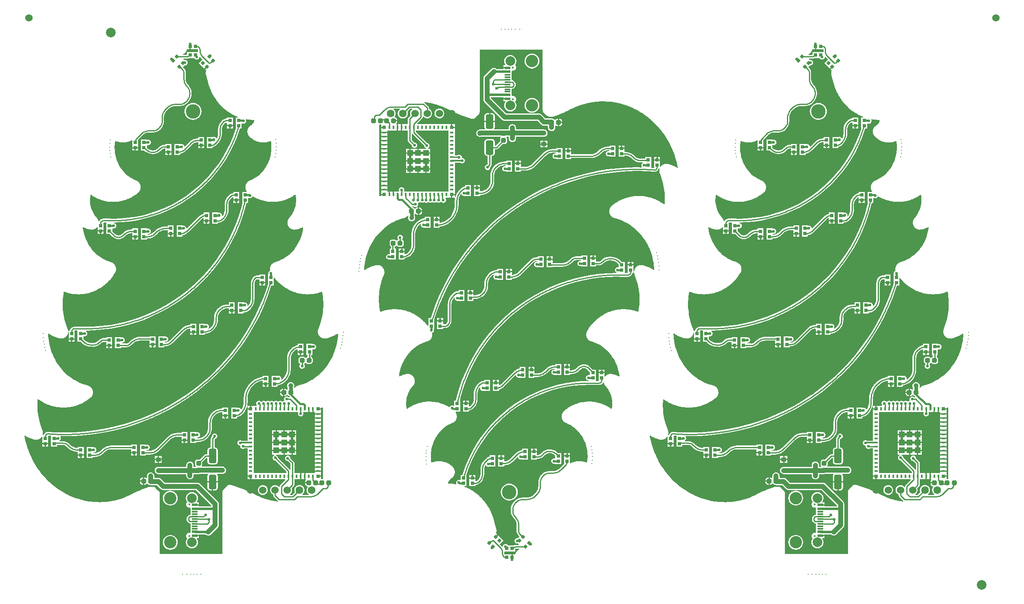
<source format=gtl>
G04*
G04 #@! TF.GenerationSoftware,Altium Limited,Altium Designer,21.2.2 (38)*
G04*
G04 Layer_Physical_Order=1*
G04 Layer_Color=255*
%FSLAX44Y44*%
%MOMM*%
G71*
G04*
G04 #@! TF.SameCoordinates,5FF3B01B-9308-42A9-B2BD-2142B56AF961*
G04*
G04*
G04 #@! TF.FilePolarity,Positive*
G04*
G01*
G75*
%ADD10C,0.2540*%
%ADD11C,0.4000*%
G04:AMPARAMS|DCode=12|XSize=0.95mm|YSize=0.95mm|CornerRadius=0.19mm|HoleSize=0mm|Usage=FLASHONLY|Rotation=270.000|XOffset=0mm|YOffset=0mm|HoleType=Round|Shape=RoundedRectangle|*
%AMROUNDEDRECTD12*
21,1,0.9500,0.5700,0,0,270.0*
21,1,0.5700,0.9500,0,0,270.0*
1,1,0.3800,-0.2850,-0.2850*
1,1,0.3800,-0.2850,0.2850*
1,1,0.3800,0.2850,0.2850*
1,1,0.3800,0.2850,-0.2850*
%
%ADD12ROUNDEDRECTD12*%
%ADD13R,1.2000X1.2000*%
%ADD14R,0.8000X0.8000*%
%ADD15R,0.8000X0.4000*%
%ADD16R,0.4000X0.8000*%
G04:AMPARAMS|DCode=17|XSize=3mm|YSize=1.6mm|CornerRadius=0.32mm|HoleSize=0mm|Usage=FLASHONLY|Rotation=90.000|XOffset=0mm|YOffset=0mm|HoleType=Round|Shape=RoundedRectangle|*
%AMROUNDEDRECTD17*
21,1,3.0000,0.9600,0,0,90.0*
21,1,2.3600,1.6000,0,0,90.0*
1,1,0.6400,0.4800,1.1800*
1,1,0.6400,0.4800,-1.1800*
1,1,0.6400,-0.4800,-1.1800*
1,1,0.6400,-0.4800,1.1800*
%
%ADD17ROUNDEDRECTD17*%
%ADD18P,0.9900X4X270.0*%
%ADD19R,1.2500X0.3000*%
%ADD20R,1.2500X0.6000*%
%ADD21R,1.0043X0.8721*%
G04:AMPARAMS|DCode=22|XSize=1.0043mm|YSize=0.8721mm|CornerRadius=0.4361mm|HoleSize=0mm|Usage=FLASHONLY|Rotation=0.000|XOffset=0mm|YOffset=0mm|HoleType=Round|Shape=RoundedRectangle|*
%AMROUNDEDRECTD22*
21,1,1.0043,0.0000,0,0,0.0*
21,1,0.1322,0.8721,0,0,0.0*
1,1,0.8721,0.0661,0.0000*
1,1,0.8721,-0.0661,0.0000*
1,1,0.8721,-0.0661,0.0000*
1,1,0.8721,0.0661,0.0000*
%
%ADD22ROUNDEDRECTD22*%
G04:AMPARAMS|DCode=23|XSize=1.0043mm|YSize=3.1821mm|CornerRadius=0.4369mm|HoleSize=0mm|Usage=FLASHONLY|Rotation=0.000|XOffset=0mm|YOffset=0mm|HoleType=Round|Shape=RoundedRectangle|*
%AMROUNDEDRECTD23*
21,1,1.0043,2.3084,0,0,0.0*
21,1,0.1306,3.1821,0,0,0.0*
1,1,0.8737,0.0653,-1.1542*
1,1,0.8737,-0.0653,-1.1542*
1,1,0.8737,-0.0653,1.1542*
1,1,0.8737,0.0653,1.1542*
%
%ADD23ROUNDEDRECTD23*%
G04:AMPARAMS|DCode=24|XSize=0.95mm|YSize=0.95mm|CornerRadius=0.19mm|HoleSize=0mm|Usage=FLASHONLY|Rotation=0.000|XOffset=0mm|YOffset=0mm|HoleType=Round|Shape=RoundedRectangle|*
%AMROUNDEDRECTD24*
21,1,0.9500,0.5700,0,0,0.0*
21,1,0.5700,0.9500,0,0,0.0*
1,1,0.3800,0.2850,-0.2850*
1,1,0.3800,-0.2850,-0.2850*
1,1,0.3800,-0.2850,0.2850*
1,1,0.3800,0.2850,0.2850*
%
%ADD24ROUNDEDRECTD24*%
%ADD25R,0.7000X0.7000*%
%ADD26R,0.7000X0.7000*%
%ADD27P,0.9900X4X180.0*%
%ADD28C,0.8000*%
%ADD29C,1.0000*%
%ADD30C,0.3000*%
%ADD31C,0.5080*%
%ADD32C,0.5000*%
%ADD33C,2.0000*%
%ADD34C,1.5240*%
%ADD35C,2.5650*%
%ADD36C,0.4000*%
%ADD37C,1.6000*%
%ADD38C,3.0000*%
%ADD39C,0.3000*%
%ADD40C,0.6000*%
%ADD41C,1.0000*%
G36*
X2836269Y2535000D02*
X2851206D01*
X2851532Y2533358D01*
X2851503Y2533213D01*
Y2530817D01*
X2851491D01*
X2851599Y2529721D01*
X2850746Y2528780D01*
X2828959D01*
Y2523557D01*
X2828868Y2523519D01*
X2826947Y2523266D01*
X2826909Y2523274D01*
X2820516D01*
X2820353Y2524544D01*
X2820656Y2524623D01*
X2820664Y2524628D01*
X2820674Y2524630D01*
X2821528Y2525118D01*
X2822382Y2525604D01*
X2822389Y2525610D01*
X2822397Y2525615D01*
X2823271Y2526279D01*
X2823714Y2526719D01*
X2824199Y2527113D01*
X2824957Y2527917D01*
X2825312Y2528408D01*
X2825715Y2528861D01*
X2826344Y2529786D01*
X2826611Y2530317D01*
X2826933Y2530817D01*
X2827418Y2531847D01*
X2827505Y2532116D01*
X2827639Y2532365D01*
X2828253Y2533961D01*
X2828959Y2535000D01*
Y2535000D01*
X2828959Y2535000D01*
X2833729D01*
Y2541040D01*
X2836269D01*
Y2535000D01*
D02*
G37*
G36*
X1536257D02*
X1551193D01*
X1551520Y2533358D01*
X1551491Y2533213D01*
Y2530817D01*
X1551478D01*
X1551586Y2529721D01*
X1550733Y2528780D01*
X1528947D01*
Y2523557D01*
X1528856Y2523519D01*
X1526934Y2523266D01*
X1526897Y2523274D01*
X1520503D01*
X1520340Y2524544D01*
X1520644Y2524623D01*
X1520652Y2524628D01*
X1520661Y2524630D01*
X1521516Y2525118D01*
X1522370Y2525604D01*
X1522376Y2525610D01*
X1522385Y2525615D01*
X1523258Y2526279D01*
X1523702Y2526719D01*
X1524186Y2527113D01*
X1524944Y2527917D01*
X1525299Y2528408D01*
X1525703Y2528861D01*
X1526331Y2529786D01*
X1526599Y2530317D01*
X1526920Y2530817D01*
X1527406Y2531847D01*
X1527492Y2532116D01*
X1527627Y2532365D01*
X1528240Y2533961D01*
X1528947Y2535000D01*
Y2535000D01*
X1528947Y2535000D01*
X1533716D01*
Y2541040D01*
X1536257D01*
Y2535000D01*
D02*
G37*
G36*
X2856800Y2517998D02*
X2856808Y2518007D01*
X2856809Y2518006D01*
X2860857Y2513958D01*
X2853348Y2506449D01*
X2861126Y2498671D01*
X2864499Y2495298D01*
X2868770Y2499569D01*
X2870566Y2497773D01*
X2866295Y2493502D01*
X2868721Y2491076D01*
X2868454Y2490357D01*
X2868365Y2489965D01*
X2868215Y2489592D01*
X2868019Y2488824D01*
X2867972Y2488429D01*
X2867863Y2488047D01*
X2867748Y2487260D01*
X2867742Y2486863D01*
X2867674Y2486472D01*
X2867640Y2485674D01*
X2867675Y2485278D01*
X2867648Y2484881D01*
X2867699Y2484079D01*
X2867776Y2483684D01*
X2867791Y2483282D01*
X2867926Y2482484D01*
X2868028Y2482154D01*
X2868072Y2481812D01*
X2872346Y2465637D01*
X2872376Y2465564D01*
X2872388Y2465487D01*
X2873568Y2461365D01*
X2873629Y2461224D01*
X2873658Y2461073D01*
X2874991Y2457039D01*
X2875057Y2456900D01*
X2875092Y2456750D01*
X2876573Y2452809D01*
X2876646Y2452673D01*
X2876686Y2452524D01*
X2878311Y2448678D01*
X2878389Y2448545D01*
X2878436Y2448398D01*
X2880201Y2444650D01*
X2880284Y2444520D01*
X2880338Y2444374D01*
X2882238Y2440728D01*
X2882327Y2440601D01*
X2882386Y2440458D01*
X2884418Y2436917D01*
X2884512Y2436793D01*
X2884576Y2436652D01*
X2886736Y2433219D01*
X2886835Y2433099D01*
X2886906Y2432961D01*
X2889189Y2429638D01*
X2889293Y2429522D01*
X2889370Y2429387D01*
X2891772Y2426178D01*
X2891881Y2426067D01*
X2891963Y2425934D01*
X2894481Y2422843D01*
X2894595Y2422736D01*
X2894683Y2422606D01*
X2897311Y2419636D01*
X2897430Y2419533D01*
X2897523Y2419406D01*
X2900259Y2416560D01*
X2900382Y2416461D01*
X2900481Y2416338D01*
X2903320Y2413619D01*
X2903448Y2413525D01*
X2903553Y2413406D01*
X2906490Y2410817D01*
X2906622Y2410728D01*
X2906732Y2410612D01*
X2909764Y2408157D01*
X2909901Y2408073D01*
X2910016Y2407961D01*
X2913139Y2405643D01*
X2913280Y2405564D01*
X2913401Y2405457D01*
X2916609Y2403278D01*
X2916755Y2403205D01*
X2916881Y2403102D01*
X2920172Y2401067D01*
X2920322Y2400999D01*
X2920453Y2400901D01*
X2923822Y2399012D01*
X2923976Y2398951D01*
X2924112Y2398858D01*
X2927555Y2397118D01*
X2927712Y2397063D01*
X2927854Y2396975D01*
X2931367Y2395388D01*
X2931528Y2395339D01*
X2931674Y2395257D01*
X2934117Y2394280D01*
X2933872Y2393010D01*
X2930199D01*
Y2380930D01*
Y2369930D01*
X2930199D01*
X2930248Y2369861D01*
X2925107Y2354961D01*
X2918913Y2340009D01*
X2911828Y2325457D01*
X2903877Y2311360D01*
X2895090Y2297769D01*
X2885498Y2284733D01*
X2875137Y2272301D01*
X2864043Y2260516D01*
X2852259Y2249423D01*
X2839826Y2239061D01*
X2826790Y2229469D01*
X2813199Y2220682D01*
X2799102Y2212731D01*
X2784550Y2205646D01*
X2769598Y2199452D01*
X2754299Y2194173D01*
X2738708Y2189827D01*
X2722885Y2186430D01*
X2706884Y2183995D01*
X2690766Y2182530D01*
X2674589Y2182041D01*
X2664449Y2182348D01*
X2663255Y2182384D01*
X2663255Y2182384D01*
X2663255Y2182384D01*
X2662016Y2182355D01*
X2661888Y2182355D01*
X2654918D01*
Y2182372D01*
X2652140Y2182006D01*
X2649552Y2180934D01*
X2647330Y2179229D01*
X2647342Y2179217D01*
X2647276Y2179117D01*
X2646108Y2177595D01*
X2645880Y2177044D01*
X2644559Y2177174D01*
X2644476Y2177589D01*
X2644295Y2178120D01*
X2644177Y2178669D01*
X2643813Y2179680D01*
X2643549Y2180195D01*
X2643341Y2180737D01*
X2642815Y2181709D01*
X2642469Y2182185D01*
X2642176Y2182696D01*
X2641478Y2183612D01*
X2641272Y2183820D01*
X2641107Y2184062D01*
X2639791Y2185538D01*
X2638620Y2186952D01*
X2637502Y2188406D01*
X2636478Y2189844D01*
X2634476Y2192994D01*
X2632730Y2196219D01*
X2631208Y2199564D01*
X2629913Y2203013D01*
X2628850Y2206551D01*
X2628022Y2210162D01*
X2627433Y2213832D01*
X2627087Y2217544D01*
X2626986Y2221282D01*
X2627133Y2225031D01*
X2627532Y2228774D01*
X2627990Y2231389D01*
X2629380Y2231962D01*
X2631167Y2230699D01*
X2631318Y2230619D01*
X2631448Y2230509D01*
X2634242Y2228716D01*
X2634396Y2228643D01*
X2634532Y2228539D01*
X2637378Y2226887D01*
X2637536Y2226821D01*
X2637677Y2226722D01*
X2640572Y2225211D01*
X2640733Y2225153D01*
X2640878Y2225060D01*
X2643817Y2223690D01*
X2643981Y2223639D01*
X2644130Y2223553D01*
X2647109Y2222325D01*
X2647275Y2222280D01*
X2647428Y2222201D01*
X2650443Y2221114D01*
X2650611Y2221077D01*
X2650767Y2221005D01*
X2653813Y2220058D01*
X2653983Y2220029D01*
X2654142Y2219964D01*
X2657215Y2219159D01*
X2657386Y2219138D01*
X2657548Y2219080D01*
X2660644Y2218416D01*
X2660815Y2218402D01*
X2660980Y2218352D01*
X2664094Y2217829D01*
X2664266Y2217823D01*
X2664433Y2217780D01*
X2667561Y2217399D01*
X2667733Y2217400D01*
X2667901Y2217365D01*
X2671039Y2217125D01*
X2671211Y2217134D01*
X2671381Y2217107D01*
X2674525Y2217008D01*
X2674695Y2217025D01*
X2674866Y2217005D01*
X2678011Y2217048D01*
X2678181Y2217073D01*
X2678353Y2217060D01*
X2681494Y2217244D01*
X2681663Y2217277D01*
X2681835Y2217272D01*
X2684969Y2217598D01*
X2685136Y2217638D01*
X2685308Y2217641D01*
X2688430Y2218108D01*
X2688596Y2218156D01*
X2688767Y2218167D01*
X2691873Y2218775D01*
X2692036Y2218830D01*
X2692208Y2218849D01*
X2695293Y2219599D01*
X2695453Y2219662D01*
X2695623Y2219688D01*
X2698683Y2220580D01*
X2698841Y2220649D01*
X2699010Y2220683D01*
X2702041Y2221717D01*
X2702196Y2221793D01*
X2702363Y2221835D01*
X2705360Y2223010D01*
X2705511Y2223094D01*
X2705676Y2223142D01*
X2708636Y2224460D01*
X2708782Y2224550D01*
X2708945Y2224606D01*
X2711862Y2226065D01*
X2712005Y2226161D01*
X2712165Y2226225D01*
X2715035Y2227825D01*
X2715173Y2227928D01*
X2715330Y2227998D01*
X2718150Y2229741D01*
X2718282Y2229849D01*
X2718435Y2229926D01*
X2721200Y2231811D01*
X2721328Y2231925D01*
X2721476Y2232008D01*
X2724182Y2234035D01*
X2724303Y2234154D01*
X2724448Y2234243D01*
X2727089Y2236412D01*
X2727356Y2236696D01*
X2727663Y2236935D01*
X2728289Y2237565D01*
X2728579Y2237947D01*
X2728919Y2238286D01*
X2729449Y2238975D01*
X2729683Y2239381D01*
X2729972Y2239751D01*
X2730406Y2240489D01*
X2730584Y2240907D01*
X2730819Y2241296D01*
X2731159Y2242073D01*
X2731282Y2242496D01*
X2731465Y2242896D01*
X2731712Y2243703D01*
X2731783Y2244124D01*
X2731916Y2244531D01*
X2732071Y2245358D01*
X2732094Y2245775D01*
X2732179Y2246184D01*
X2732242Y2247021D01*
X2732220Y2247432D01*
X2732260Y2247842D01*
X2732233Y2248680D01*
X2732166Y2249086D01*
X2732162Y2249496D01*
X2732046Y2250325D01*
X2731935Y2250725D01*
X2731886Y2251136D01*
X2731680Y2251946D01*
X2731523Y2252339D01*
X2731427Y2252750D01*
X2731133Y2253532D01*
X2730929Y2253915D01*
X2730782Y2254324D01*
X2730401Y2255068D01*
X2730146Y2255437D01*
X2729946Y2255840D01*
X2729478Y2256536D01*
X2729170Y2256886D01*
X2728914Y2257274D01*
X2728361Y2257913D01*
X2728001Y2258232D01*
X2727687Y2258597D01*
X2727049Y2259169D01*
X2726642Y2259448D01*
X2726274Y2259778D01*
X2725552Y2260272D01*
X2724810Y2260650D01*
X2724084Y2261058D01*
X2720786Y2262380D01*
X2717761Y2263779D01*
X2714828Y2265321D01*
X2711987Y2267004D01*
X2709242Y2268823D01*
X2706593Y2270772D01*
X2704044Y2272848D01*
X2701598Y2275045D01*
X2699255Y2277359D01*
X2697020Y2279786D01*
X2694896Y2282320D01*
X2692885Y2284956D01*
X2690989Y2287689D01*
X2689213Y2290514D01*
X2687559Y2293426D01*
X2686030Y2296418D01*
X2684629Y2299488D01*
X2683359Y2302626D01*
X2682222Y2305830D01*
X2681223Y2309093D01*
X2680362Y2312409D01*
X2679643Y2315775D01*
X2679070Y2319182D01*
X2678643Y2322627D01*
X2678366Y2326104D01*
X2678242Y2329607D01*
X2678273Y2333131D01*
X2678462Y2336671D01*
X2678810Y2340221D01*
X2679240Y2343208D01*
X2679660Y2343623D01*
X2680196Y2343918D01*
X2680652Y2343974D01*
X2680841Y2343872D01*
X2683473Y2342867D01*
X2683816Y2342785D01*
X2684140Y2342647D01*
X2686819Y2341898D01*
X2687167Y2341849D01*
X2687502Y2341741D01*
X2690212Y2341247D01*
X2690563Y2341230D01*
X2690905Y2341153D01*
X2693632Y2340912D01*
X2693981Y2340927D01*
X2694328Y2340883D01*
X2697056Y2340892D01*
X2697401Y2340938D01*
X2697749Y2340926D01*
X2700463Y2341183D01*
X2700801Y2341261D01*
X2701147Y2341280D01*
X2703832Y2341784D01*
X2704161Y2341891D01*
X2704503Y2341941D01*
X2707144Y2342689D01*
X2707460Y2342826D01*
X2707795Y2342906D01*
X2710376Y2343896D01*
X2710677Y2344060D01*
X2711003Y2344170D01*
X2713509Y2345401D01*
X2713629Y2345480D01*
X2714194Y2345325D01*
X2714899Y2344859D01*
Y2334930D01*
Y2331240D01*
X2720939D01*
X2726979D01*
Y2334930D01*
Y2346554D01*
X2727241Y2346895D01*
X2727292Y2346929D01*
X2736086Y2355723D01*
X2736170Y2355849D01*
X2739094Y2358249D01*
X2742562Y2360103D01*
X2746325Y2361244D01*
X2750090Y2361615D01*
X2750239Y2361585D01*
X2757839D01*
Y2361560D01*
X2761899Y2361960D01*
X2765803Y2363144D01*
X2769400Y2365067D01*
X2772554Y2367655D01*
X2772536Y2367673D01*
X2772536Y2367673D01*
X2774086Y2369223D01*
X2774110Y2369199D01*
X2776933Y2372638D01*
X2779030Y2376562D01*
X2780322Y2380820D01*
X2780758Y2385248D01*
X2780724D01*
Y2392470D01*
X2780689Y2392642D01*
X2781086Y2396668D01*
X2782310Y2400704D01*
X2784298Y2404424D01*
X2786864Y2407550D01*
X2787010Y2407648D01*
X2789646Y2410284D01*
X2789745Y2410430D01*
X2792878Y2413002D01*
X2796607Y2414995D01*
X2800652Y2416223D01*
X2804687Y2416620D01*
X2804860Y2416585D01*
X2812250D01*
Y2416538D01*
X2817180Y2417024D01*
X2821921Y2418462D01*
X2826290Y2420797D01*
X2829367Y2423323D01*
X2829394Y2423345D01*
X2829395Y2423345D01*
X2830119Y2423940D01*
X2830119D01*
X2830332Y2424146D01*
Y2424146D01*
X2830929Y2424874D01*
X2830930Y2424874D01*
X2830946Y2424894D01*
X2833599Y2428126D01*
X2836026Y2432668D01*
X2837521Y2437595D01*
X2838001Y2442471D01*
X2838026Y2442720D01*
X2838017Y2443735D01*
D01*
X2837994Y2443963D01*
X2837548Y2448497D01*
X2836158Y2453077D01*
X2833902Y2457298D01*
X2830866Y2460997D01*
X2830866Y2460997D01*
X2830021Y2461917D01*
X2828748Y2463467D01*
X2827212Y2466342D01*
X2826266Y2469461D01*
X2825955Y2472612D01*
X2825974Y2472705D01*
Y2485270D01*
X2825975D01*
X2825671Y2488360D01*
X2824770Y2491331D01*
X2823307Y2494068D01*
X2821337Y2496468D01*
X2821336Y2496467D01*
X2820137Y2497666D01*
X2823925Y2501454D01*
X2824589Y2501322D01*
X2826751Y2501752D01*
X2828583Y2502976D01*
X2829808Y2504809D01*
X2830238Y2506970D01*
X2829808Y2509132D01*
X2828583Y2510964D01*
X2826751Y2512189D01*
X2824589Y2512619D01*
X2823056Y2512314D01*
X2821135Y2514234D01*
X2821661Y2515504D01*
X2826909D01*
X2826918Y2515506D01*
X2829899Y2515800D01*
X2832774Y2516672D01*
X2832827Y2516700D01*
X2843693D01*
X2844845Y2514976D01*
X2846678Y2513752D01*
X2848839Y2513322D01*
X2851001Y2513752D01*
X2852833Y2514976D01*
X2854058Y2516808D01*
X2854463Y2518844D01*
X2854885Y2519085D01*
X2855712Y2519323D01*
X2856800Y2517998D01*
D02*
G37*
G36*
X1556787D02*
X1556796Y2518007D01*
X1556796Y2518006D01*
X1560845Y2513958D01*
X1553336Y2506449D01*
X1561114Y2498671D01*
X1564487Y2495298D01*
X1568757Y2499569D01*
X1570554Y2497773D01*
X1566283Y2493502D01*
X1568709Y2491076D01*
X1568442Y2490357D01*
X1568352Y2489965D01*
X1568203Y2489592D01*
X1568007Y2488824D01*
X1567959Y2488429D01*
X1567851Y2488047D01*
X1567735Y2487260D01*
X1567729Y2486863D01*
X1567661Y2486472D01*
X1567628Y2485674D01*
X1567663Y2485278D01*
X1567636Y2484881D01*
X1567686Y2484079D01*
X1567763Y2483684D01*
X1567778Y2483282D01*
X1567914Y2482484D01*
X1568015Y2482154D01*
X1568059Y2481812D01*
X1572334Y2465637D01*
X1572364Y2465564D01*
X1572375Y2465487D01*
X1573555Y2461365D01*
X1573617Y2461224D01*
X1573645Y2461073D01*
X1574978Y2457039D01*
X1575045Y2456900D01*
X1575080Y2456750D01*
X1576560Y2452809D01*
X1576633Y2452673D01*
X1576674Y2452524D01*
X1578298Y2448678D01*
X1578377Y2448545D01*
X1578424Y2448398D01*
X1580188Y2444650D01*
X1580272Y2444520D01*
X1580325Y2444374D01*
X1582225Y2440728D01*
X1582314Y2440601D01*
X1582373Y2440458D01*
X1584405Y2436917D01*
X1584499Y2436793D01*
X1584564Y2436652D01*
X1586724Y2433219D01*
X1586823Y2433099D01*
X1586893Y2432961D01*
X1589176Y2429638D01*
X1589281Y2429522D01*
X1589357Y2429387D01*
X1591760Y2426178D01*
X1591869Y2426067D01*
X1591951Y2425934D01*
X1594468Y2422843D01*
X1594582Y2422736D01*
X1594670Y2422606D01*
X1597299Y2419636D01*
X1597417Y2419533D01*
X1597511Y2419406D01*
X1600247Y2416560D01*
X1600370Y2416461D01*
X1600469Y2416338D01*
X1603307Y2413619D01*
X1603436Y2413525D01*
X1603540Y2413406D01*
X1606477Y2410817D01*
X1606610Y2410728D01*
X1606720Y2410612D01*
X1609752Y2408157D01*
X1609888Y2408073D01*
X1610004Y2407961D01*
X1613126Y2405643D01*
X1613268Y2405564D01*
X1613388Y2405457D01*
X1616597Y2403278D01*
X1616742Y2403205D01*
X1616868Y2403102D01*
X1620160Y2401067D01*
X1620309Y2400999D01*
X1620440Y2400901D01*
X1623810Y2399012D01*
X1623963Y2398951D01*
X1624099Y2398858D01*
X1627543Y2397118D01*
X1627700Y2397063D01*
X1627841Y2396975D01*
X1631355Y2395388D01*
X1631515Y2395339D01*
X1631662Y2395257D01*
X1634104Y2394280D01*
X1633860Y2393010D01*
X1630186D01*
Y2380930D01*
Y2369930D01*
X1630186D01*
X1630236Y2369861D01*
X1625094Y2354961D01*
X1618901Y2340009D01*
X1611815Y2325457D01*
X1603865Y2311360D01*
X1595078Y2297769D01*
X1585486Y2284733D01*
X1575124Y2272301D01*
X1564031Y2260516D01*
X1552246Y2249423D01*
X1539813Y2239061D01*
X1526777Y2229469D01*
X1513186Y2220682D01*
X1499089Y2212731D01*
X1484538Y2205646D01*
X1469585Y2199452D01*
X1454286Y2194173D01*
X1438696Y2189827D01*
X1422872Y2186430D01*
X1406872Y2183995D01*
X1390754Y2182530D01*
X1374577Y2182041D01*
X1364436Y2182348D01*
X1363243Y2182384D01*
X1363242Y2182384D01*
X1363242Y2182384D01*
X1362004Y2182355D01*
X1361875Y2182355D01*
X1354905D01*
Y2182372D01*
X1352128Y2182006D01*
X1349540Y2180934D01*
X1347318Y2179229D01*
X1347330Y2179217D01*
X1347263Y2179117D01*
X1346095Y2177595D01*
X1345867Y2177044D01*
X1344546Y2177174D01*
X1344463Y2177589D01*
X1344283Y2178120D01*
X1344164Y2178669D01*
X1343801Y2179680D01*
X1343536Y2180195D01*
X1343329Y2180737D01*
X1342802Y2181709D01*
X1342457Y2182185D01*
X1342164Y2182696D01*
X1341466Y2183612D01*
X1341259Y2183820D01*
X1341094Y2184062D01*
X1339778Y2185538D01*
X1338607Y2186952D01*
X1337490Y2188406D01*
X1336465Y2189844D01*
X1334463Y2192994D01*
X1332717Y2196219D01*
X1331195Y2199564D01*
X1329900Y2203013D01*
X1328837Y2206551D01*
X1328009Y2210162D01*
X1327421Y2213832D01*
X1327074Y2217544D01*
X1326973Y2221282D01*
X1327121Y2225031D01*
X1327520Y2228774D01*
X1327977Y2231389D01*
X1329367Y2231962D01*
X1331154Y2230699D01*
X1331305Y2230619D01*
X1331436Y2230509D01*
X1334229Y2228716D01*
X1334384Y2228643D01*
X1334520Y2228539D01*
X1337366Y2226887D01*
X1337524Y2226821D01*
X1337664Y2226722D01*
X1340559Y2225211D01*
X1340720Y2225153D01*
X1340865Y2225060D01*
X1343804Y2223690D01*
X1343968Y2223639D01*
X1344117Y2223553D01*
X1347096Y2222325D01*
X1347263Y2222280D01*
X1347415Y2222201D01*
X1350430Y2221114D01*
X1350598Y2221077D01*
X1350754Y2221005D01*
X1353801Y2220058D01*
X1353970Y2220029D01*
X1354129Y2219964D01*
X1357203Y2219159D01*
X1357373Y2219138D01*
X1357536Y2219080D01*
X1360631Y2218416D01*
X1360803Y2218402D01*
X1360967Y2218352D01*
X1364082Y2217829D01*
X1364253Y2217823D01*
X1364420Y2217780D01*
X1367548Y2217399D01*
X1367720Y2217400D01*
X1367889Y2217365D01*
X1371027Y2217125D01*
X1371198Y2217134D01*
X1371368Y2217107D01*
X1374512Y2217008D01*
X1374683Y2217025D01*
X1374854Y2217005D01*
X1377998Y2217048D01*
X1378168Y2217073D01*
X1378340Y2217060D01*
X1381481Y2217244D01*
X1381650Y2217277D01*
X1381823Y2217272D01*
X1384956Y2217598D01*
X1385124Y2217638D01*
X1385296Y2217641D01*
X1388418Y2218108D01*
X1388583Y2218156D01*
X1388755Y2218167D01*
X1391861Y2218775D01*
X1392024Y2218830D01*
X1392195Y2218849D01*
X1395280Y2219599D01*
X1395441Y2219662D01*
X1395611Y2219688D01*
X1398671Y2220580D01*
X1398829Y2220649D01*
X1398998Y2220683D01*
X1402029Y2221717D01*
X1402183Y2221793D01*
X1402350Y2221835D01*
X1405348Y2223010D01*
X1405499Y2223094D01*
X1405663Y2223142D01*
X1408623Y2224460D01*
X1408770Y2224550D01*
X1408932Y2224606D01*
X1411850Y2226065D01*
X1411992Y2226161D01*
X1412152Y2226225D01*
X1415023Y2227825D01*
X1415161Y2227928D01*
X1415317Y2227998D01*
X1418137Y2229741D01*
X1418270Y2229849D01*
X1418423Y2229926D01*
X1421188Y2231811D01*
X1421315Y2231925D01*
X1421464Y2232008D01*
X1424169Y2234035D01*
X1424291Y2234154D01*
X1424435Y2234243D01*
X1427077Y2236412D01*
X1427343Y2236696D01*
X1427651Y2236935D01*
X1428276Y2237565D01*
X1428567Y2237947D01*
X1428907Y2238286D01*
X1429436Y2238975D01*
X1429671Y2239381D01*
X1429959Y2239751D01*
X1430394Y2240489D01*
X1430571Y2240907D01*
X1430806Y2241296D01*
X1431147Y2242073D01*
X1431269Y2242496D01*
X1431452Y2242896D01*
X1431700Y2243703D01*
X1431770Y2244124D01*
X1431903Y2244531D01*
X1432058Y2245358D01*
X1432081Y2245775D01*
X1432166Y2246184D01*
X1432230Y2247021D01*
X1432207Y2247432D01*
X1432248Y2247842D01*
X1432221Y2248680D01*
X1432154Y2249086D01*
X1432150Y2249496D01*
X1432033Y2250325D01*
X1431922Y2250725D01*
X1431873Y2251136D01*
X1431667Y2251946D01*
X1431511Y2252339D01*
X1431415Y2252750D01*
X1431121Y2253532D01*
X1430916Y2253915D01*
X1430770Y2254324D01*
X1430389Y2255068D01*
X1430133Y2255437D01*
X1429933Y2255840D01*
X1429466Y2256536D01*
X1429158Y2256886D01*
X1428901Y2257274D01*
X1428348Y2257913D01*
X1427988Y2258232D01*
X1427675Y2258597D01*
X1427037Y2259169D01*
X1426629Y2259448D01*
X1426262Y2259778D01*
X1425540Y2260272D01*
X1424797Y2260650D01*
X1424071Y2261058D01*
X1420773Y2262380D01*
X1417749Y2263779D01*
X1414815Y2265321D01*
X1411975Y2267004D01*
X1409229Y2268823D01*
X1406581Y2270772D01*
X1404032Y2272848D01*
X1401585Y2275045D01*
X1399243Y2277359D01*
X1397008Y2279786D01*
X1394883Y2282320D01*
X1392872Y2284956D01*
X1390977Y2287689D01*
X1389200Y2290514D01*
X1387546Y2293426D01*
X1386017Y2296418D01*
X1384616Y2299488D01*
X1383346Y2302626D01*
X1382210Y2305830D01*
X1381210Y2309093D01*
X1380349Y2312409D01*
X1379631Y2315775D01*
X1379057Y2319182D01*
X1378631Y2322627D01*
X1378354Y2326104D01*
X1378230Y2329607D01*
X1378261Y2333131D01*
X1378449Y2336671D01*
X1378798Y2340221D01*
X1379227Y2343208D01*
X1379648Y2343623D01*
X1380183Y2343918D01*
X1380639Y2343974D01*
X1380828Y2343872D01*
X1383460Y2342867D01*
X1383803Y2342785D01*
X1384127Y2342647D01*
X1386806Y2341898D01*
X1387154Y2341849D01*
X1387489Y2341741D01*
X1390200Y2341247D01*
X1390550Y2341230D01*
X1390893Y2341153D01*
X1393620Y2340912D01*
X1393969Y2340927D01*
X1394315Y2340883D01*
X1397044Y2340892D01*
X1397388Y2340938D01*
X1397737Y2340926D01*
X1400451Y2341183D01*
X1400789Y2341261D01*
X1401135Y2341280D01*
X1403820Y2341784D01*
X1404148Y2341891D01*
X1404490Y2341941D01*
X1407131Y2342689D01*
X1407447Y2342826D01*
X1407782Y2342906D01*
X1410363Y2343896D01*
X1410665Y2344060D01*
X1410990Y2344170D01*
X1413496Y2345401D01*
X1413616Y2345480D01*
X1414182Y2345325D01*
X1414886Y2344859D01*
Y2334930D01*
Y2331240D01*
X1420926D01*
X1426967D01*
Y2334930D01*
Y2346554D01*
X1427229Y2346895D01*
X1427280Y2346929D01*
X1436073Y2355723D01*
X1436158Y2355849D01*
X1439082Y2358249D01*
X1442550Y2360103D01*
X1446313Y2361244D01*
X1450077Y2361615D01*
X1450226Y2361585D01*
X1457827D01*
Y2361560D01*
X1461886Y2361960D01*
X1465790Y2363144D01*
X1469388Y2365067D01*
X1472541Y2367655D01*
X1472523Y2367673D01*
X1472523Y2367673D01*
X1474073Y2369223D01*
X1474098Y2369199D01*
X1476921Y2372638D01*
X1479018Y2376562D01*
X1480310Y2380820D01*
X1480746Y2385248D01*
X1480711D01*
Y2392470D01*
X1480677Y2392642D01*
X1481073Y2396668D01*
X1482298Y2400704D01*
X1484286Y2404424D01*
X1486852Y2407550D01*
X1486998Y2407648D01*
X1489634Y2410284D01*
X1489732Y2410430D01*
X1492866Y2413002D01*
X1496594Y2414995D01*
X1500640Y2416223D01*
X1504674Y2416620D01*
X1504848Y2416585D01*
X1512238D01*
Y2416538D01*
X1517168Y2417024D01*
X1521908Y2418462D01*
X1526277Y2420797D01*
X1529355Y2423323D01*
X1529381Y2423345D01*
X1529382Y2423345D01*
X1530107Y2423940D01*
X1530107D01*
X1530319Y2424146D01*
Y2424146D01*
X1530916Y2424874D01*
X1530917Y2424874D01*
X1530933Y2424894D01*
X1533586Y2428126D01*
X1536013Y2432668D01*
X1537508Y2437595D01*
X1537988Y2442471D01*
X1538013Y2442720D01*
X1538004Y2443735D01*
D01*
X1537982Y2443963D01*
X1537535Y2448497D01*
X1536146Y2453077D01*
X1533890Y2457298D01*
X1530854Y2460997D01*
X1530854Y2460997D01*
X1530008Y2461917D01*
X1528736Y2463467D01*
X1527199Y2466342D01*
X1526253Y2469461D01*
X1525943Y2472612D01*
X1525961Y2472705D01*
Y2485270D01*
X1525963D01*
X1525659Y2488360D01*
X1524757Y2491331D01*
X1523294Y2494068D01*
X1521324Y2496468D01*
X1521323Y2496467D01*
X1520124Y2497666D01*
X1523912Y2501454D01*
X1524577Y2501322D01*
X1526738Y2501752D01*
X1528571Y2502976D01*
X1529795Y2504809D01*
X1530225Y2506970D01*
X1529795Y2509132D01*
X1528571Y2510964D01*
X1526738Y2512189D01*
X1524577Y2512619D01*
X1523043Y2512314D01*
X1521122Y2514234D01*
X1521648Y2515504D01*
X1526897D01*
X1526905Y2515506D01*
X1529886Y2515800D01*
X1532761Y2516672D01*
X1532814Y2516700D01*
X1543680D01*
X1544832Y2514976D01*
X1546665Y2513752D01*
X1548826Y2513322D01*
X1550988Y2513752D01*
X1552821Y2514976D01*
X1554045Y2516808D01*
X1554450Y2518844D01*
X1554872Y2519085D01*
X1555700Y2519323D01*
X1556787Y2517998D01*
D02*
G37*
G36*
X1997040Y2409815D02*
X1995261Y2408450D01*
X1993633Y2406328D01*
X1992609Y2403856D01*
X1992260Y2401204D01*
X1992609Y2398552D01*
X1993197Y2397133D01*
X1989007Y2392943D01*
X1988165Y2391683D01*
X1987869Y2390196D01*
Y2378784D01*
X1976024D01*
Y2372244D01*
Y2365704D01*
X1987869D01*
Y2344730D01*
X1988165Y2343243D01*
X1989007Y2341983D01*
X1995891Y2335099D01*
X1995865Y2334970D01*
X1996295Y2332808D01*
X1997519Y2330976D01*
X1999352Y2329751D01*
X2001514Y2329321D01*
X2003675Y2329751D01*
X2005508Y2330976D01*
X2006732Y2332808D01*
X2007162Y2334970D01*
X2006732Y2337132D01*
X2005508Y2338964D01*
X2003675Y2340189D01*
X2001514Y2340618D01*
X2001384Y2340593D01*
X1995638Y2346339D01*
Y2358994D01*
X1996908Y2359379D01*
X1997507Y2358483D01*
X2021891Y2334099D01*
X2021865Y2333970D01*
X2022295Y2331808D01*
X2023519Y2329976D01*
X2025352Y2328752D01*
X2026345Y2328554D01*
X2026219Y2327284D01*
X2010023D01*
Y2318744D01*
X2007484D01*
Y2327284D01*
X1993524D01*
Y2318744D01*
X1992254D01*
Y2317474D01*
X1983714D01*
Y2310784D01*
Y2303514D01*
X1992254D01*
Y2300974D01*
X1983714D01*
Y2294284D01*
Y2287014D01*
X1992254D01*
Y2285744D01*
X1993524D01*
Y2277204D01*
X2007483D01*
Y2285744D01*
X2010023D01*
Y2277204D01*
X2023983D01*
Y2285744D01*
X2025253D01*
Y2287014D01*
X2033793D01*
Y2294284D01*
Y2300974D01*
X2025253D01*
Y2303514D01*
X2033793D01*
Y2310784D01*
Y2317474D01*
X2025253D01*
Y2320014D01*
X2033793D01*
Y2327284D01*
X2028808D01*
X2028682Y2328554D01*
X2029675Y2328752D01*
X2031508Y2329976D01*
X2032732Y2331808D01*
X2033162Y2333970D01*
X2032732Y2336132D01*
X2031508Y2337964D01*
X2029675Y2339189D01*
X2027513Y2339619D01*
X2027384Y2339593D01*
X2004138Y2362839D01*
Y2365704D01*
X2072213D01*
Y2357784D01*
Y2349284D01*
Y2340784D01*
Y2332284D01*
Y2323784D01*
Y2315284D01*
Y2306784D01*
Y2298284D01*
Y2289784D01*
Y2281284D01*
Y2272784D01*
Y2264284D01*
Y2255784D01*
Y2247284D01*
Y2238784D01*
X1980338D01*
X1979740Y2239904D01*
X1979829Y2240037D01*
X1980259Y2242199D01*
X1979829Y2244360D01*
X1978604Y2246193D01*
X1976772Y2247417D01*
X1974610Y2247847D01*
X1972449Y2247417D01*
X1970616Y2246193D01*
X1969392Y2244360D01*
X1968962Y2242199D01*
X1969392Y2240037D01*
X1969480Y2239904D01*
X1968882Y2238784D01*
X1959023D01*
Y2232244D01*
X1956483D01*
Y2238784D01*
X1950523D01*
Y2232244D01*
X1947983D01*
Y2238784D01*
X1945293D01*
Y2241474D01*
X1932213D01*
Y2238784D01*
Y2233514D01*
X1938754D01*
Y2230974D01*
X1932213D01*
Y2230213D01*
X1931557Y2229587D01*
X1930969Y2229356D01*
X1930943Y2229355D01*
X1928513Y2229361D01*
Y2378593D01*
X1932213D01*
Y2373514D01*
X1938754D01*
Y2370974D01*
X1932213D01*
Y2366284D01*
Y2363014D01*
X1945293D01*
Y2365704D01*
X1964984D01*
Y2372244D01*
Y2378784D01*
X1964402D01*
X1964060Y2379445D01*
X1963905Y2380054D01*
X1964796Y2381388D01*
X1965141Y2383120D01*
Y2384700D01*
X1957764D01*
Y2387240D01*
X1965141D01*
Y2388820D01*
X1964796Y2390552D01*
X1963815Y2392021D01*
X1962346Y2393002D01*
X1960614Y2393347D01*
X1960565D01*
X1959939Y2394617D01*
X1960914Y2395889D01*
X1961976Y2398452D01*
X1962338Y2401204D01*
X1961976Y2403956D01*
X1960914Y2406519D01*
X1959225Y2408721D01*
X1957799Y2409815D01*
X1958230Y2411085D01*
X1970585D01*
X1971016Y2409815D01*
X1969590Y2408721D01*
X1967901Y2406519D01*
X1966839Y2403956D01*
X1966477Y2401204D01*
X1966839Y2398452D01*
X1967901Y2395889D01*
X1969590Y2393687D01*
X1971792Y2391997D01*
X1974356Y2390935D01*
X1977108Y2390573D01*
X1979859Y2390935D01*
X1982423Y2391997D01*
X1984625Y2393687D01*
X1986314Y2395889D01*
X1987376Y2398452D01*
X1987738Y2401204D01*
X1987376Y2403956D01*
X1986783Y2405386D01*
X1992483Y2411085D01*
X1996609D01*
X1997040Y2409815D01*
D02*
G37*
G36*
X2267908Y2407970D02*
X2268168Y2406002D01*
X2268927Y2404167D01*
X2270136Y2402592D01*
X2275869Y2396859D01*
X2277444Y2395651D01*
X2279278Y2394891D01*
X2281246Y2394632D01*
X2289412D01*
X2289768Y2394679D01*
X2290127Y2394666D01*
X2290748Y2394808D01*
X2291380Y2394891D01*
X2291712Y2395029D01*
X2292062Y2395109D01*
X2299356Y2397821D01*
X2299451Y2397871D01*
X2299556Y2397898D01*
X2306787Y2400822D01*
X2306881Y2400875D01*
X2306984Y2400905D01*
X2314148Y2404039D01*
X2314241Y2404094D01*
X2314343Y2404127D01*
X2321436Y2407471D01*
X2321579Y2407562D01*
X2321738Y2407621D01*
X2326435Y2410095D01*
X2331046Y2412336D01*
X2335677Y2414403D01*
X2340324Y2416298D01*
X2344986Y2418022D01*
X2349660Y2419578D01*
X2354345Y2420968D01*
X2359036Y2422193D01*
X2363732Y2423255D01*
X2368430Y2424155D01*
X2373128Y2424897D01*
X2377824Y2425480D01*
X2382514Y2425908D01*
X2387195Y2426181D01*
X2391868Y2426301D01*
X2396526Y2426270D01*
X2401170Y2426089D01*
X2405795Y2425759D01*
X2410400Y2425283D01*
X2414982Y2424662D01*
X2419536Y2423898D01*
X2424062Y2422991D01*
X2428558Y2421943D01*
X2433018Y2420756D01*
X2437442Y2419432D01*
X2441826Y2417971D01*
X2446167Y2416375D01*
X2450463Y2414647D01*
X2454710Y2412787D01*
X2458907Y2410796D01*
X2463049Y2408677D01*
X2467136Y2406431D01*
X2471162Y2404059D01*
X2475126Y2401563D01*
X2479025Y2398944D01*
X2482856Y2396205D01*
X2486615Y2393347D01*
X2490301Y2390370D01*
X2493910Y2387277D01*
X2497439Y2384069D01*
X2500886Y2380748D01*
X2504248Y2377315D01*
X2507522Y2373773D01*
X2510703Y2370123D01*
X2513792Y2366364D01*
X2516785Y2362501D01*
X2519677Y2358534D01*
X2522467Y2354464D01*
X2525152Y2350294D01*
X2527729Y2346025D01*
X2530195Y2341657D01*
X2532547Y2337194D01*
X2534783Y2332635D01*
X2536900Y2327984D01*
X2538895Y2323240D01*
X2540764Y2318407D01*
X2542505Y2313484D01*
X2544116Y2308475D01*
X2545594Y2303377D01*
X2546934Y2298198D01*
X2548136Y2292933D01*
X2548967Y2288738D01*
X2548110Y2288063D01*
X2547828Y2287954D01*
X2547678Y2288027D01*
X2547468Y2288186D01*
X2544111Y2290089D01*
X2543865Y2290189D01*
X2543642Y2290334D01*
X2540176Y2291993D01*
X2539921Y2292076D01*
X2539687Y2292206D01*
X2536123Y2293613D01*
X2535861Y2293679D01*
X2535616Y2293793D01*
X2531966Y2294943D01*
X2531698Y2294991D01*
X2531443Y2295088D01*
X2527718Y2295975D01*
X2527417Y2296007D01*
X2527126Y2296092D01*
X2526203Y2296236D01*
X2525636Y2296249D01*
X2525075Y2296326D01*
X2524177Y2296332D01*
X2523615Y2296261D01*
X2523050Y2296254D01*
X2522184Y2296129D01*
X2521651Y2295979D01*
X2521103Y2295892D01*
X2520278Y2295647D01*
X2519788Y2295429D01*
X2519275Y2295271D01*
X2518497Y2294914D01*
X2518060Y2294640D01*
X2517592Y2294423D01*
X2516869Y2293964D01*
X2516488Y2293646D01*
X2516068Y2293380D01*
X2515408Y2292829D01*
X2515082Y2292475D01*
X2514712Y2292169D01*
X2514121Y2291534D01*
X2513850Y2291152D01*
X2513528Y2290811D01*
X2513015Y2290102D01*
X2512973Y2290025D01*
X2511728Y2290340D01*
X2511703Y2290354D01*
Y2299510D01*
Y2303200D01*
X2499624D01*
Y2299510D01*
Y2288591D01*
X2498695Y2287724D01*
X2493403Y2288092D01*
Y2299510D01*
Y2310510D01*
X2481324D01*
Y2307355D01*
X2469377D01*
X2469238Y2307327D01*
X2466395Y2307701D01*
X2463615Y2308853D01*
X2461340Y2310598D01*
X2461260Y2310717D01*
X2459200Y2312777D01*
X2459211Y2312789D01*
X2455715Y2315775D01*
X2451794Y2318177D01*
X2447547Y2319936D01*
X2443076Y2321010D01*
X2438492Y2321370D01*
X2437704Y2322314D01*
Y2327200D01*
X2425623D01*
Y2323510D01*
Y2311430D01*
X2437704D01*
Y2312804D01*
X2438972Y2313590D01*
X2442700Y2313223D01*
X2446746Y2311995D01*
X2450474Y2310002D01*
X2453608Y2307431D01*
X2453706Y2307284D01*
X2455767Y2305223D01*
X2455754Y2305210D01*
X2458673Y2302814D01*
X2462004Y2301034D01*
X2465619Y2299937D01*
X2469377Y2299567D01*
Y2299585D01*
X2475658D01*
X2476043Y2298315D01*
X2474769Y2297464D01*
X2473545Y2295632D01*
X2473115Y2293470D01*
X2473545Y2291308D01*
X2474322Y2290146D01*
X2473632Y2288892D01*
X2465051Y2289090D01*
X2444109Y2288606D01*
X2423211Y2287155D01*
X2402403Y2284741D01*
X2381728Y2281369D01*
X2361231Y2277045D01*
X2340956Y2271779D01*
X2320946Y2265583D01*
X2301243Y2258469D01*
X2281889Y2250452D01*
X2262927Y2241551D01*
X2244396Y2231783D01*
X2226336Y2221169D01*
X2209150Y2209972D01*
X2209150Y2209972D01*
X2208792Y2209736D01*
X2208111Y2209246D01*
X2192065Y2197701D01*
X2175911Y2184906D01*
X2160366Y2171378D01*
X2145462Y2157148D01*
X2131231Y2142244D01*
X2117704Y2126698D01*
X2104909Y2110545D01*
X2092874Y2093818D01*
X2081624Y2076553D01*
X2071183Y2058787D01*
X2061575Y2040557D01*
X2052818Y2021904D01*
X2044932Y2002865D01*
X2037934Y1983483D01*
X2035465Y1975510D01*
X2030323D01*
Y1964510D01*
Y1959730D01*
X2029053Y1959288D01*
X2027419Y1961351D01*
X2027296Y1961470D01*
X2027202Y1961613D01*
X2024673Y1964527D01*
X2024545Y1964641D01*
X2024444Y1964780D01*
X2021811Y1967552D01*
X2021677Y1967661D01*
X2021570Y1967795D01*
X2018837Y1970424D01*
X2018698Y1970527D01*
X2018585Y1970657D01*
X2015758Y1973141D01*
X2015614Y1973238D01*
X2015494Y1973362D01*
X2012578Y1975701D01*
X2012430Y1975791D01*
X2012305Y1975910D01*
X2009305Y1978100D01*
X2009152Y1978183D01*
X2009021Y1978297D01*
X2005943Y1980336D01*
X2005786Y1980413D01*
X2005650Y1980521D01*
X2002498Y1982408D01*
X2002337Y1982478D01*
X2002196Y1982580D01*
X1998976Y1984314D01*
X1998812Y1984376D01*
X1998665Y1984472D01*
X1995382Y1986050D01*
X1995215Y1986105D01*
X1995063Y1986194D01*
X1991722Y1987614D01*
X1991552Y1987662D01*
X1991396Y1987744D01*
X1988002Y1989006D01*
X1987829Y1989045D01*
X1987668Y1989121D01*
X1984227Y1990221D01*
X1984052Y1990253D01*
X1983887Y1990321D01*
X1980403Y1991259D01*
X1980226Y1991282D01*
X1980058Y1991343D01*
X1976537Y1992116D01*
X1976358Y1992131D01*
X1976186Y1992184D01*
X1972633Y1992791D01*
X1972453Y1992798D01*
X1972278Y1992843D01*
X1968698Y1993281D01*
X1968517Y1993280D01*
X1968339Y1993317D01*
X1964738Y1993585D01*
X1964556Y1993575D01*
X1964376Y1993604D01*
X1960758Y1993700D01*
X1960576Y1993681D01*
X1960394Y1993701D01*
X1956766Y1993624D01*
X1956584Y1993596D01*
X1956400Y1993608D01*
X1952766Y1993355D01*
X1952585Y1993318D01*
X1952400Y1993321D01*
X1948765Y1992892D01*
X1948585Y1992846D01*
X1948400Y1992839D01*
X1944769Y1992231D01*
X1944592Y1992177D01*
X1944407Y1992161D01*
X1940785Y1991372D01*
X1940611Y1991309D01*
X1940426Y1991284D01*
X1936820Y1990313D01*
X1936648Y1990241D01*
X1936465Y1990208D01*
X1932879Y1989052D01*
X1932711Y1988972D01*
X1932530Y1988930D01*
X1931056Y1988374D01*
X1929749Y1989239D01*
X1928998Y1993685D01*
X1928324Y1998909D01*
X1927854Y2004149D01*
X1927587Y2009397D01*
X1927524Y2014646D01*
X1927663Y2019889D01*
X1928003Y2025118D01*
X1928545Y2030326D01*
X1929288Y2035508D01*
X1930230Y2040654D01*
X1931372Y2045759D01*
X1932712Y2050815D01*
X1934250Y2055815D01*
X1935985Y2060751D01*
X1937973Y2065760D01*
X1938067Y2066133D01*
X1938220Y2066487D01*
X1938483Y2067414D01*
X1938552Y2067881D01*
X1938684Y2068333D01*
X1938826Y2069258D01*
X1938837Y2069724D01*
X1938912Y2070185D01*
X1938940Y2071097D01*
X1938893Y2071555D01*
X1938912Y2072014D01*
X1938832Y2072906D01*
X1938732Y2073348D01*
X1938697Y2073799D01*
X1938514Y2074663D01*
X1938365Y2075084D01*
X1938278Y2075523D01*
X1937999Y2076348D01*
X1937803Y2076747D01*
X1937666Y2077170D01*
X1937297Y2077948D01*
X1937055Y2078322D01*
X1936870Y2078728D01*
X1936417Y2079451D01*
X1936129Y2079799D01*
X1935894Y2080184D01*
X1935363Y2080842D01*
X1935029Y2081161D01*
X1934743Y2081523D01*
X1934141Y2082109D01*
X1933759Y2082393D01*
X1933420Y2082727D01*
X1932752Y2083230D01*
X1932323Y2083473D01*
X1931930Y2083771D01*
X1931203Y2084184D01*
X1930729Y2084376D01*
X1930284Y2084628D01*
X1929504Y2084941D01*
X1928992Y2085073D01*
X1928501Y2085266D01*
X1927674Y2085471D01*
X1927138Y2085532D01*
X1926613Y2085656D01*
X1925745Y2085745D01*
X1925202Y2085729D01*
X1924660Y2085778D01*
X1923758Y2085741D01*
X1923157Y2085636D01*
X1922548Y2085593D01*
X1920515Y2085178D01*
X1920375Y2085129D01*
X1920227Y2085113D01*
X1918215Y2084619D01*
X1918077Y2084566D01*
X1917931Y2084544D01*
X1915941Y2083974D01*
X1915806Y2083915D01*
X1915661Y2083887D01*
X1913695Y2083241D01*
X1913563Y2083177D01*
X1913420Y2083145D01*
X1911480Y2082423D01*
X1911351Y2082355D01*
X1911210Y2082317D01*
X1909297Y2081521D01*
X1909171Y2081449D01*
X1909033Y2081405D01*
X1907150Y2080537D01*
X1907027Y2080459D01*
X1906891Y2080411D01*
X1905038Y2079470D01*
X1904920Y2079389D01*
X1904785Y2079336D01*
X1902966Y2078324D01*
X1902851Y2078238D01*
X1902720Y2078180D01*
X1900935Y2077098D01*
X1900823Y2077008D01*
X1900695Y2076946D01*
X1898946Y2075794D01*
X1898839Y2075701D01*
X1898713Y2075634D01*
X1898127Y2075216D01*
X1896931Y2075817D01*
X1896873Y2075881D01*
X1897198Y2081026D01*
X1897734Y2086151D01*
X1898474Y2091213D01*
X1899415Y2096209D01*
X1900552Y2101130D01*
X1901880Y2105974D01*
X1903396Y2110733D01*
X1905096Y2115402D01*
X1906975Y2119974D01*
X1909029Y2124445D01*
X1911254Y2128808D01*
X1913645Y2133057D01*
X1916198Y2137187D01*
X1918908Y2141191D01*
X1921773Y2145065D01*
X1924785Y2148802D01*
X1927943Y2152397D01*
X1931241Y2155843D01*
X1934675Y2159135D01*
X1938239Y2162269D01*
X1941933Y2165238D01*
X1945748Y2168037D01*
X1949683Y2170661D01*
X1953732Y2173104D01*
X1957893Y2175362D01*
X1962160Y2177428D01*
X1966532Y2179298D01*
X1971004Y2180966D01*
X1975572Y2182427D01*
X1980410Y2183723D01*
X1980989Y2183963D01*
X1981589Y2184146D01*
X1982396Y2184513D01*
X1982834Y2184786D01*
X1983303Y2185002D01*
X1984035Y2185463D01*
X1984423Y2185785D01*
X1984849Y2186055D01*
X1985504Y2186600D01*
X1985836Y2186959D01*
X1986212Y2187271D01*
X1986787Y2187891D01*
X1987059Y2188274D01*
X1987116Y2188335D01*
X1988134Y2188264D01*
X1988553Y2188069D01*
X1988779Y2187415D01*
X1988168Y2185938D01*
X1987908Y2183970D01*
X1988168Y2182002D01*
X1988927Y2180168D01*
X1990136Y2178592D01*
X1991711Y2177384D01*
X1993545Y2176624D01*
X1995513Y2176365D01*
X1997482Y2176624D01*
X1999316Y2177384D01*
X2000891Y2178592D01*
X2002100Y2180168D01*
X2002859Y2182002D01*
X2003118Y2183970D01*
X2002859Y2185938D01*
X2002110Y2187748D01*
Y2192031D01*
X2003380Y2192417D01*
X2003712Y2191919D01*
X2005181Y2190938D01*
X2006913Y2190593D01*
X2008493D01*
Y2197970D01*
Y2205347D01*
X2006913D01*
X2005181Y2205002D01*
X2003712Y2204021D01*
X2003277Y2203370D01*
X2001750D01*
X2001315Y2204021D01*
X1999846Y2205002D01*
X1998714Y2205228D01*
X1998537Y2205493D01*
X1997215Y2206815D01*
X1997741Y2208085D01*
X1999446D01*
X1999519Y2207976D01*
X2001352Y2206751D01*
X2003513Y2206322D01*
X2005675Y2206751D01*
X2007508Y2207976D01*
X2008732Y2209808D01*
X2009162Y2211970D01*
X2008732Y2214132D01*
X2009353Y2215488D01*
X2010675Y2215751D01*
X2012508Y2216976D01*
X2013519D01*
X2015352Y2215751D01*
X2017513Y2215322D01*
X2019675Y2215751D01*
X2020667Y2216414D01*
X2021913Y2216834D01*
X2023746Y2215610D01*
X2025907Y2215180D01*
X2028069Y2215610D01*
X2029901Y2216834D01*
X2031214Y2216512D01*
X2032352Y2215751D01*
X2034514Y2215322D01*
X2036675Y2215751D01*
X2038508Y2216976D01*
X2038519D01*
X2040352Y2215751D01*
X2042513Y2215322D01*
X2044675Y2215751D01*
X2046508Y2216976D01*
X2047519D01*
X2049352Y2215751D01*
X2051514Y2215322D01*
X2053675Y2215751D01*
X2055508Y2216976D01*
X2055857Y2217499D01*
X2057127D01*
X2057519Y2216912D01*
X2059352Y2215688D01*
X2061514Y2215258D01*
X2063675Y2215688D01*
X2065508Y2216912D01*
X2066732Y2218745D01*
X2067162Y2220906D01*
X2066732Y2223068D01*
X2065819Y2224434D01*
X2066417Y2225704D01*
X2077484D01*
Y2232244D01*
X2078754D01*
Y2233514D01*
X2085293D01*
Y2238784D01*
Y2247284D01*
Y2255784D01*
Y2264284D01*
Y2272784D01*
Y2281284D01*
Y2289784D01*
Y2298488D01*
X2097250D01*
X2098352Y2297751D01*
X2100513Y2297321D01*
X2102675Y2297751D01*
X2104508Y2298976D01*
X2105732Y2300808D01*
X2106162Y2302970D01*
X2105732Y2305132D01*
X2104508Y2306964D01*
X2102675Y2308189D01*
X2101162Y2308489D01*
X2100115Y2309736D01*
X2100162Y2309970D01*
X2099732Y2312132D01*
X2098508Y2313964D01*
X2096675Y2315189D01*
X2094514Y2315618D01*
X2092352Y2315189D01*
X2090935Y2314242D01*
X2085293D01*
Y2323784D01*
Y2332284D01*
Y2340784D01*
Y2349284D01*
Y2357784D01*
Y2366284D01*
Y2370974D01*
X2078754D01*
Y2372244D01*
X2077484D01*
Y2378784D01*
X2007053D01*
X2006566Y2379957D01*
X2017446Y2390837D01*
X2018288Y2392097D01*
X2018584Y2393584D01*
Y2394579D01*
X2019854Y2395010D01*
X2020661Y2393958D01*
X2022784Y2392329D01*
X2025255Y2391306D01*
X2027908Y2390956D01*
X2030560Y2391306D01*
X2033031Y2392329D01*
X2035154Y2393958D01*
X2036782Y2396080D01*
X2037806Y2398552D01*
X2038155Y2401204D01*
X2037806Y2403856D01*
X2036782Y2406328D01*
X2035154Y2408450D01*
X2033031Y2410079D01*
X2031734Y2410616D01*
Y2412634D01*
X2031438Y2414121D01*
X2030596Y2415381D01*
X2022260Y2423717D01*
X2022103Y2423822D01*
X2022558Y2425045D01*
X2023774Y2424894D01*
X2028471Y2424153D01*
X2033168Y2423252D01*
X2037863Y2422190D01*
X2042553Y2420965D01*
X2047237Y2419576D01*
X2051910Y2418020D01*
X2056571Y2416296D01*
X2061218Y2414401D01*
X2065848Y2412334D01*
X2070457Y2410094D01*
X2075153Y2407620D01*
X2075312Y2407561D01*
X2075455Y2407470D01*
X2082547Y2404126D01*
X2082649Y2404093D01*
X2082742Y2404038D01*
X2089904Y2400904D01*
X2090008Y2400874D01*
X2090102Y2400821D01*
X2097332Y2397898D01*
X2097437Y2397871D01*
X2097532Y2397820D01*
X2104825Y2395108D01*
X2104930Y2395084D01*
X2105027Y2395036D01*
X2112379Y2392537D01*
X2112486Y2392516D01*
X2112584Y2392470D01*
X2119991Y2390184D01*
X2120133Y2390160D01*
X2120266Y2390105D01*
X2121109Y2389994D01*
X2121948Y2389851D01*
X2122091Y2389865D01*
X2122234Y2389846D01*
X2123077Y2389957D01*
X2123925Y2390036D01*
X2124060Y2390086D01*
X2124202Y2390105D01*
X2124988Y2390431D01*
X2125786Y2390726D01*
X2125903Y2390810D01*
X2126036Y2390865D01*
X2126712Y2391383D01*
X2127406Y2391875D01*
X2127497Y2391986D01*
X2127611Y2392073D01*
X2134891Y2399353D01*
X2136100Y2400928D01*
X2136859Y2402762D01*
X2137119Y2404731D01*
Y2533970D01*
X2267908D01*
Y2407970D01*
D02*
G37*
G36*
X2951787Y2389271D02*
X2955633Y2388667D01*
X2955809Y2388662D01*
X2955979Y2388620D01*
X2959866Y2388191D01*
X2960042Y2388195D01*
X2960215Y2388161D01*
X2964139Y2387910D01*
X2964315Y2387922D01*
X2964491Y2387896D01*
X2967393Y2387844D01*
X2967984Y2387389D01*
X2968452Y2386567D01*
X2968278Y2385804D01*
X2967936Y2384682D01*
X2967520Y2383600D01*
X2967032Y2382562D01*
X2966477Y2381574D01*
X2965859Y2380640D01*
X2965182Y2379766D01*
X2964449Y2378956D01*
X2963666Y2378212D01*
X2962834Y2377538D01*
X2961956Y2376936D01*
X2960759Y2376252D01*
X2960018Y2375688D01*
X2959268Y2375135D01*
X2958251Y2374159D01*
X2957769Y2373556D01*
X2957253Y2372982D01*
X2956466Y2371839D01*
X2956133Y2371185D01*
X2955755Y2370555D01*
X2955205Y2369285D01*
X2955012Y2368609D01*
X2954767Y2367948D01*
X2954460Y2366596D01*
X2954396Y2365910D01*
X2954277Y2365231D01*
X2954218Y2363838D01*
X2954279Y2363149D01*
X2954285Y2362458D01*
X2954481Y2361066D01*
X2954670Y2360383D01*
X2954807Y2359688D01*
X2955263Y2358338D01*
X2955587Y2357679D01*
X2955865Y2356999D01*
X2956588Y2355734D01*
X2957139Y2355010D01*
X2957674Y2354274D01*
X2959776Y2352059D01*
X2960043Y2351842D01*
X2960269Y2351583D01*
X2962512Y2349610D01*
X2962800Y2349417D01*
X2963051Y2349178D01*
X2965417Y2347450D01*
X2965723Y2347283D01*
X2965996Y2347067D01*
X2968470Y2345586D01*
X2968791Y2345447D01*
X2969084Y2345256D01*
X2971650Y2344023D01*
X2971984Y2343914D01*
X2972293Y2343750D01*
X2974935Y2342769D01*
X2975278Y2342690D01*
X2975603Y2342555D01*
X2978304Y2341826D01*
X2978654Y2341780D01*
X2978990Y2341675D01*
X2981735Y2341201D01*
X2982088Y2341186D01*
X2982435Y2341113D01*
X2985206Y2340895D01*
X2985561Y2340914D01*
X2985913Y2340873D01*
X2988695Y2340914D01*
X2989048Y2340966D01*
X2989405Y2340957D01*
X2992181Y2341259D01*
X2992529Y2341344D01*
X2992886Y2341369D01*
X2995641Y2341933D01*
X2995980Y2342050D01*
X2996334Y2342110D01*
X2999051Y2342938D01*
X2999378Y2343087D01*
X2999725Y2343179D01*
X3001667Y2343978D01*
X3002599Y2343659D01*
X3002982Y2343373D01*
X3003089Y2343212D01*
X3003545Y2339957D01*
X3003881Y2336414D01*
X3004057Y2332882D01*
X3004077Y2329368D01*
X3003943Y2325874D01*
X3003657Y2322408D01*
X3003222Y2318973D01*
X3002641Y2315576D01*
X3001916Y2312222D01*
X3001049Y2308916D01*
X3000045Y2305665D01*
X2998904Y2302472D01*
X2997631Y2299344D01*
X2996228Y2296287D01*
X2994697Y2293305D01*
X2993042Y2290404D01*
X2991266Y2287590D01*
X2989372Y2284867D01*
X2987361Y2282241D01*
X2985240Y2279717D01*
X2983008Y2277300D01*
X2980669Y2274994D01*
X2978227Y2272805D01*
X2975683Y2270738D01*
X2973040Y2268796D01*
X2970301Y2266984D01*
X2967468Y2265307D01*
X2964542Y2263770D01*
X2961526Y2262377D01*
X2958238Y2261058D01*
X2957512Y2260650D01*
X2956768Y2260272D01*
X2956046Y2259778D01*
X2955679Y2259448D01*
X2955272Y2259169D01*
X2954633Y2258597D01*
X2954320Y2258232D01*
X2953960Y2257913D01*
X2953407Y2257274D01*
X2953151Y2256886D01*
X2952842Y2256536D01*
X2952375Y2255840D01*
X2952175Y2255437D01*
X2951920Y2255068D01*
X2951538Y2254324D01*
X2951392Y2253915D01*
X2951187Y2253532D01*
X2950894Y2252750D01*
X2950798Y2252339D01*
X2950641Y2251946D01*
X2950435Y2251136D01*
X2950386Y2250725D01*
X2950275Y2250325D01*
X2950158Y2249496D01*
X2950154Y2249086D01*
X2950088Y2248680D01*
X2950060Y2247842D01*
X2950101Y2247432D01*
X2950078Y2247021D01*
X2950142Y2246184D01*
X2950227Y2245775D01*
X2950250Y2245358D01*
X2950405Y2244531D01*
X2950538Y2244125D01*
X2950609Y2243703D01*
X2950856Y2242896D01*
X2951039Y2242496D01*
X2951161Y2242073D01*
X2951502Y2241296D01*
X2951737Y2240907D01*
X2951914Y2240489D01*
X2952349Y2239751D01*
X2952638Y2239381D01*
X2952696Y2239280D01*
X2952350Y2238389D01*
X2952012Y2238010D01*
X2943349D01*
Y2225930D01*
Y2214930D01*
X2943349D01*
X2943829Y2214321D01*
X2942017Y2206772D01*
X2937007Y2189860D01*
X2931120Y2173233D01*
X2924370Y2156937D01*
X2916776Y2141017D01*
X2908360Y2125516D01*
X2899144Y2110477D01*
X2889153Y2095941D01*
X2878416Y2081947D01*
X2866960Y2068535D01*
X2854819Y2055740D01*
X2842025Y2043599D01*
X2828612Y2032144D01*
X2814619Y2021406D01*
X2800082Y2011415D01*
X2785043Y2002199D01*
X2769542Y1993783D01*
X2753622Y1986189D01*
X2737326Y1979440D01*
X2720699Y1973552D01*
X2703787Y1968542D01*
X2686636Y1964424D01*
X2669293Y1961210D01*
X2651805Y1958908D01*
X2634221Y1957524D01*
X2616589Y1957062D01*
X2605420Y1957355D01*
X2604233Y1957386D01*
X2604233Y1957386D01*
X2604232Y1957386D01*
X2602993Y1957355D01*
X2602897Y1957355D01*
X2594918D01*
Y1957372D01*
X2592140Y1957006D01*
X2589552Y1955934D01*
X2587330Y1954229D01*
X2587342Y1954217D01*
X2587276Y1954117D01*
X2586108Y1952595D01*
X2585328Y1950713D01*
X2585104Y1949010D01*
X2582899D01*
Y1948109D01*
X2581629Y1948088D01*
X2581623Y1948269D01*
X2581548Y1948729D01*
X2581537Y1949195D01*
X2581393Y1950120D01*
X2581260Y1950573D01*
X2581190Y1951039D01*
X2580925Y1951967D01*
X2580774Y1952316D01*
X2580681Y1952684D01*
X2578688Y1957705D01*
X2576948Y1962654D01*
X2575406Y1967666D01*
X2574064Y1972734D01*
X2572921Y1977851D01*
X2571978Y1983010D01*
X2571236Y1988203D01*
X2570696Y1993425D01*
X2570358Y1998667D01*
X2570223Y2003921D01*
X2570291Y2009183D01*
X2570564Y2014442D01*
X2571041Y2019693D01*
X2571723Y2024929D01*
X2572449Y2029192D01*
X2573840Y2030026D01*
X2575378Y2029450D01*
X2575559Y2029408D01*
X2575727Y2029329D01*
X2579310Y2028180D01*
X2579493Y2028147D01*
X2579664Y2028076D01*
X2583268Y2027111D01*
X2583452Y2027087D01*
X2583626Y2027024D01*
X2587244Y2026242D01*
X2587429Y2026227D01*
X2587606Y2026173D01*
X2591233Y2025570D01*
X2591418Y2025564D01*
X2591598Y2025519D01*
X2595229Y2025095D01*
X2595413Y2025098D01*
X2595594Y2025062D01*
X2599224Y2024815D01*
X2599408Y2024826D01*
X2599589Y2024799D01*
X2603214Y2024727D01*
X2603395Y2024747D01*
X2603577Y2024728D01*
X2607190Y2024829D01*
X2607370Y2024858D01*
X2607552Y2024848D01*
X2611148Y2025121D01*
X2611326Y2025158D01*
X2611507Y2025156D01*
X2615081Y2025598D01*
X2615256Y2025644D01*
X2615437Y2025651D01*
X2618984Y2026261D01*
X2619156Y2026314D01*
X2619335Y2026330D01*
X2622851Y2027106D01*
X2623018Y2027166D01*
X2623196Y2027190D01*
X2626674Y2028130D01*
X2626839Y2028199D01*
X2627014Y2028230D01*
X2630450Y2029333D01*
X2630610Y2029409D01*
X2630783Y2029448D01*
X2634171Y2030711D01*
X2634327Y2030794D01*
X2634497Y2030841D01*
X2637834Y2032263D01*
X2637985Y2032353D01*
X2638152Y2032408D01*
X2641430Y2033986D01*
X2641577Y2034082D01*
X2641740Y2034145D01*
X2644955Y2035879D01*
X2645097Y2035981D01*
X2645257Y2036050D01*
X2648404Y2037938D01*
X2648541Y2038046D01*
X2648697Y2038123D01*
X2651771Y2040162D01*
X2651902Y2040276D01*
X2652054Y2040359D01*
X2655049Y2042548D01*
X2655174Y2042667D01*
X2655322Y2042757D01*
X2658234Y2045094D01*
X2658353Y2045219D01*
X2658497Y2045315D01*
X2661319Y2047798D01*
X2661432Y2047928D01*
X2661571Y2048030D01*
X2664300Y2050658D01*
X2664407Y2050793D01*
X2664541Y2050901D01*
X2667170Y2053671D01*
X2667271Y2053810D01*
X2667399Y2053923D01*
X2669924Y2056835D01*
X2670019Y2056977D01*
X2670141Y2057097D01*
X2672557Y2060147D01*
X2672644Y2060293D01*
X2672761Y2060417D01*
X2675062Y2063605D01*
X2675143Y2063754D01*
X2675254Y2063883D01*
X2677434Y2067206D01*
X2677508Y2067359D01*
X2677613Y2067491D01*
X2679669Y2070948D01*
X2679691Y2070999D01*
X2679724Y2071043D01*
X2680082Y2071911D01*
X2680452Y2072773D01*
X2680460Y2072827D01*
X2680481Y2072878D01*
X2680867Y2074328D01*
X2680963Y2075063D01*
X2681107Y2075790D01*
X2681203Y2077247D01*
X2681155Y2077966D01*
X2681160Y2078686D01*
X2680982Y2080108D01*
X2680803Y2080795D01*
X2680676Y2081492D01*
X2680243Y2082838D01*
X2679938Y2083483D01*
X2679681Y2084149D01*
X2679012Y2085377D01*
X2678577Y2085973D01*
X2678184Y2086597D01*
X2677296Y2087665D01*
X2676727Y2088192D01*
X2676188Y2088751D01*
X2675101Y2089618D01*
X2674579Y2089933D01*
X2674091Y2090299D01*
X2673478Y2090644D01*
X2673088Y2090801D01*
X2672726Y2091015D01*
X2672070Y2091294D01*
X2671653Y2091410D01*
X2671258Y2091586D01*
X2667910Y2092582D01*
X2664785Y2093665D01*
X2661722Y2094881D01*
X2658725Y2096226D01*
X2655795Y2097698D01*
X2652934Y2099292D01*
X2650145Y2101007D01*
X2647428Y2102840D01*
X2644790Y2104786D01*
X2642229Y2106843D01*
X2639751Y2109008D01*
X2637357Y2111278D01*
X2635050Y2113650D01*
X2632833Y2116118D01*
X2630709Y2118682D01*
X2628680Y2121337D01*
X2626749Y2124081D01*
X2624919Y2126908D01*
X2623193Y2129817D01*
X2621574Y2132803D01*
X2620064Y2135863D01*
X2618666Y2138994D01*
X2617383Y2142191D01*
X2616216Y2145453D01*
X2615170Y2148774D01*
X2614247Y2152151D01*
X2613449Y2155583D01*
X2612780Y2159062D01*
X2612240Y2162589D01*
X2612113Y2163708D01*
X2613149Y2164443D01*
X2613392Y2164325D01*
X2613571Y2164266D01*
X2613734Y2164169D01*
X2616344Y2163061D01*
X2616527Y2163010D01*
X2616696Y2162922D01*
X2619351Y2161948D01*
X2619538Y2161906D01*
X2619712Y2161825D01*
X2622407Y2160986D01*
X2622597Y2160954D01*
X2622776Y2160882D01*
X2625508Y2160180D01*
X2625700Y2160157D01*
X2625883Y2160094D01*
X2628647Y2159532D01*
X2629398Y2159479D01*
X2630145Y2159379D01*
X2631245Y2159377D01*
X2631892Y2159460D01*
X2632545Y2159485D01*
X2633576Y2159662D01*
X2634198Y2159854D01*
X2634835Y2159990D01*
X2635790Y2160329D01*
X2636352Y2160615D01*
X2636939Y2160847D01*
X2637812Y2161331D01*
X2638295Y2161689D01*
X2638812Y2161995D01*
X2639594Y2162607D01*
X2639992Y2163013D01*
X2640432Y2163372D01*
X2641116Y2164097D01*
X2641432Y2164534D01*
X2641629Y2164747D01*
X2642318Y2164626D01*
X2642899Y2164287D01*
Y2157740D01*
X2648939D01*
X2654979D01*
Y2161430D01*
Y2173510D01*
X2654979Y2173510D01*
X2655449Y2174585D01*
X2660729D01*
X2661199Y2173510D01*
X2661199Y2173315D01*
Y2161430D01*
Y2150430D01*
X2667785D01*
X2673356Y2144860D01*
X2673347Y2144851D01*
X2676078Y2142610D01*
X2679193Y2140945D01*
X2682574Y2139919D01*
X2686089Y2139573D01*
Y2139572D01*
X2689676Y2139925D01*
X2693124Y2140971D01*
X2696302Y2142670D01*
X2698136Y2144175D01*
X2698136D01*
X2698792Y2144712D01*
X2699085Y2144953D01*
X2699088Y2144956D01*
X2699079Y2144966D01*
X2700836Y2146723D01*
X2700905Y2146826D01*
X2703590Y2149030D01*
X2706761Y2150725D01*
X2710203Y2151769D01*
X2713661Y2152110D01*
X2713781Y2152085D01*
X2714899D01*
Y2146240D01*
X2720939D01*
X2726979D01*
Y2149930D01*
Y2162010D01*
X2714899D01*
Y2160274D01*
X2713781Y2159906D01*
Y2159906D01*
X2708684Y2159404D01*
X2703783Y2157917D01*
X2699265Y2155502D01*
X2695306Y2152253D01*
X2695342Y2152217D01*
X2693582Y2150457D01*
X2693517Y2150359D01*
X2691409Y2148741D01*
X2688843Y2147679D01*
X2686206Y2147331D01*
X2686089Y2147355D01*
X2685982Y2147333D01*
X2683430Y2147669D01*
X2680952Y2148696D01*
X2678910Y2150262D01*
X2678849Y2150354D01*
X2673279Y2155924D01*
Y2161184D01*
X2673409Y2161399D01*
X2673660Y2161639D01*
X2674549Y2162128D01*
X2676089Y2161821D01*
X2678251Y2162251D01*
X2680083Y2163476D01*
X2681308Y2165308D01*
X2681738Y2167470D01*
X2681308Y2169632D01*
X2680083Y2171464D01*
X2678251Y2172689D01*
X2676320Y2173073D01*
X2676426Y2174346D01*
X2691234Y2174794D01*
X2707819Y2176301D01*
X2724282Y2178806D01*
X2740563Y2182302D01*
X2756605Y2186773D01*
X2772346Y2192206D01*
X2787731Y2198578D01*
X2802704Y2205868D01*
X2817208Y2214049D01*
X2831193Y2223091D01*
X2844606Y2232960D01*
X2857398Y2243621D01*
X2869524Y2255035D01*
X2880938Y2267161D01*
X2891599Y2279953D01*
X2901469Y2293366D01*
X2910510Y2307351D01*
X2918691Y2321855D01*
X2925981Y2336828D01*
X2932354Y2352213D01*
X2937786Y2367955D01*
X2938336Y2369930D01*
X2942279D01*
Y2379825D01*
X2943549Y2380504D01*
X2943928Y2380251D01*
X2946089Y2379821D01*
X2948251Y2380251D01*
X2950083Y2381476D01*
X2951308Y2383308D01*
X2951738Y2385470D01*
X2951308Y2387632D01*
X2950973Y2388133D01*
X2951255Y2388847D01*
X2951448Y2389097D01*
X2951728Y2389288D01*
X2951787Y2389271D01*
D02*
G37*
G36*
X1651775D02*
X1655621Y2388667D01*
X1655796Y2388662D01*
X1655966Y2388620D01*
X1659853Y2388191D01*
X1660030Y2388195D01*
X1660202Y2388161D01*
X1664126Y2387910D01*
X1664303Y2387922D01*
X1664478Y2387896D01*
X1667381Y2387844D01*
X1667971Y2387389D01*
X1668440Y2386567D01*
X1668265Y2385804D01*
X1667924Y2384682D01*
X1667507Y2383600D01*
X1667019Y2382562D01*
X1666464Y2381574D01*
X1665846Y2380640D01*
X1665169Y2379766D01*
X1664437Y2378956D01*
X1663653Y2378212D01*
X1662821Y2377538D01*
X1661943Y2376936D01*
X1660747Y2376252D01*
X1660006Y2375688D01*
X1659255Y2375135D01*
X1658239Y2374159D01*
X1657756Y2373556D01*
X1657240Y2372982D01*
X1656454Y2371839D01*
X1656120Y2371185D01*
X1655743Y2370555D01*
X1655193Y2369285D01*
X1655000Y2368609D01*
X1654755Y2367948D01*
X1654447Y2366596D01*
X1654384Y2365910D01*
X1654265Y2365231D01*
X1654206Y2363838D01*
X1654267Y2363149D01*
X1654273Y2362458D01*
X1654468Y2361066D01*
X1654657Y2360383D01*
X1654795Y2359688D01*
X1655251Y2358338D01*
X1655575Y2357679D01*
X1655853Y2356999D01*
X1656576Y2355734D01*
X1657127Y2355010D01*
X1657661Y2354274D01*
X1659763Y2352059D01*
X1660031Y2351842D01*
X1660257Y2351583D01*
X1662499Y2349610D01*
X1662787Y2349417D01*
X1663038Y2349178D01*
X1665404Y2347450D01*
X1665710Y2347283D01*
X1665983Y2347067D01*
X1668458Y2345586D01*
X1668779Y2345447D01*
X1669072Y2345256D01*
X1671638Y2344023D01*
X1671971Y2343914D01*
X1672281Y2343750D01*
X1674923Y2342769D01*
X1675266Y2342690D01*
X1675590Y2342555D01*
X1678291Y2341826D01*
X1678641Y2341780D01*
X1678978Y2341675D01*
X1681722Y2341201D01*
X1682076Y2341186D01*
X1682422Y2341113D01*
X1685193Y2340895D01*
X1685548Y2340914D01*
X1685901Y2340873D01*
X1688683Y2340914D01*
X1689035Y2340966D01*
X1689392Y2340957D01*
X1692169Y2341259D01*
X1692516Y2341344D01*
X1692873Y2341369D01*
X1695628Y2341933D01*
X1695967Y2342050D01*
X1696321Y2342110D01*
X1699038Y2342938D01*
X1699365Y2343087D01*
X1699712Y2343179D01*
X1701655Y2343978D01*
X1702586Y2343659D01*
X1702970Y2343373D01*
X1703076Y2343212D01*
X1703532Y2339957D01*
X1703868Y2336414D01*
X1704044Y2332882D01*
X1704064Y2329368D01*
X1703930Y2325874D01*
X1703644Y2322408D01*
X1703209Y2318973D01*
X1702628Y2315576D01*
X1701903Y2312222D01*
X1701037Y2308916D01*
X1700032Y2305665D01*
X1698892Y2302472D01*
X1697618Y2299344D01*
X1696215Y2296287D01*
X1694684Y2293305D01*
X1693030Y2290404D01*
X1691254Y2287590D01*
X1689359Y2284867D01*
X1687349Y2282241D01*
X1685227Y2279717D01*
X1682995Y2277300D01*
X1680656Y2274994D01*
X1678214Y2272805D01*
X1675670Y2270738D01*
X1673028Y2268796D01*
X1670289Y2266984D01*
X1667455Y2265307D01*
X1664530Y2263770D01*
X1661513Y2262377D01*
X1658225Y2261058D01*
X1657499Y2260650D01*
X1656756Y2260272D01*
X1656034Y2259778D01*
X1655667Y2259448D01*
X1655259Y2259169D01*
X1654621Y2258597D01*
X1654308Y2258232D01*
X1653948Y2257913D01*
X1653394Y2257274D01*
X1653138Y2256886D01*
X1652830Y2256536D01*
X1652362Y2255840D01*
X1652162Y2255437D01*
X1651907Y2255068D01*
X1651526Y2254324D01*
X1651380Y2253915D01*
X1651175Y2253532D01*
X1650881Y2252750D01*
X1650785Y2252339D01*
X1650628Y2251946D01*
X1650423Y2251136D01*
X1650374Y2250725D01*
X1650263Y2250325D01*
X1650146Y2249496D01*
X1650142Y2249086D01*
X1650075Y2248680D01*
X1650048Y2247842D01*
X1650089Y2247432D01*
X1650066Y2247021D01*
X1650129Y2246184D01*
X1650215Y2245775D01*
X1650237Y2245358D01*
X1650392Y2244531D01*
X1650525Y2244125D01*
X1650596Y2243703D01*
X1650844Y2242896D01*
X1651026Y2242496D01*
X1651149Y2242073D01*
X1651489Y2241296D01*
X1651724Y2240907D01*
X1651902Y2240489D01*
X1652336Y2239751D01*
X1652625Y2239381D01*
X1652683Y2239280D01*
X1652338Y2238389D01*
X1652000Y2238010D01*
X1643336D01*
Y2225930D01*
Y2214930D01*
X1643336D01*
X1643817Y2214321D01*
X1642005Y2206772D01*
X1636995Y2189860D01*
X1631107Y2173233D01*
X1624357Y2156937D01*
X1616764Y2141017D01*
X1608347Y2125516D01*
X1599131Y2110477D01*
X1589141Y2095941D01*
X1578403Y2081947D01*
X1566948Y2068535D01*
X1554806Y2055740D01*
X1542012Y2043599D01*
X1528600Y2032144D01*
X1514606Y2021406D01*
X1500070Y2011415D01*
X1485030Y2002199D01*
X1469529Y1993783D01*
X1453609Y1986189D01*
X1437314Y1979440D01*
X1420687Y1973552D01*
X1403775Y1968542D01*
X1386624Y1964424D01*
X1369281Y1961210D01*
X1351793Y1958908D01*
X1334209Y1957524D01*
X1316577Y1957062D01*
X1305407Y1957355D01*
X1304220Y1957386D01*
X1304220Y1957386D01*
X1304220Y1957386D01*
X1302980Y1957355D01*
X1302884Y1957355D01*
X1294905D01*
Y1957372D01*
X1292128Y1957006D01*
X1289540Y1955934D01*
X1287318Y1954229D01*
X1287330Y1954217D01*
X1287263Y1954117D01*
X1286095Y1952595D01*
X1285316Y1950713D01*
X1285091Y1949010D01*
X1282887D01*
Y1948109D01*
X1281617Y1948088D01*
X1281611Y1948269D01*
X1281535Y1948729D01*
X1281524Y1949195D01*
X1281380Y1950120D01*
X1281247Y1950573D01*
X1281178Y1951039D01*
X1280913Y1951967D01*
X1280762Y1952316D01*
X1280669Y1952684D01*
X1278675Y1957705D01*
X1276935Y1962654D01*
X1275394Y1967666D01*
X1274051Y1972734D01*
X1272908Y1977851D01*
X1271965Y1983010D01*
X1271223Y1988203D01*
X1270683Y1993425D01*
X1270345Y1998667D01*
X1270210Y2003921D01*
X1270279Y2009183D01*
X1270551Y2014442D01*
X1271028Y2019693D01*
X1271710Y2024929D01*
X1272436Y2029192D01*
X1273828Y2030026D01*
X1275365Y2029450D01*
X1275546Y2029408D01*
X1275714Y2029329D01*
X1279297Y2028180D01*
X1279480Y2028147D01*
X1279652Y2028076D01*
X1283255Y2027111D01*
X1283439Y2027087D01*
X1283614Y2027024D01*
X1287231Y2026242D01*
X1287416Y2026227D01*
X1287594Y2026173D01*
X1291221Y2025570D01*
X1291405Y2025564D01*
X1291585Y2025519D01*
X1295216Y2025095D01*
X1295401Y2025098D01*
X1295581Y2025062D01*
X1299212Y2024815D01*
X1299395Y2024826D01*
X1299577Y2024799D01*
X1303201Y2024727D01*
X1303383Y2024747D01*
X1303565Y2024728D01*
X1307177Y2024829D01*
X1307357Y2024858D01*
X1307539Y2024848D01*
X1311136Y2025121D01*
X1311313Y2025158D01*
X1311494Y2025156D01*
X1315069Y2025598D01*
X1315244Y2025644D01*
X1315424Y2025651D01*
X1318972Y2026261D01*
X1319143Y2026314D01*
X1319322Y2026330D01*
X1322838Y2027106D01*
X1323006Y2027166D01*
X1323183Y2027190D01*
X1326662Y2028130D01*
X1326826Y2028199D01*
X1327001Y2028230D01*
X1330437Y2029333D01*
X1330598Y2029409D01*
X1330770Y2029448D01*
X1334159Y2030711D01*
X1334315Y2030794D01*
X1334485Y2030841D01*
X1337821Y2032263D01*
X1337972Y2032353D01*
X1338139Y2032408D01*
X1341418Y2033986D01*
X1341564Y2034082D01*
X1341728Y2034145D01*
X1344943Y2035879D01*
X1345085Y2035981D01*
X1345244Y2036050D01*
X1348392Y2037938D01*
X1348528Y2038046D01*
X1348684Y2038123D01*
X1351758Y2040162D01*
X1351889Y2040276D01*
X1352041Y2040359D01*
X1355036Y2042548D01*
X1355162Y2042667D01*
X1355310Y2042757D01*
X1358221Y2045094D01*
X1358340Y2045219D01*
X1358484Y2045315D01*
X1361307Y2047798D01*
X1361420Y2047928D01*
X1361559Y2048030D01*
X1364287Y2050658D01*
X1364395Y2050793D01*
X1364528Y2050901D01*
X1367158Y2053671D01*
X1367258Y2053810D01*
X1367387Y2053923D01*
X1369912Y2056835D01*
X1370006Y2056977D01*
X1370129Y2057097D01*
X1372544Y2060147D01*
X1372632Y2060293D01*
X1372749Y2060417D01*
X1375049Y2063605D01*
X1375130Y2063754D01*
X1375241Y2063883D01*
X1377422Y2067206D01*
X1377496Y2067359D01*
X1377600Y2067491D01*
X1379656Y2070948D01*
X1379678Y2070999D01*
X1379711Y2071043D01*
X1380070Y2071911D01*
X1380440Y2072773D01*
X1380448Y2072827D01*
X1380468Y2072878D01*
X1380855Y2074328D01*
X1380951Y2075063D01*
X1381095Y2075790D01*
X1381190Y2077247D01*
X1381143Y2077966D01*
X1381147Y2078686D01*
X1380970Y2080108D01*
X1380790Y2080795D01*
X1380663Y2081492D01*
X1380231Y2082838D01*
X1379925Y2083483D01*
X1379668Y2084149D01*
X1378999Y2085377D01*
X1378564Y2085973D01*
X1378171Y2086597D01*
X1377284Y2087665D01*
X1376714Y2088192D01*
X1376176Y2088751D01*
X1375088Y2089618D01*
X1374566Y2089933D01*
X1374079Y2090299D01*
X1373466Y2090644D01*
X1373075Y2090801D01*
X1372713Y2091015D01*
X1372057Y2091294D01*
X1371641Y2091410D01*
X1371246Y2091586D01*
X1367897Y2092582D01*
X1364772Y2093665D01*
X1361710Y2094881D01*
X1358713Y2096226D01*
X1355782Y2097698D01*
X1352921Y2099292D01*
X1350132Y2101007D01*
X1347416Y2102840D01*
X1344777Y2104786D01*
X1342217Y2106843D01*
X1339739Y2109008D01*
X1337344Y2111278D01*
X1335037Y2113650D01*
X1332821Y2116118D01*
X1330696Y2118682D01*
X1328667Y2121337D01*
X1326736Y2124081D01*
X1324907Y2126908D01*
X1323181Y2129817D01*
X1321562Y2132803D01*
X1320051Y2135863D01*
X1318653Y2138994D01*
X1317370Y2142191D01*
X1316204Y2145453D01*
X1315158Y2148774D01*
X1314235Y2152151D01*
X1313437Y2155583D01*
X1312767Y2159062D01*
X1312228Y2162589D01*
X1312100Y2163708D01*
X1313137Y2164443D01*
X1313379Y2164325D01*
X1313559Y2164266D01*
X1313722Y2164169D01*
X1316332Y2163061D01*
X1316515Y2163010D01*
X1316684Y2162922D01*
X1319338Y2161948D01*
X1319525Y2161906D01*
X1319699Y2161825D01*
X1322395Y2160986D01*
X1322584Y2160954D01*
X1322763Y2160882D01*
X1325495Y2160180D01*
X1325687Y2160157D01*
X1325870Y2160094D01*
X1328634Y2159532D01*
X1329386Y2159479D01*
X1330132Y2159379D01*
X1331232Y2159377D01*
X1331880Y2159460D01*
X1332533Y2159485D01*
X1333564Y2159662D01*
X1334186Y2159854D01*
X1334822Y2159990D01*
X1335777Y2160329D01*
X1336340Y2160615D01*
X1336927Y2160847D01*
X1337799Y2161331D01*
X1338282Y2161689D01*
X1338800Y2161995D01*
X1339581Y2162607D01*
X1339979Y2163013D01*
X1340420Y2163372D01*
X1341104Y2164097D01*
X1341420Y2164534D01*
X1341617Y2164747D01*
X1342306Y2164626D01*
X1342887Y2164287D01*
Y2157740D01*
X1348927D01*
Y2156470D01*
D01*
Y2157740D01*
X1354966D01*
Y2161430D01*
Y2173510D01*
X1354966Y2173510D01*
X1355436Y2174585D01*
X1360717D01*
X1361187Y2173510D01*
X1361187Y2173315D01*
Y2161430D01*
Y2150430D01*
X1367773D01*
X1373343Y2144860D01*
X1373335Y2144851D01*
X1376065Y2142610D01*
X1379181Y2140945D01*
X1382561Y2139919D01*
X1386077Y2139573D01*
Y2139572D01*
X1389663Y2139925D01*
X1393112Y2140971D01*
X1396290Y2142670D01*
X1398124Y2144175D01*
X1398124D01*
X1398779Y2144712D01*
X1399072Y2144953D01*
X1399076Y2144956D01*
X1399066Y2144966D01*
X1400823Y2146723D01*
X1400892Y2146826D01*
X1403578Y2149030D01*
X1406749Y2150725D01*
X1410190Y2151769D01*
X1413648Y2152110D01*
X1413769Y2152085D01*
X1414886D01*
Y2146240D01*
X1420926D01*
X1426967D01*
Y2149930D01*
Y2162010D01*
X1414886D01*
Y2160274D01*
X1413769Y2159906D01*
Y2159906D01*
X1408672Y2159404D01*
X1403770Y2157917D01*
X1399253Y2155502D01*
X1395293Y2152253D01*
X1395330Y2152217D01*
X1393570Y2150457D01*
X1393504Y2150359D01*
X1391396Y2148741D01*
X1388830Y2147679D01*
X1386194Y2147331D01*
X1386077Y2147355D01*
X1385969Y2147333D01*
X1383417Y2147669D01*
X1380939Y2148696D01*
X1378898Y2150262D01*
X1378837Y2150354D01*
X1373266Y2155924D01*
Y2161184D01*
X1373397Y2161399D01*
X1373647Y2161639D01*
X1374536Y2162128D01*
X1376077Y2161821D01*
X1378238Y2162251D01*
X1380071Y2163476D01*
X1381295Y2165308D01*
X1381725Y2167470D01*
X1381295Y2169632D01*
X1380071Y2171464D01*
X1378238Y2172689D01*
X1376308Y2173073D01*
X1376414Y2174346D01*
X1391222Y2174794D01*
X1407806Y2176301D01*
X1424269Y2178806D01*
X1440551Y2182302D01*
X1456592Y2186773D01*
X1472334Y2192206D01*
X1487719Y2198578D01*
X1502691Y2205868D01*
X1517196Y2214049D01*
X1531180Y2223091D01*
X1544593Y2232960D01*
X1557386Y2243621D01*
X1569511Y2255035D01*
X1580925Y2267161D01*
X1591587Y2279953D01*
X1601456Y2293366D01*
X1610498Y2307351D01*
X1618678Y2321855D01*
X1625968Y2336828D01*
X1632341Y2352213D01*
X1637773Y2367955D01*
X1638324Y2369930D01*
X1642267D01*
Y2379825D01*
X1643537Y2380504D01*
X1643915Y2380251D01*
X1646077Y2379821D01*
X1648238Y2380251D01*
X1650071Y2381476D01*
X1651295Y2383308D01*
X1651725Y2385470D01*
X1651295Y2387632D01*
X1650960Y2388133D01*
X1651242Y2388847D01*
X1651436Y2389097D01*
X1651716Y2389288D01*
X1651775Y2389271D01*
D02*
G37*
G36*
X2511075Y2286026D02*
X2511069Y2286013D01*
X2510833Y2285135D01*
X2510772Y2284670D01*
X2510647Y2284218D01*
X2510518Y2283302D01*
X2510514Y2282826D01*
X2510445Y2282355D01*
X2510432Y2281411D01*
X2510488Y2280931D01*
X2510479Y2280448D01*
X2510588Y2279485D01*
X2510705Y2279012D01*
X2510759Y2278527D01*
X2510997Y2277554D01*
X2511192Y2277054D01*
X2511325Y2276534D01*
X2513107Y2272089D01*
X2514685Y2267713D01*
X2516107Y2263283D01*
X2517375Y2258805D01*
X2518485Y2254283D01*
X2519439Y2249723D01*
X2520235Y2245130D01*
X2520872Y2240509D01*
X2521351Y2235865D01*
X2521669Y2231202D01*
X2521827Y2226526D01*
X2521824Y2221843D01*
X2521660Y2217156D01*
X2521351Y2212726D01*
X2520818Y2212334D01*
X2520020Y2212120D01*
X2517926Y2213628D01*
X2517777Y2213709D01*
X2517648Y2213819D01*
X2514523Y2215868D01*
X2514369Y2215941D01*
X2514236Y2216047D01*
X2511049Y2217938D01*
X2510893Y2218005D01*
X2510754Y2218104D01*
X2507512Y2219838D01*
X2507352Y2219898D01*
X2507209Y2219991D01*
X2503916Y2221567D01*
X2503753Y2221620D01*
X2503606Y2221707D01*
X2500267Y2223126D01*
X2500102Y2223172D01*
X2499951Y2223252D01*
X2496570Y2224513D01*
X2496403Y2224551D01*
X2496249Y2224625D01*
X2492831Y2225728D01*
X2492663Y2225759D01*
X2492505Y2225826D01*
X2489055Y2226772D01*
X2488886Y2226795D01*
X2488725Y2226854D01*
X2485249Y2227642D01*
X2485078Y2227658D01*
X2484915Y2227710D01*
X2481417Y2228340D01*
X2481246Y2228348D01*
X2481081Y2228392D01*
X2477565Y2228864D01*
X2477393Y2228865D01*
X2477226Y2228902D01*
X2473698Y2229216D01*
X2473527Y2229208D01*
X2473358Y2229238D01*
X2469822Y2229393D01*
X2469651Y2229379D01*
X2469481Y2229401D01*
X2465942Y2229398D01*
X2465772Y2229375D01*
X2465602Y2229390D01*
X2462064Y2229228D01*
X2461896Y2229198D01*
X2461725Y2229205D01*
X2458194Y2228885D01*
X2458027Y2228847D01*
X2457855Y2228846D01*
X2454336Y2228367D01*
X2454171Y2228322D01*
X2453999Y2228314D01*
X2450497Y2227676D01*
X2450333Y2227624D01*
X2450163Y2227608D01*
X2446681Y2226811D01*
X2446520Y2226751D01*
X2446350Y2226727D01*
X2442895Y2225771D01*
X2442737Y2225704D01*
X2442568Y2225673D01*
X2439143Y2224558D01*
X2438988Y2224484D01*
X2438821Y2224445D01*
X2435432Y2223171D01*
X2435281Y2223090D01*
X2435116Y2223044D01*
X2431767Y2221610D01*
X2431620Y2221523D01*
X2431457Y2221469D01*
X2428154Y2219876D01*
X2428010Y2219782D01*
X2427850Y2219721D01*
X2424597Y2217969D01*
X2424458Y2217869D01*
X2424301Y2217801D01*
X2421103Y2215889D01*
X2420969Y2215783D01*
X2420816Y2215708D01*
X2417677Y2213636D01*
X2417549Y2213524D01*
X2417399Y2213443D01*
X2414325Y2211212D01*
X2414202Y2211095D01*
X2414057Y2211007D01*
X2411053Y2208616D01*
X2410397Y2207937D01*
X2409733Y2207266D01*
X2409178Y2206534D01*
X2408940Y2206117D01*
X2408647Y2205737D01*
X2408198Y2204959D01*
X2408019Y2204526D01*
X2407781Y2204122D01*
X2407437Y2203308D01*
X2407315Y2202869D01*
X2407133Y2202451D01*
X2406891Y2201612D01*
X2406825Y2201175D01*
X2406696Y2200752D01*
X2406553Y2199897D01*
X2406539Y2199466D01*
X2406461Y2199043D01*
X2406416Y2198182D01*
X2406449Y2197760D01*
X2406419Y2197339D01*
X2406470Y2196483D01*
X2406548Y2196071D01*
X2406564Y2195653D01*
X2406708Y2194811D01*
X2406832Y2194410D01*
X2406894Y2193995D01*
X2407128Y2193177D01*
X2407298Y2192787D01*
X2407407Y2192376D01*
X2407729Y2191593D01*
X2407946Y2191215D01*
X2408106Y2190809D01*
X2408514Y2190070D01*
X2408782Y2189707D01*
X2408995Y2189310D01*
X2409487Y2188625D01*
X2409808Y2188284D01*
X2410079Y2187901D01*
X2410652Y2187281D01*
X2411027Y2186969D01*
X2411357Y2186610D01*
X2412009Y2186065D01*
X2412435Y2185794D01*
X2412823Y2185471D01*
X2413552Y2185010D01*
X2414022Y2184793D01*
X2414460Y2184519D01*
X2415264Y2184152D01*
X2415868Y2183967D01*
X2416452Y2183725D01*
X2421304Y2182424D01*
X2425884Y2180957D01*
X2430368Y2179282D01*
X2434750Y2177405D01*
X2439029Y2175329D01*
X2443198Y2173062D01*
X2447257Y2170607D01*
X2451200Y2167971D01*
X2455023Y2165159D01*
X2458722Y2162176D01*
X2462292Y2159028D01*
X2465731Y2155720D01*
X2469032Y2152258D01*
X2472192Y2148647D01*
X2475207Y2144893D01*
X2478072Y2141001D01*
X2480782Y2136978D01*
X2483334Y2132830D01*
X2485722Y2128562D01*
X2487943Y2124180D01*
X2489991Y2119691D01*
X2491864Y2115099D01*
X2493556Y2110411D01*
X2495063Y2105633D01*
X2496382Y2100770D01*
X2497507Y2095829D01*
X2498434Y2090815D01*
X2499160Y2085734D01*
X2499680Y2080592D01*
X2499963Y2075854D01*
X2499129Y2075227D01*
X2499097Y2075213D01*
X2498724Y2075174D01*
X2498665Y2075226D01*
X2496869Y2076449D01*
X2496737Y2076515D01*
X2496624Y2076609D01*
X2494788Y2077757D01*
X2494653Y2077818D01*
X2494535Y2077908D01*
X2492661Y2078981D01*
X2492524Y2079037D01*
X2492402Y2079123D01*
X2490493Y2080120D01*
X2490352Y2080171D01*
X2490227Y2080252D01*
X2488284Y2081172D01*
X2488141Y2081218D01*
X2488011Y2081294D01*
X2486037Y2082135D01*
X2485892Y2082176D01*
X2485759Y2082247D01*
X2483755Y2083009D01*
X2483607Y2083044D01*
X2483471Y2083111D01*
X2481440Y2083793D01*
X2481290Y2083822D01*
X2481150Y2083883D01*
X2479093Y2084483D01*
X2478942Y2084507D01*
X2478799Y2084563D01*
X2476719Y2085080D01*
X2476566Y2085098D01*
X2476420Y2085148D01*
X2474318Y2085582D01*
X2473709Y2085626D01*
X2473108Y2085732D01*
X2472212Y2085771D01*
X2471666Y2085722D01*
X2471118Y2085739D01*
X2470256Y2085652D01*
X2469728Y2085527D01*
X2469188Y2085466D01*
X2468366Y2085261D01*
X2467872Y2085067D01*
X2467358Y2084935D01*
X2466582Y2084622D01*
X2466135Y2084370D01*
X2465660Y2084176D01*
X2464936Y2083764D01*
X2464543Y2083465D01*
X2464113Y2083221D01*
X2463448Y2082718D01*
X2463109Y2082383D01*
X2462727Y2082098D01*
X2462127Y2081513D01*
X2461841Y2081150D01*
X2461508Y2080831D01*
X2460979Y2080172D01*
X2460745Y2079787D01*
X2460458Y2079438D01*
X2460007Y2078716D01*
X2459822Y2078310D01*
X2459581Y2077935D01*
X2459213Y2077157D01*
X2459077Y2076734D01*
X2458882Y2076335D01*
X2458604Y2075510D01*
X2458518Y2075072D01*
X2458370Y2074650D01*
X2458188Y2073787D01*
X2458154Y2073335D01*
X2458055Y2072894D01*
X2457976Y2072001D01*
X2457973Y2072000D01*
X2456703Y2072773D01*
Y2081510D01*
Y2085200D01*
X2444624D01*
Y2081510D01*
Y2070039D01*
X2444624Y2069430D01*
X2443592Y2068855D01*
X2439435D01*
X2438403Y2069430D01*
X2438403Y2070125D01*
Y2081510D01*
Y2092510D01*
X2431817D01*
X2430050Y2094277D01*
X2430050Y2094277D01*
X2430061Y2094288D01*
X2426565Y2097274D01*
X2422645Y2099677D01*
X2418397Y2101436D01*
X2413926Y2102510D01*
X2409342Y2102870D01*
Y2102855D01*
X2406514D01*
Y2102892D01*
X2401980Y2102446D01*
X2397622Y2101123D01*
X2393604Y2098976D01*
X2390083Y2096086D01*
X2390110Y2096060D01*
X2390110Y2096060D01*
X2388767Y2094717D01*
X2388665Y2094565D01*
X2386731Y2093273D01*
X2384450Y2092819D01*
X2384271Y2092855D01*
X2378853D01*
Y2098700D01*
X2366774D01*
Y2095010D01*
Y2082930D01*
X2378853D01*
Y2085085D01*
X2384271D01*
Y2085039D01*
X2387939Y2085522D01*
X2391358Y2086938D01*
X2394293Y2089190D01*
X2394260Y2089223D01*
X2395603Y2090566D01*
X2395645Y2090629D01*
X2397929Y2092503D01*
X2400601Y2093931D01*
X2403499Y2094810D01*
X2406439Y2095100D01*
X2406514Y2095085D01*
X2409342D01*
X2409516Y2095120D01*
X2413550Y2094722D01*
X2417596Y2093495D01*
X2421324Y2091502D01*
X2424458Y2088931D01*
X2424556Y2088784D01*
X2426324Y2087016D01*
Y2081833D01*
X2425728Y2081206D01*
X2425054Y2080862D01*
X2423763Y2081118D01*
X2421602Y2080689D01*
X2419769Y2079464D01*
X2418545Y2077632D01*
X2418115Y2075470D01*
X2418545Y2073308D01*
X2419769Y2071476D01*
X2421444Y2070357D01*
X2421445Y2069740D01*
X2421242Y2069081D01*
X2404975Y2068655D01*
X2386987Y2067239D01*
X2369097Y2064884D01*
X2351355Y2061596D01*
X2333810Y2057384D01*
X2316508Y2052259D01*
X2299499Y2046236D01*
X2282829Y2039330D01*
X2266542Y2031562D01*
X2250685Y2022952D01*
X2235300Y2013524D01*
X2220429Y2003304D01*
X2206113Y1992319D01*
X2192393Y1980600D01*
X2179304Y1968180D01*
X2166883Y1955091D01*
X2155164Y1941370D01*
X2144180Y1927055D01*
X2133959Y1912184D01*
X2124531Y1896799D01*
X2115921Y1880941D01*
X2108153Y1864655D01*
X2101248Y1847984D01*
X2095225Y1830975D01*
X2090100Y1813674D01*
X2087660Y1803510D01*
X2084173D01*
Y1793381D01*
X2082903Y1792702D01*
X2082175Y1793189D01*
X2080013Y1793618D01*
X2077852Y1793189D01*
X2076019Y1791964D01*
X2074795Y1790132D01*
X2073808Y1789702D01*
X2072582Y1790459D01*
X2072425Y1790530D01*
X2072287Y1790632D01*
X2069409Y1792236D01*
X2069249Y1792299D01*
X2069106Y1792395D01*
X2066181Y1793856D01*
X2066018Y1793912D01*
X2065871Y1794002D01*
X2062904Y1795320D01*
X2062738Y1795369D01*
X2062587Y1795453D01*
X2059582Y1796628D01*
X2059415Y1796670D01*
X2059260Y1796746D01*
X2056221Y1797780D01*
X2056052Y1797813D01*
X2055894Y1797883D01*
X2052826Y1798774D01*
X2052656Y1798800D01*
X2052495Y1798862D01*
X2049402Y1799611D01*
X2049230Y1799629D01*
X2049067Y1799684D01*
X2045954Y1800290D01*
X2045782Y1800301D01*
X2045616Y1800348D01*
X2042486Y1800813D01*
X2042314Y1800815D01*
X2042146Y1800855D01*
X2039005Y1801177D01*
X2038833Y1801172D01*
X2038663Y1801205D01*
X2035515Y1801384D01*
X2035343Y1801372D01*
X2035172Y1801396D01*
X2032021Y1801434D01*
X2031850Y1801414D01*
X2031678Y1801431D01*
X2028528Y1801326D01*
X2028358Y1801298D01*
X2028186Y1801307D01*
X2025041Y1801061D01*
X2024873Y1801025D01*
X2024700Y1801027D01*
X2021566Y1800639D01*
X2021399Y1800595D01*
X2021227Y1800589D01*
X2018107Y1800059D01*
X2017942Y1800008D01*
X2017770Y1799994D01*
X2014669Y1799322D01*
X2014506Y1799264D01*
X2014335Y1799242D01*
X2011257Y1798428D01*
X2011097Y1798363D01*
X2010927Y1798333D01*
X2007876Y1797378D01*
X2007720Y1797305D01*
X2007552Y1797268D01*
X2004533Y1796171D01*
X2004380Y1796091D01*
X2004213Y1796047D01*
X2001230Y1794808D01*
X2001081Y1794722D01*
X2000917Y1794669D01*
X1997974Y1793289D01*
X1997829Y1793196D01*
X1997668Y1793137D01*
X1994770Y1791615D01*
X1994630Y1791515D01*
X1994471Y1791449D01*
X1991623Y1789785D01*
X1991487Y1789680D01*
X1991332Y1789607D01*
X1988537Y1787802D01*
X1988407Y1787691D01*
X1988255Y1787611D01*
X1986648Y1786467D01*
X1985259Y1787038D01*
X1984798Y1789686D01*
X1984403Y1793426D01*
X1984258Y1797171D01*
X1984362Y1800905D01*
X1984710Y1804612D01*
X1985300Y1808278D01*
X1986129Y1811886D01*
X1987193Y1815421D01*
X1988489Y1818867D01*
X1990011Y1822209D01*
X1991756Y1825432D01*
X1993758Y1828581D01*
X1994782Y1830019D01*
X1995899Y1831472D01*
X1997069Y1832885D01*
X1998385Y1834362D01*
X1998551Y1834607D01*
X1998759Y1834817D01*
X1999458Y1835735D01*
X1999749Y1836245D01*
X2000094Y1836721D01*
X2000621Y1837695D01*
X2000828Y1838235D01*
X2001092Y1838749D01*
X2001456Y1839764D01*
X2001574Y1840311D01*
X2001755Y1840842D01*
X2001962Y1841879D01*
X2001997Y1842418D01*
X2002097Y1842949D01*
X2002154Y1843992D01*
X2002115Y1844512D01*
X2002140Y1845032D01*
X2002055Y1846064D01*
X2001948Y1846560D01*
X2001905Y1847066D01*
X2001686Y1848070D01*
X2001515Y1848542D01*
X2001408Y1849032D01*
X2001061Y1849992D01*
X2000828Y1850440D01*
X2000656Y1850915D01*
X2000188Y1851813D01*
X1999892Y1852237D01*
X1999650Y1852695D01*
X1999070Y1853515D01*
X1998704Y1853911D01*
X1998387Y1854348D01*
X1997702Y1855074D01*
X1997260Y1855432D01*
X1996862Y1855838D01*
X1996078Y1856452D01*
X1995561Y1856757D01*
X1995078Y1857114D01*
X1994203Y1857599D01*
X1993617Y1857830D01*
X1993056Y1858116D01*
X1992098Y1858455D01*
X1991463Y1858590D01*
X1990844Y1858782D01*
X1989809Y1858960D01*
X1989158Y1858985D01*
X1988513Y1859069D01*
X1987409Y1859068D01*
X1986660Y1858969D01*
X1985907Y1858916D01*
X1983043Y1858335D01*
X1982853Y1858270D01*
X1982654Y1858246D01*
X1979827Y1857516D01*
X1979642Y1857441D01*
X1979445Y1857406D01*
X1976660Y1856530D01*
X1976480Y1856446D01*
X1976287Y1856401D01*
X1973547Y1855380D01*
X1973373Y1855287D01*
X1973183Y1855233D01*
X1970570Y1854102D01*
X1969895Y1854359D01*
X1969838Y1854387D01*
X1969368Y1854789D01*
X1969474Y1855732D01*
X1970008Y1859266D01*
X1970673Y1862754D01*
X1971466Y1866192D01*
X1972386Y1869577D01*
X1973428Y1872906D01*
X1974591Y1876174D01*
X1975872Y1879379D01*
X1977269Y1882516D01*
X1978778Y1885584D01*
X1980396Y1888577D01*
X1982121Y1891491D01*
X1983952Y1894326D01*
X1985883Y1897075D01*
X1987912Y1899737D01*
X1990038Y1902306D01*
X1992257Y1904781D01*
X1994566Y1907157D01*
X1996962Y1909432D01*
X1999444Y1911601D01*
X2002007Y1913663D01*
X2004650Y1915613D01*
X2007370Y1917448D01*
X2010164Y1919166D01*
X2013029Y1920763D01*
X2015965Y1922236D01*
X2018968Y1923583D01*
X2022036Y1924799D01*
X2025167Y1925883D01*
X2028522Y1926878D01*
X2028895Y1927044D01*
X2029289Y1927151D01*
X2029947Y1927426D01*
X2030314Y1927639D01*
X2030708Y1927794D01*
X2031322Y1928135D01*
X2031816Y1928501D01*
X2032344Y1928815D01*
X2033434Y1929675D01*
X2033979Y1930235D01*
X2034555Y1930764D01*
X2035445Y1931828D01*
X2035843Y1932454D01*
X2036281Y1933052D01*
X2036953Y1934276D01*
X2037212Y1934944D01*
X2037520Y1935591D01*
X2037955Y1936934D01*
X2038083Y1937633D01*
X2038264Y1938320D01*
X2038443Y1939740D01*
X2038440Y1940460D01*
X2038488Y1941180D01*
X2038395Y1942634D01*
X2038288Y1943177D01*
X2038245Y1943728D01*
X2038525Y1944651D01*
X2040358Y1945876D01*
X2041582Y1947708D01*
X2042012Y1949870D01*
X2041755Y1951160D01*
X2042404Y1952430D01*
X2042404D01*
Y1964510D01*
Y1971728D01*
X2045281Y1981021D01*
X2052158Y2000066D01*
X2059907Y2018774D01*
X2068511Y2037103D01*
X2077953Y2055016D01*
X2088212Y2072473D01*
X2099267Y2089439D01*
X2111093Y2105875D01*
X2123666Y2121748D01*
X2136958Y2137023D01*
X2150941Y2151668D01*
X2165587Y2165652D01*
X2180862Y2178944D01*
X2196734Y2191517D01*
X2212484Y2202849D01*
X2213524Y2203573D01*
X2214555Y2204247D01*
X2230415Y2214581D01*
X2248167Y2225013D01*
X2266381Y2234614D01*
X2285019Y2243364D01*
X2304042Y2251243D01*
X2323408Y2258235D01*
X2343077Y2264326D01*
X2363006Y2269502D01*
X2383152Y2273752D01*
X2403474Y2277067D01*
X2423926Y2279440D01*
X2444467Y2280865D01*
X2465051Y2281341D01*
X2485636Y2280865D01*
X2500166Y2279857D01*
X2500166Y2279857D01*
X2500639Y2279879D01*
X2500760Y2279903D01*
X2500761Y2279903D01*
X2500875Y2279926D01*
X2501358Y2279989D01*
X2502825Y2280183D01*
X2505015Y2281090D01*
X2506896Y2282533D01*
X2508339Y2284413D01*
X2509246Y2286603D01*
X2509276Y2286830D01*
X2510387Y2287076D01*
X2511075Y2286026D01*
D02*
G37*
G36*
X3054343Y2231402D02*
X3054805Y2228754D01*
X3055200Y2225014D01*
X3055345Y2221269D01*
X3055241Y2217535D01*
X3054893Y2213828D01*
X3054302Y2210162D01*
X3053473Y2206554D01*
X3052409Y2203019D01*
X3051114Y2199573D01*
X3049591Y2196231D01*
X3047846Y2193008D01*
X3045845Y2189859D01*
X3044820Y2188421D01*
X3043703Y2186968D01*
X3042534Y2185555D01*
X3041218Y2184078D01*
X3041052Y2183833D01*
X3040844Y2183623D01*
X3040145Y2182705D01*
X3039853Y2182195D01*
X3039509Y2181719D01*
X3038981Y2180744D01*
X3038775Y2180205D01*
X3038510Y2179691D01*
X3038147Y2178676D01*
X3038028Y2178129D01*
X3037848Y2177598D01*
X3037641Y2176561D01*
X3037606Y2176022D01*
X3037506Y2175491D01*
X3037448Y2174448D01*
X3037488Y2173929D01*
X3037462Y2173408D01*
X3037547Y2172376D01*
X3037655Y2171880D01*
X3037697Y2171374D01*
X3037917Y2170370D01*
X3038087Y2169898D01*
X3038195Y2169408D01*
X3038542Y2168448D01*
X3038774Y2168000D01*
X3038947Y2167525D01*
X3039414Y2166627D01*
X3039711Y2166203D01*
X3039952Y2165745D01*
X3040533Y2164924D01*
X3040899Y2164529D01*
X3041215Y2164091D01*
X3041901Y2163366D01*
X3042342Y2163008D01*
X3042740Y2162602D01*
X3043524Y2161988D01*
X3044042Y2161683D01*
X3044524Y2161326D01*
X3045399Y2160841D01*
X3045985Y2160610D01*
X3046546Y2160325D01*
X3047505Y2159985D01*
X3048139Y2159850D01*
X3048759Y2159658D01*
X3049794Y2159480D01*
X3050444Y2159455D01*
X3051089Y2159371D01*
X3052193Y2159372D01*
X3052943Y2159472D01*
X3053696Y2159524D01*
X3056559Y2160105D01*
X3056749Y2160170D01*
X3056949Y2160195D01*
X3059775Y2160925D01*
X3059961Y2160999D01*
X3060157Y2161034D01*
X3062943Y2161911D01*
X3063122Y2161994D01*
X3063316Y2162039D01*
X3066056Y2163060D01*
X3066230Y2163153D01*
X3066420Y2163207D01*
X3069033Y2164338D01*
X3069707Y2164081D01*
X3069765Y2164053D01*
X3070234Y2163651D01*
X3070128Y2162708D01*
X3069595Y2159174D01*
X3068930Y2155686D01*
X3068136Y2152248D01*
X3067217Y2148863D01*
X3066174Y2145534D01*
X3065011Y2142266D01*
X3063730Y2139061D01*
X3062334Y2135924D01*
X3060825Y2132856D01*
X3059207Y2129863D01*
X3057481Y2126949D01*
X3055651Y2124114D01*
X3053720Y2121365D01*
X3051690Y2118703D01*
X3049565Y2116134D01*
X3047346Y2113659D01*
X3045037Y2111283D01*
X3042640Y2109008D01*
X3040159Y2106839D01*
X3037596Y2104777D01*
X3034953Y2102827D01*
X3032233Y2100992D01*
X3029439Y2099274D01*
X3026573Y2097677D01*
X3023637Y2096204D01*
X3020635Y2094857D01*
X3017567Y2093641D01*
X3014436Y2092558D01*
X3011080Y2091562D01*
X3010707Y2091396D01*
X3010314Y2091289D01*
X3009655Y2091014D01*
X3009289Y2090802D01*
X3008895Y2090646D01*
X3008280Y2090305D01*
X3007787Y2089939D01*
X3007259Y2089625D01*
X3006168Y2088765D01*
X3005623Y2088205D01*
X3005047Y2087676D01*
X3004157Y2086612D01*
X3003760Y2085986D01*
X3003321Y2085388D01*
X3002650Y2084164D01*
X3002390Y2083496D01*
X3002083Y2082849D01*
X3001648Y2081506D01*
X3001519Y2080807D01*
X3001339Y2080120D01*
X3001159Y2078701D01*
X3001163Y2077980D01*
X3001114Y2077260D01*
X3001207Y2075806D01*
X3001314Y2075263D01*
X3001357Y2074712D01*
X3001078Y2073789D01*
X2999245Y2072564D01*
X2998021Y2070732D01*
X2997591Y2068570D01*
X2997847Y2067280D01*
X2997199Y2066010D01*
X2997199D01*
Y2053930D01*
Y2046712D01*
X2994322Y2037419D01*
X2987445Y2018374D01*
X2979696Y1999666D01*
X2971091Y1981337D01*
X2961649Y1963424D01*
X2951390Y1945966D01*
X2940336Y1929001D01*
X2928510Y1912565D01*
X2915937Y1896692D01*
X2902645Y1881417D01*
X2888661Y1866772D01*
X2874016Y1852788D01*
X2858741Y1839496D01*
X2842868Y1826924D01*
X2827119Y1815592D01*
X2826078Y1814867D01*
D01*
X2825048Y1814193D01*
X2809188Y1803859D01*
X2791436Y1793427D01*
X2773222Y1783826D01*
X2754583Y1775076D01*
X2735561Y1767197D01*
X2716194Y1760205D01*
X2696526Y1754114D01*
X2676597Y1748938D01*
X2656451Y1744688D01*
X2636129Y1741373D01*
X2615676Y1739001D01*
X2595136Y1737575D01*
X2574551Y1737099D01*
X2553967Y1737575D01*
X2539436Y1738583D01*
X2539436Y1738584D01*
X2538964Y1738561D01*
X2538842Y1738537D01*
X2538842Y1738537D01*
X2538728Y1738514D01*
X2538245Y1738451D01*
X2536777Y1738257D01*
X2534587Y1737350D01*
X2532707Y1735907D01*
X2531264Y1734027D01*
X2530357Y1731837D01*
X2530327Y1731610D01*
X2529215Y1731364D01*
X2528528Y1732414D01*
X2528533Y1732427D01*
X2528769Y1733305D01*
X2528831Y1733770D01*
X2528956Y1734222D01*
X2529084Y1735138D01*
X2529088Y1735614D01*
X2529157Y1736085D01*
X2529171Y1737029D01*
X2529115Y1737509D01*
X2529124Y1737992D01*
X2529015Y1738955D01*
X2528897Y1739428D01*
X2528844Y1739913D01*
X2528605Y1740886D01*
X2528411Y1741386D01*
X2528278Y1741906D01*
X2526495Y1746351D01*
X2524918Y1750728D01*
X2523495Y1755157D01*
X2522228Y1759635D01*
X2521117Y1764157D01*
X2520164Y1768717D01*
X2519368Y1773310D01*
X2518730Y1777931D01*
X2518252Y1782576D01*
X2517933Y1787238D01*
X2517775Y1791914D01*
X2517778Y1796597D01*
X2517942Y1801284D01*
X2518251Y1805715D01*
X2518784Y1806106D01*
X2519583Y1806320D01*
X2521676Y1804812D01*
X2521826Y1804731D01*
X2521954Y1804621D01*
X2525080Y1802572D01*
X2525233Y1802499D01*
X2525367Y1802393D01*
X2528553Y1800502D01*
X2528710Y1800435D01*
X2528848Y1800336D01*
X2532091Y1798602D01*
X2532250Y1798542D01*
X2532393Y1798449D01*
X2535687Y1796873D01*
X2535849Y1796820D01*
X2535996Y1796733D01*
X2539336Y1795314D01*
X2539501Y1795268D01*
X2539652Y1795188D01*
X2543033Y1793927D01*
X2543199Y1793889D01*
X2543354Y1793815D01*
X2546772Y1792712D01*
X2546940Y1792681D01*
X2547098Y1792614D01*
X2550547Y1791669D01*
X2550717Y1791645D01*
X2550877Y1791586D01*
X2554354Y1790798D01*
X2554524Y1790782D01*
X2554687Y1790730D01*
X2558186Y1790100D01*
X2558357Y1790092D01*
X2558522Y1790048D01*
X2562038Y1789576D01*
X2562209Y1789575D01*
X2562376Y1789538D01*
X2565905Y1789224D01*
X2566076Y1789232D01*
X2566245Y1789202D01*
X2569781Y1789046D01*
X2569951Y1789061D01*
X2570121Y1789039D01*
X2573661Y1789042D01*
X2573830Y1789065D01*
X2574001Y1789050D01*
X2577538Y1789212D01*
X2577707Y1789242D01*
X2577878Y1789235D01*
X2581409Y1789555D01*
X2581576Y1789593D01*
X2581747Y1789594D01*
X2585266Y1790072D01*
X2585432Y1790118D01*
X2585603Y1790126D01*
X2589106Y1790764D01*
X2589269Y1790816D01*
X2589440Y1790833D01*
X2592921Y1791629D01*
X2593082Y1791689D01*
X2593252Y1791713D01*
X2596708Y1792668D01*
X2596866Y1792735D01*
X2597035Y1792767D01*
X2600459Y1793882D01*
X2600614Y1793956D01*
X2600781Y1793995D01*
X2604170Y1795269D01*
X2604322Y1795350D01*
X2604487Y1795396D01*
X2607835Y1796830D01*
X2607983Y1796917D01*
X2608146Y1796971D01*
X2611449Y1798564D01*
X2611592Y1798658D01*
X2611753Y1798719D01*
X2615005Y1800471D01*
X2615144Y1800571D01*
X2615302Y1800639D01*
X2618499Y1802551D01*
X2618633Y1802657D01*
X2618787Y1802732D01*
X2621925Y1804804D01*
X2622054Y1804915D01*
X2622203Y1804997D01*
X2625277Y1807229D01*
X2625400Y1807345D01*
X2625546Y1807433D01*
X2628550Y1809824D01*
X2629205Y1810504D01*
X2629869Y1811174D01*
X2630425Y1811906D01*
X2630663Y1812323D01*
X2630955Y1812703D01*
X2631404Y1813481D01*
X2631584Y1813914D01*
X2631821Y1814318D01*
X2632166Y1815132D01*
X2632287Y1815571D01*
X2632470Y1815989D01*
X2632712Y1816828D01*
X2632778Y1817265D01*
X2632907Y1817688D01*
X2633049Y1818543D01*
X2633064Y1818974D01*
X2633142Y1819398D01*
X2633187Y1820258D01*
X2633153Y1820680D01*
X2633184Y1821101D01*
X2633133Y1821958D01*
X2633054Y1822369D01*
X2633038Y1822787D01*
X2632895Y1823629D01*
X2632771Y1824030D01*
X2632709Y1824445D01*
X2632474Y1825263D01*
X2632305Y1825653D01*
X2632196Y1826064D01*
X2631873Y1826847D01*
X2631656Y1827225D01*
X2631497Y1827631D01*
X2631088Y1828370D01*
X2630821Y1828733D01*
X2630607Y1829130D01*
X2630115Y1829815D01*
X2629794Y1830157D01*
X2629524Y1830539D01*
X2628950Y1831159D01*
X2628575Y1831471D01*
X2628246Y1831830D01*
X2627593Y1832375D01*
X2627167Y1832646D01*
X2626779Y1832969D01*
X2626050Y1833430D01*
X2625581Y1833647D01*
X2625143Y1833921D01*
X2624339Y1834288D01*
X2623734Y1834473D01*
X2623151Y1834715D01*
X2618299Y1836016D01*
X2613718Y1837483D01*
X2609235Y1839158D01*
X2604853Y1841035D01*
X2600574Y1843111D01*
X2596404Y1845378D01*
X2592345Y1847833D01*
X2588403Y1850469D01*
X2584580Y1853281D01*
X2580881Y1856264D01*
X2577310Y1859412D01*
X2573872Y1862720D01*
X2570570Y1866183D01*
X2567410Y1869794D01*
X2564395Y1873548D01*
X2561530Y1877439D01*
X2558820Y1881462D01*
X2556269Y1885610D01*
X2553881Y1889878D01*
X2551660Y1894260D01*
X2549611Y1898749D01*
X2547739Y1903341D01*
X2546046Y1908029D01*
X2544539Y1912807D01*
X2543221Y1917670D01*
X2542096Y1922611D01*
X2541168Y1927625D01*
X2540442Y1932706D01*
X2539922Y1937848D01*
X2539640Y1942586D01*
X2540473Y1943213D01*
X2540506Y1943227D01*
X2540878Y1943266D01*
X2540937Y1943214D01*
X2542733Y1941992D01*
X2542865Y1941925D01*
X2542979Y1941831D01*
X2544815Y1940683D01*
X2544950Y1940622D01*
X2545068Y1940532D01*
X2546941Y1939459D01*
X2547079Y1939403D01*
X2547201Y1939317D01*
X2549110Y1938320D01*
X2549250Y1938269D01*
X2549376Y1938188D01*
X2551319Y1937268D01*
X2551462Y1937222D01*
X2551591Y1937146D01*
X2553565Y1936305D01*
X2553711Y1936264D01*
X2553844Y1936192D01*
X2555848Y1935431D01*
X2555995Y1935396D01*
X2556131Y1935329D01*
X2558163Y1934648D01*
X2558313Y1934618D01*
X2558452Y1934557D01*
X2560509Y1933957D01*
X2560661Y1933934D01*
X2560803Y1933878D01*
X2562884Y1933360D01*
X2563037Y1933343D01*
X2563182Y1933292D01*
X2565284Y1932858D01*
X2565894Y1932814D01*
X2566495Y1932708D01*
X2567391Y1932670D01*
X2567937Y1932718D01*
X2568484Y1932701D01*
X2569346Y1932789D01*
X2569875Y1932913D01*
X2570414Y1932974D01*
X2571237Y1933179D01*
X2571731Y1933373D01*
X2572245Y1933505D01*
X2573020Y1933818D01*
X2573467Y1934070D01*
X2573943Y1934264D01*
X2574666Y1934676D01*
X2575060Y1934975D01*
X2575490Y1935219D01*
X2576154Y1935722D01*
X2576494Y1936057D01*
X2576876Y1936342D01*
X2577475Y1936927D01*
X2577761Y1937290D01*
X2578095Y1937610D01*
X2578623Y1938268D01*
X2578858Y1938654D01*
X2579145Y1939002D01*
X2579596Y1939724D01*
X2579781Y1940130D01*
X2580022Y1940504D01*
X2580389Y1941283D01*
X2580525Y1941706D01*
X2580721Y1942105D01*
X2580999Y1942930D01*
X2581084Y1943369D01*
X2581233Y1943790D01*
X2581414Y1944653D01*
X2581449Y1945105D01*
X2581548Y1945546D01*
X2581627Y1946439D01*
X2581629Y1946440D01*
X2582899Y1945667D01*
Y1936930D01*
Y1933240D01*
X2588939D01*
X2594979D01*
Y1936930D01*
Y1948401D01*
X2594979Y1949010D01*
X2596011Y1949585D01*
X2600168D01*
X2601199Y1949010D01*
X2601199Y1948315D01*
Y1936930D01*
Y1925930D01*
X2607785D01*
X2609553Y1924163D01*
X2609553Y1924163D01*
X2609542Y1924152D01*
X2613038Y1921166D01*
X2616958Y1918763D01*
X2621206Y1917004D01*
X2625677Y1915930D01*
X2630260Y1915570D01*
Y1915585D01*
X2633089D01*
Y1915548D01*
X2637622Y1915995D01*
X2641981Y1917317D01*
X2645998Y1919464D01*
X2649519Y1922354D01*
X2649493Y1922380D01*
X2649493Y1922380D01*
X2650836Y1923723D01*
X2650937Y1923875D01*
X2652871Y1925167D01*
X2655153Y1925621D01*
X2655332Y1925585D01*
X2660749D01*
Y1919740D01*
X2666789D01*
X2672829D01*
Y1923430D01*
Y1935510D01*
X2660749D01*
Y1933355D01*
X2655332D01*
Y1933401D01*
X2651663Y1932918D01*
X2648245Y1931502D01*
X2645309Y1929250D01*
X2645342Y1929217D01*
X2643999Y1927874D01*
X2643957Y1927811D01*
X2641673Y1925937D01*
X2639002Y1924509D01*
X2636104Y1923629D01*
X2633163Y1923340D01*
X2633089Y1923355D01*
X2630260D01*
X2630087Y1923320D01*
X2626053Y1923718D01*
X2622007Y1924945D01*
X2618278Y1926938D01*
X2615145Y1929509D01*
X2615046Y1929656D01*
X2613279Y1931424D01*
Y1936606D01*
X2613875Y1937234D01*
X2614549Y1937578D01*
X2615839Y1937321D01*
X2618001Y1937751D01*
X2619833Y1938976D01*
X2621058Y1940808D01*
X2621488Y1942970D01*
X2621058Y1945132D01*
X2619833Y1946964D01*
X2618158Y1948083D01*
X2618158Y1948700D01*
X2618361Y1949359D01*
X2634627Y1949785D01*
X2652616Y1951201D01*
X2670505Y1953556D01*
X2688247Y1956844D01*
X2705793Y1961057D01*
X2723094Y1966181D01*
X2740103Y1972205D01*
X2756774Y1979110D01*
X2773060Y1986878D01*
X2788918Y1995488D01*
X2804303Y2004916D01*
X2819174Y2015136D01*
X2833489Y2026121D01*
X2847210Y2037840D01*
X2860299Y2050260D01*
X2872719Y2063349D01*
X2884438Y2077070D01*
X2895423Y2091385D01*
X2905643Y2106256D01*
X2915071Y2121641D01*
X2923681Y2137499D01*
X2931449Y2153785D01*
X2938354Y2170456D01*
X2944378Y2187465D01*
X2949503Y2204766D01*
X2951943Y2214930D01*
X2955429D01*
Y2225059D01*
X2956699Y2225738D01*
X2957427Y2225251D01*
X2959589Y2224821D01*
X2961751Y2225251D01*
X2963583Y2226476D01*
X2964808Y2228308D01*
X2965794Y2228738D01*
X2967021Y2227981D01*
X2967178Y2227910D01*
X2967316Y2227808D01*
X2970194Y2226205D01*
X2970354Y2226141D01*
X2970497Y2226044D01*
X2973421Y2224584D01*
X2973584Y2224528D01*
X2973731Y2224438D01*
X2976699Y2223120D01*
X2976864Y2223071D01*
X2977015Y2222987D01*
X2980020Y2221812D01*
X2980188Y2221770D01*
X2980343Y2221694D01*
X2983381Y2220661D01*
X2983550Y2220627D01*
X2983708Y2220557D01*
X2986776Y2219666D01*
X2986947Y2219640D01*
X2987108Y2219578D01*
X2990201Y2218829D01*
X2990372Y2218811D01*
X2990536Y2218756D01*
X2993649Y2218150D01*
X2993821Y2218139D01*
X2993987Y2218092D01*
X2997116Y2217628D01*
X2997289Y2217625D01*
X2997456Y2217585D01*
X3000598Y2217263D01*
X3000770Y2217268D01*
X3000939Y2217236D01*
X3004088Y2217056D01*
X3004260Y2217068D01*
X3004430Y2217044D01*
X3007581Y2217006D01*
X3007753Y2217026D01*
X3007924Y2217009D01*
X3011075Y2217114D01*
X3011245Y2217142D01*
X3011417Y2217133D01*
X3014561Y2217379D01*
X3014730Y2217415D01*
X3014902Y2217413D01*
X3018037Y2217801D01*
X3018204Y2217845D01*
X3018376Y2217851D01*
X3021496Y2218381D01*
X3021661Y2218432D01*
X3021833Y2218446D01*
X3024934Y2219118D01*
X3025096Y2219176D01*
X3025267Y2219198D01*
X3028346Y2220012D01*
X3028505Y2220077D01*
X3028675Y2220107D01*
X3031726Y2221062D01*
X3031882Y2221135D01*
X3032051Y2221172D01*
X3035070Y2222269D01*
X3035223Y2222349D01*
X3035389Y2222393D01*
X3038372Y2223632D01*
X3038521Y2223719D01*
X3038686Y2223771D01*
X3041628Y2225151D01*
X3041773Y2225244D01*
X3041935Y2225303D01*
X3044832Y2226826D01*
X3044973Y2226925D01*
X3045132Y2226991D01*
X3047980Y2228655D01*
X3048116Y2228760D01*
X3048271Y2228833D01*
X3051066Y2230638D01*
X3051196Y2230749D01*
X3051347Y2230829D01*
X3052955Y2231973D01*
X3054343Y2231402D01*
D02*
G37*
G36*
X1754331D02*
X1754792Y2228754D01*
X1755187Y2225014D01*
X1755332Y2221269D01*
X1755228Y2217535D01*
X1754880Y2213828D01*
X1754290Y2210162D01*
X1753461Y2206554D01*
X1752397Y2203019D01*
X1751101Y2199573D01*
X1749579Y2196231D01*
X1747834Y2193008D01*
X1745832Y2189859D01*
X1744808Y2188421D01*
X1743691Y2186968D01*
X1742521Y2185555D01*
X1741205Y2184078D01*
X1741039Y2183833D01*
X1740831Y2183623D01*
X1740132Y2182705D01*
X1739841Y2182195D01*
X1739496Y2181719D01*
X1738969Y2180744D01*
X1738762Y2180205D01*
X1738498Y2179691D01*
X1738134Y2178676D01*
X1738016Y2178129D01*
X1737835Y2177598D01*
X1737629Y2176561D01*
X1737593Y2176022D01*
X1737493Y2175491D01*
X1737436Y2174448D01*
X1737475Y2173929D01*
X1737450Y2173408D01*
X1737535Y2172376D01*
X1737642Y2171880D01*
X1737685Y2171374D01*
X1737904Y2170370D01*
X1738075Y2169898D01*
X1738182Y2169408D01*
X1738529Y2168448D01*
X1738762Y2168000D01*
X1738934Y2167525D01*
X1739402Y2166627D01*
X1739698Y2166203D01*
X1739940Y2165745D01*
X1740520Y2164924D01*
X1740886Y2164529D01*
X1741203Y2164091D01*
X1741888Y2163366D01*
X1742330Y2163008D01*
X1742728Y2162602D01*
X1743512Y2161988D01*
X1744029Y2161683D01*
X1744512Y2161326D01*
X1745387Y2160841D01*
X1745973Y2160610D01*
X1746534Y2160325D01*
X1747492Y2159985D01*
X1748127Y2159850D01*
X1748746Y2159658D01*
X1749781Y2159480D01*
X1750432Y2159455D01*
X1751077Y2159371D01*
X1752181Y2159372D01*
X1752930Y2159472D01*
X1753683Y2159524D01*
X1756547Y2160105D01*
X1756737Y2160170D01*
X1756936Y2160195D01*
X1759763Y2160925D01*
X1759948Y2160999D01*
X1760145Y2161034D01*
X1762930Y2161911D01*
X1763110Y2161994D01*
X1763303Y2162039D01*
X1766043Y2163060D01*
X1766217Y2163153D01*
X1766407Y2163207D01*
X1769020Y2164338D01*
X1769695Y2164081D01*
X1769752Y2164053D01*
X1770222Y2163651D01*
X1770116Y2162708D01*
X1769582Y2159174D01*
X1768917Y2155686D01*
X1768124Y2152248D01*
X1767204Y2148863D01*
X1766162Y2145534D01*
X1764999Y2142266D01*
X1763717Y2139061D01*
X1762321Y2135924D01*
X1760812Y2132856D01*
X1759194Y2129863D01*
X1757469Y2126949D01*
X1755638Y2124114D01*
X1753707Y2121365D01*
X1751678Y2118703D01*
X1749552Y2116134D01*
X1747333Y2113659D01*
X1745024Y2111283D01*
X1742628Y2109008D01*
X1740146Y2106839D01*
X1737583Y2104777D01*
X1734940Y2102827D01*
X1732220Y2100992D01*
X1729426Y2099274D01*
X1726561Y2097677D01*
X1723625Y2096204D01*
X1720622Y2094857D01*
X1717554Y2093641D01*
X1714423Y2092558D01*
X1711068Y2091562D01*
X1710695Y2091396D01*
X1710301Y2091289D01*
X1709643Y2091014D01*
X1709276Y2090802D01*
X1708882Y2090646D01*
X1708268Y2090305D01*
X1707774Y2089939D01*
X1707246Y2089625D01*
X1706156Y2088765D01*
X1705611Y2088205D01*
X1705035Y2087676D01*
X1704145Y2086612D01*
X1703747Y2085986D01*
X1703309Y2085388D01*
X1702637Y2084164D01*
X1702378Y2083496D01*
X1702070Y2082849D01*
X1701635Y2081506D01*
X1701507Y2080807D01*
X1701326Y2080120D01*
X1701147Y2078701D01*
X1701150Y2077980D01*
X1701102Y2077260D01*
X1701195Y2075806D01*
X1701302Y2075263D01*
X1701345Y2074712D01*
X1701065Y2073789D01*
X1699232Y2072564D01*
X1698008Y2070732D01*
X1697578Y2068570D01*
X1697835Y2067280D01*
X1697186Y2066010D01*
X1697186D01*
Y2053930D01*
Y2046712D01*
X1694309Y2037419D01*
X1687432Y2018374D01*
X1679683Y1999666D01*
X1671079Y1981337D01*
X1661637Y1963424D01*
X1651378Y1945966D01*
X1640323Y1929001D01*
X1628497Y1912565D01*
X1615924Y1896692D01*
X1602632Y1881417D01*
X1588649Y1866772D01*
X1574003Y1852788D01*
X1558728Y1839496D01*
X1542856Y1826924D01*
X1527106Y1815592D01*
X1526066Y1814867D01*
D01*
X1525035Y1814193D01*
X1509175Y1803859D01*
X1491423Y1793427D01*
X1473209Y1783826D01*
X1454571Y1775076D01*
X1435548Y1767197D01*
X1416182Y1760205D01*
X1396513Y1754114D01*
X1376584Y1748938D01*
X1356438Y1744688D01*
X1336116Y1741373D01*
X1315664Y1739001D01*
X1295123Y1737575D01*
X1274539Y1737099D01*
X1253954Y1737575D01*
X1239424Y1738583D01*
X1239424Y1738584D01*
X1238951Y1738561D01*
X1238830Y1738537D01*
X1238829Y1738537D01*
X1238715Y1738514D01*
X1238232Y1738451D01*
X1236765Y1738257D01*
X1234575Y1737350D01*
X1232694Y1735907D01*
X1231251Y1734027D01*
X1230344Y1731837D01*
X1230314Y1731610D01*
X1229203Y1731364D01*
X1228515Y1732414D01*
X1228521Y1732427D01*
X1228757Y1733305D01*
X1228818Y1733770D01*
X1228943Y1734222D01*
X1229072Y1735138D01*
X1229076Y1735614D01*
X1229145Y1736085D01*
X1229158Y1737029D01*
X1229102Y1737509D01*
X1229111Y1737992D01*
X1229002Y1738955D01*
X1228885Y1739428D01*
X1228831Y1739913D01*
X1228593Y1740886D01*
X1228398Y1741386D01*
X1228265Y1741906D01*
X1226483Y1746351D01*
X1224905Y1750728D01*
X1223483Y1755157D01*
X1222215Y1759635D01*
X1221105Y1764157D01*
X1220151Y1768717D01*
X1219355Y1773310D01*
X1218718Y1777931D01*
X1218239Y1782576D01*
X1217921Y1787238D01*
X1217763Y1791914D01*
X1217766Y1796597D01*
X1217930Y1801284D01*
X1218239Y1805715D01*
X1218772Y1806106D01*
X1219570Y1806320D01*
X1221664Y1804812D01*
X1221813Y1804731D01*
X1221942Y1804621D01*
X1225067Y1802572D01*
X1225221Y1802499D01*
X1225354Y1802393D01*
X1228541Y1800502D01*
X1228697Y1800435D01*
X1228836Y1800336D01*
X1232078Y1798602D01*
X1232238Y1798542D01*
X1232381Y1798449D01*
X1235674Y1796873D01*
X1235837Y1796820D01*
X1235984Y1796733D01*
X1239324Y1795314D01*
X1239488Y1795268D01*
X1239639Y1795188D01*
X1243020Y1793927D01*
X1243187Y1793889D01*
X1243341Y1793815D01*
X1246759Y1792712D01*
X1246927Y1792681D01*
X1247085Y1792614D01*
X1250535Y1791669D01*
X1250704Y1791645D01*
X1250865Y1791586D01*
X1254341Y1790798D01*
X1254511Y1790782D01*
X1254675Y1790730D01*
X1258173Y1790100D01*
X1258344Y1790092D01*
X1258509Y1790048D01*
X1262026Y1789576D01*
X1262197Y1789575D01*
X1262364Y1789538D01*
X1265892Y1789224D01*
X1266063Y1789232D01*
X1266232Y1789202D01*
X1269768Y1789046D01*
X1269939Y1789061D01*
X1270109Y1789039D01*
X1273648Y1789042D01*
X1273818Y1789065D01*
X1273988Y1789050D01*
X1277526Y1789212D01*
X1277694Y1789242D01*
X1277866Y1789235D01*
X1281396Y1789555D01*
X1281563Y1789593D01*
X1281735Y1789594D01*
X1285254Y1790072D01*
X1285419Y1790118D01*
X1285591Y1790126D01*
X1289093Y1790764D01*
X1289257Y1790816D01*
X1289427Y1790833D01*
X1292909Y1791629D01*
X1293070Y1791689D01*
X1293240Y1791713D01*
X1296695Y1792668D01*
X1296853Y1792735D01*
X1297022Y1792767D01*
X1300447Y1793882D01*
X1300602Y1793956D01*
X1300769Y1793995D01*
X1304158Y1795269D01*
X1304309Y1795350D01*
X1304474Y1795396D01*
X1307823Y1796830D01*
X1307970Y1796917D01*
X1308133Y1796971D01*
X1311436Y1798564D01*
X1311580Y1798658D01*
X1311740Y1798719D01*
X1314993Y1800471D01*
X1315132Y1800571D01*
X1315289Y1800639D01*
X1318487Y1802551D01*
X1318621Y1802657D01*
X1318774Y1802732D01*
X1321913Y1804804D01*
X1322041Y1804915D01*
X1322191Y1804997D01*
X1325265Y1807229D01*
X1325388Y1807345D01*
X1325533Y1807433D01*
X1328537Y1809824D01*
X1329193Y1810504D01*
X1329857Y1811174D01*
X1330413Y1811906D01*
X1330651Y1812323D01*
X1330943Y1812703D01*
X1331392Y1813481D01*
X1331571Y1813914D01*
X1331809Y1814318D01*
X1332153Y1815132D01*
X1332275Y1815571D01*
X1332457Y1815989D01*
X1332699Y1816828D01*
X1332765Y1817265D01*
X1332894Y1817688D01*
X1333037Y1818543D01*
X1333051Y1818974D01*
X1333129Y1819398D01*
X1333174Y1820258D01*
X1333141Y1820680D01*
X1333171Y1821101D01*
X1333121Y1821958D01*
X1333042Y1822369D01*
X1333026Y1822787D01*
X1332882Y1823629D01*
X1332758Y1824030D01*
X1332696Y1824445D01*
X1332462Y1825263D01*
X1332292Y1825653D01*
X1332183Y1826064D01*
X1331861Y1826847D01*
X1331644Y1827225D01*
X1331484Y1827631D01*
X1331076Y1828370D01*
X1330808Y1828733D01*
X1330595Y1829130D01*
X1330103Y1829815D01*
X1329782Y1830157D01*
X1329511Y1830539D01*
X1328938Y1831159D01*
X1328563Y1831471D01*
X1328233Y1831830D01*
X1327581Y1832375D01*
X1327155Y1832646D01*
X1326767Y1832969D01*
X1326038Y1833430D01*
X1325568Y1833647D01*
X1325130Y1833921D01*
X1324326Y1834288D01*
X1323722Y1834473D01*
X1323138Y1834715D01*
X1318286Y1836016D01*
X1313706Y1837483D01*
X1309222Y1839158D01*
X1304840Y1841035D01*
X1300561Y1843111D01*
X1296392Y1845378D01*
X1292333Y1847833D01*
X1288390Y1850469D01*
X1284567Y1853281D01*
X1280868Y1856264D01*
X1277298Y1859412D01*
X1273859Y1862720D01*
X1270558Y1866183D01*
X1267398Y1869794D01*
X1264383Y1873548D01*
X1261518Y1877439D01*
X1258808Y1881462D01*
X1256256Y1885610D01*
X1253868Y1889878D01*
X1251647Y1894260D01*
X1249599Y1898749D01*
X1247726Y1903341D01*
X1246034Y1908029D01*
X1244527Y1912807D01*
X1243208Y1917670D01*
X1242083Y1922611D01*
X1241156Y1927625D01*
X1240430Y1932706D01*
X1239910Y1937848D01*
X1239627Y1942586D01*
X1240461Y1943213D01*
X1240493Y1943227D01*
X1240866Y1943266D01*
X1240925Y1943214D01*
X1242721Y1941992D01*
X1242853Y1941925D01*
X1242967Y1941831D01*
X1244802Y1940683D01*
X1244937Y1940622D01*
X1245055Y1940532D01*
X1246928Y1939459D01*
X1247066Y1939403D01*
X1247188Y1939317D01*
X1249097Y1938320D01*
X1249238Y1938269D01*
X1249363Y1938188D01*
X1251306Y1937268D01*
X1251449Y1937222D01*
X1251579Y1937146D01*
X1253553Y1936305D01*
X1253698Y1936264D01*
X1253831Y1936192D01*
X1255835Y1935431D01*
X1255983Y1935396D01*
X1256119Y1935329D01*
X1258150Y1934648D01*
X1258300Y1934618D01*
X1258440Y1934557D01*
X1260497Y1933957D01*
X1260648Y1933934D01*
X1260791Y1933878D01*
X1262871Y1933360D01*
X1263024Y1933343D01*
X1263170Y1933292D01*
X1265272Y1932858D01*
X1265881Y1932814D01*
X1266482Y1932708D01*
X1267378Y1932670D01*
X1267924Y1932718D01*
X1268472Y1932701D01*
X1269334Y1932789D01*
X1269862Y1932913D01*
X1270402Y1932974D01*
X1271224Y1933179D01*
X1271718Y1933373D01*
X1272232Y1933505D01*
X1273008Y1933818D01*
X1273455Y1934070D01*
X1273930Y1934264D01*
X1274654Y1934676D01*
X1275048Y1934975D01*
X1275477Y1935219D01*
X1276142Y1935722D01*
X1276481Y1936057D01*
X1276863Y1936342D01*
X1277463Y1936927D01*
X1277749Y1937290D01*
X1278082Y1937610D01*
X1278611Y1938268D01*
X1278845Y1938654D01*
X1279132Y1939002D01*
X1279584Y1939724D01*
X1279768Y1940130D01*
X1280009Y1940504D01*
X1280377Y1941283D01*
X1280513Y1941706D01*
X1280708Y1942105D01*
X1280986Y1942930D01*
X1281072Y1943369D01*
X1281220Y1943790D01*
X1281402Y1944653D01*
X1281436Y1945105D01*
X1281535Y1945546D01*
X1281614Y1946439D01*
X1281617Y1946440D01*
X1282887Y1945667D01*
Y1936930D01*
Y1933240D01*
X1288927D01*
X1294966D01*
Y1936930D01*
Y1948401D01*
X1294966Y1949010D01*
X1295998Y1949585D01*
X1300155D01*
X1301187Y1949010D01*
X1301187Y1948315D01*
Y1936930D01*
Y1925930D01*
X1307773D01*
X1309540Y1924163D01*
X1309540Y1924163D01*
X1309529Y1924152D01*
X1313025Y1921166D01*
X1316945Y1918763D01*
X1321193Y1917004D01*
X1325664Y1915930D01*
X1330248Y1915570D01*
Y1915585D01*
X1333076D01*
Y1915548D01*
X1337610Y1915995D01*
X1341968Y1917317D01*
X1345986Y1919464D01*
X1349507Y1922354D01*
X1349480Y1922380D01*
X1349480Y1922380D01*
X1350823Y1923723D01*
X1350925Y1923875D01*
X1352859Y1925167D01*
X1355140Y1925621D01*
X1355319Y1925585D01*
X1360737D01*
Y1919740D01*
X1366776D01*
X1372816D01*
Y1923430D01*
Y1935510D01*
X1360737D01*
Y1933355D01*
X1355319D01*
Y1933401D01*
X1351651Y1932918D01*
X1348232Y1931502D01*
X1345297Y1929250D01*
X1345330Y1929217D01*
X1343987Y1927874D01*
X1343945Y1927811D01*
X1341661Y1925937D01*
X1338989Y1924509D01*
X1336091Y1923629D01*
X1333151Y1923340D01*
X1333076Y1923355D01*
X1330248D01*
X1330074Y1923320D01*
X1326040Y1923718D01*
X1321994Y1924945D01*
X1318266Y1926938D01*
X1315132Y1929509D01*
X1315034Y1929656D01*
X1313266Y1931424D01*
Y1936606D01*
X1313862Y1937234D01*
X1314536Y1937578D01*
X1315827Y1937321D01*
X1317988Y1937751D01*
X1319821Y1938976D01*
X1321045Y1940808D01*
X1321475Y1942970D01*
X1321045Y1945132D01*
X1319821Y1946964D01*
X1318146Y1948083D01*
X1318145Y1948700D01*
X1318348Y1949359D01*
X1334615Y1949785D01*
X1352603Y1951201D01*
X1370493Y1953556D01*
X1388235Y1956844D01*
X1405780Y1961057D01*
X1423082Y1966181D01*
X1440091Y1972205D01*
X1456761Y1979110D01*
X1473048Y1986878D01*
X1488905Y1995488D01*
X1504290Y2004916D01*
X1519161Y2015136D01*
X1533477Y2026121D01*
X1547197Y2037840D01*
X1560286Y2050260D01*
X1572707Y2063349D01*
X1584426Y2077070D01*
X1595410Y2091385D01*
X1605631Y2106256D01*
X1615059Y2121641D01*
X1623669Y2137499D01*
X1631437Y2153785D01*
X1638342Y2170456D01*
X1644365Y2187465D01*
X1649490Y2204766D01*
X1651930Y2214930D01*
X1655417D01*
Y2225059D01*
X1656687Y2225738D01*
X1657415Y2225251D01*
X1659577Y2224821D01*
X1661738Y2225251D01*
X1663571Y2226476D01*
X1664795Y2228308D01*
X1665782Y2228738D01*
X1667008Y2227981D01*
X1667165Y2227910D01*
X1667303Y2227808D01*
X1670181Y2226205D01*
X1670341Y2226141D01*
X1670484Y2226044D01*
X1673409Y2224584D01*
X1673572Y2224528D01*
X1673719Y2224438D01*
X1676686Y2223120D01*
X1676852Y2223071D01*
X1677003Y2222987D01*
X1680008Y2221812D01*
X1680175Y2221770D01*
X1680330Y2221694D01*
X1683369Y2220661D01*
X1683538Y2220627D01*
X1683696Y2220557D01*
X1686764Y2219666D01*
X1686934Y2219640D01*
X1687095Y2219578D01*
X1690188Y2218829D01*
X1690359Y2218811D01*
X1690523Y2218756D01*
X1693636Y2218150D01*
X1693808Y2218139D01*
X1693974Y2218092D01*
X1697104Y2217628D01*
X1697276Y2217625D01*
X1697444Y2217585D01*
X1700585Y2217263D01*
X1700757Y2217268D01*
X1700927Y2217236D01*
X1704075Y2217056D01*
X1704247Y2217068D01*
X1704418Y2217044D01*
X1707569Y2217006D01*
X1707740Y2217026D01*
X1707912Y2217009D01*
X1711062Y2217114D01*
X1711232Y2217142D01*
X1711404Y2217133D01*
X1714549Y2217379D01*
X1714717Y2217415D01*
X1714890Y2217413D01*
X1718024Y2217801D01*
X1718191Y2217845D01*
X1718363Y2217851D01*
X1721483Y2218381D01*
X1721648Y2218432D01*
X1721820Y2218446D01*
X1724921Y2219118D01*
X1725084Y2219176D01*
X1725255Y2219198D01*
X1728333Y2220012D01*
X1728493Y2220077D01*
X1728663Y2220107D01*
X1731714Y2221062D01*
X1731870Y2221135D01*
X1732038Y2221172D01*
X1735057Y2222269D01*
X1735210Y2222349D01*
X1735377Y2222393D01*
X1738360Y2223632D01*
X1738509Y2223719D01*
X1738673Y2223771D01*
X1741616Y2225151D01*
X1741761Y2225244D01*
X1741922Y2225303D01*
X1744820Y2226826D01*
X1744960Y2226925D01*
X1745119Y2226991D01*
X1747967Y2228655D01*
X1748103Y2228760D01*
X1748258Y2228833D01*
X1751053Y2230638D01*
X1751183Y2230749D01*
X1751335Y2230829D01*
X1752942Y2231973D01*
X1754331Y2231402D01*
D02*
G37*
G36*
X2457979Y2070171D02*
X2458055Y2069711D01*
X2458066Y2069245D01*
X2458210Y2068320D01*
X2458343Y2067867D01*
X2458412Y2067401D01*
X2458677Y2066473D01*
X2458828Y2066124D01*
X2458921Y2065756D01*
X2460915Y2060735D01*
X2462655Y2055786D01*
X2464196Y2050774D01*
X2465539Y2045706D01*
X2466682Y2040589D01*
X2467625Y2035430D01*
X2468367Y2030237D01*
X2468907Y2025015D01*
X2469245Y2019773D01*
X2469380Y2014519D01*
X2469311Y2009257D01*
X2469039Y2003998D01*
X2468562Y1998747D01*
X2467880Y1993512D01*
X2467154Y1989248D01*
X2465762Y1988414D01*
X2464225Y1988990D01*
X2464044Y1989032D01*
X2463876Y1989111D01*
X2460293Y1990260D01*
X2460110Y1990293D01*
X2459938Y1990364D01*
X2456335Y1991329D01*
X2456151Y1991353D01*
X2455976Y1991416D01*
X2452359Y1992198D01*
X2452174Y1992213D01*
X2451996Y1992267D01*
X2448369Y1992870D01*
X2448185Y1992876D01*
X2448005Y1992921D01*
X2444374Y1993345D01*
X2444189Y1993342D01*
X2444009Y1993378D01*
X2440378Y1993625D01*
X2440195Y1993614D01*
X2440013Y1993641D01*
X2436389Y1993713D01*
X2436207Y1993693D01*
X2436025Y1993712D01*
X2432413Y1993611D01*
X2432233Y1993582D01*
X2432051Y1993592D01*
X2428454Y1993319D01*
X2428277Y1993282D01*
X2428096Y1993284D01*
X2424521Y1992841D01*
X2424346Y1992796D01*
X2424166Y1992789D01*
X2420618Y1992179D01*
X2420447Y1992126D01*
X2420268Y1992110D01*
X2416752Y1991335D01*
X2416584Y1991274D01*
X2416407Y1991250D01*
X2412928Y1990310D01*
X2412764Y1990241D01*
X2412589Y1990210D01*
X2409153Y1989107D01*
X2408992Y1989032D01*
X2408820Y1988992D01*
X2405431Y1987729D01*
X2405275Y1987646D01*
X2405105Y1987599D01*
X2401769Y1986177D01*
X2401618Y1986087D01*
X2401451Y1986033D01*
X2398172Y1984454D01*
X2398026Y1984358D01*
X2397862Y1984295D01*
X2394647Y1982561D01*
X2394505Y1982459D01*
X2394346Y1982390D01*
X2391198Y1980502D01*
X2391062Y1980394D01*
X2390906Y1980318D01*
X2387832Y1978278D01*
X2387701Y1978164D01*
X2387549Y1978081D01*
X2384554Y1975892D01*
X2384428Y1975773D01*
X2384280Y1975683D01*
X2381369Y1973346D01*
X2381250Y1973221D01*
X2381106Y1973125D01*
X2378283Y1970642D01*
X2378170Y1970512D01*
X2378031Y1970410D01*
X2375303Y1967782D01*
X2375195Y1967648D01*
X2375062Y1967539D01*
X2372432Y1964769D01*
X2372332Y1964630D01*
X2372203Y1964516D01*
X2369678Y1961605D01*
X2369584Y1961463D01*
X2369461Y1961344D01*
X2367046Y1958293D01*
X2366958Y1958147D01*
X2366841Y1958023D01*
X2364541Y1954835D01*
X2364460Y1954686D01*
X2364349Y1954557D01*
X2362168Y1951234D01*
X2362094Y1951081D01*
X2361990Y1950948D01*
X2359934Y1947492D01*
X2359912Y1947441D01*
X2359879Y1947397D01*
X2359520Y1946529D01*
X2359150Y1945668D01*
X2359142Y1945613D01*
X2359122Y1945562D01*
X2358735Y1944112D01*
X2358640Y1943377D01*
X2358495Y1942650D01*
X2358400Y1941193D01*
X2358447Y1940474D01*
X2358443Y1939754D01*
X2358620Y1938332D01*
X2358800Y1937646D01*
X2358927Y1936948D01*
X2359359Y1935603D01*
X2359665Y1934957D01*
X2359922Y1934291D01*
X2360591Y1933063D01*
X2361026Y1932467D01*
X2361419Y1931843D01*
X2362306Y1930775D01*
X2362876Y1930248D01*
X2363414Y1929689D01*
X2364502Y1928822D01*
X2365024Y1928507D01*
X2365511Y1928141D01*
X2366124Y1927796D01*
X2366515Y1927639D01*
X2366877Y1927426D01*
X2367533Y1927146D01*
X2367949Y1927030D01*
X2368344Y1926854D01*
X2371693Y1925858D01*
X2374818Y1924775D01*
X2377880Y1923559D01*
X2380877Y1922214D01*
X2383808Y1920742D01*
X2386669Y1919148D01*
X2389458Y1917433D01*
X2392174Y1915600D01*
X2394813Y1913654D01*
X2397373Y1911597D01*
X2399851Y1909432D01*
X2402246Y1907162D01*
X2404553Y1904790D01*
X2406769Y1902322D01*
X2408894Y1899758D01*
X2410923Y1897103D01*
X2412854Y1894359D01*
X2414683Y1891532D01*
X2416409Y1888623D01*
X2418028Y1885637D01*
X2419539Y1882577D01*
X2420937Y1879446D01*
X2422220Y1876249D01*
X2423386Y1872987D01*
X2424432Y1869666D01*
X2425355Y1866289D01*
X2426153Y1862858D01*
X2426823Y1859378D01*
X2427362Y1855851D01*
X2427490Y1854732D01*
X2426453Y1853997D01*
X2426211Y1854115D01*
X2426031Y1854174D01*
X2425868Y1854271D01*
X2423258Y1855379D01*
X2423075Y1855430D01*
X2422906Y1855518D01*
X2420252Y1856492D01*
X2420065Y1856534D01*
X2419891Y1856615D01*
X2417195Y1857453D01*
X2417006Y1857486D01*
X2416827Y1857558D01*
X2414095Y1858260D01*
X2413903Y1858283D01*
X2413720Y1858346D01*
X2410956Y1858908D01*
X2410204Y1858961D01*
X2409458Y1859061D01*
X2408358Y1859064D01*
X2407710Y1858980D01*
X2407057Y1858955D01*
X2406026Y1858778D01*
X2405404Y1858586D01*
X2404768Y1858450D01*
X2403813Y1858111D01*
X2403250Y1857825D01*
X2402663Y1857593D01*
X2401791Y1857109D01*
X2401308Y1856751D01*
X2400790Y1856445D01*
X2400009Y1855833D01*
X2399611Y1855427D01*
X2399170Y1855068D01*
X2398486Y1854343D01*
X2398170Y1853907D01*
X2397973Y1853693D01*
X2397284Y1853814D01*
X2396703Y1854153D01*
Y1860700D01*
X2384624D01*
Y1857010D01*
Y1844930D01*
X2384624Y1844930D01*
X2384154Y1843855D01*
X2378873D01*
X2378403Y1844930D01*
X2378403Y1845125D01*
Y1857010D01*
Y1868010D01*
X2371817D01*
X2366247Y1873580D01*
X2366255Y1873589D01*
X2363525Y1875830D01*
X2360409Y1877495D01*
X2357029Y1878521D01*
X2353513Y1878867D01*
Y1878869D01*
X2349927Y1878515D01*
X2346478Y1877469D01*
X2343300Y1875770D01*
X2341466Y1874265D01*
X2341466D01*
X2340811Y1873728D01*
X2340518Y1873487D01*
X2340514Y1873484D01*
X2340524Y1873474D01*
X2338767Y1871717D01*
X2338698Y1871614D01*
X2336012Y1869410D01*
X2332841Y1867715D01*
X2329400Y1866671D01*
X2325942Y1866331D01*
X2325821Y1866355D01*
X2324704D01*
Y1872200D01*
X2312623D01*
Y1868510D01*
Y1856430D01*
X2324704D01*
Y1858166D01*
X2325821Y1858534D01*
Y1858534D01*
X2330918Y1859036D01*
X2335820Y1860523D01*
X2340337Y1862938D01*
X2344297Y1866187D01*
X2344260Y1866223D01*
X2346020Y1867983D01*
X2346086Y1868081D01*
X2348194Y1869699D01*
X2350760Y1870762D01*
X2353396Y1871109D01*
X2353513Y1871085D01*
X2353621Y1871107D01*
X2356173Y1870771D01*
X2358651Y1869744D01*
X2360692Y1868178D01*
X2360753Y1868087D01*
X2366324Y1862516D01*
Y1857256D01*
X2366193Y1857041D01*
X2365943Y1856801D01*
X2365054Y1856312D01*
X2363513Y1856618D01*
X2361352Y1856189D01*
X2359519Y1854964D01*
X2358295Y1853132D01*
X2357865Y1850970D01*
X2358295Y1848808D01*
X2359519Y1846976D01*
X2361352Y1845751D01*
X2363282Y1845367D01*
X2363176Y1844094D01*
X2348368Y1843646D01*
X2331784Y1842139D01*
X2315321Y1839634D01*
X2299039Y1836138D01*
X2282998Y1831667D01*
X2267256Y1826234D01*
X2251871Y1819862D01*
X2236899Y1812572D01*
X2222394Y1804391D01*
X2208410Y1795349D01*
X2194997Y1785480D01*
X2182204Y1774819D01*
X2170079Y1763405D01*
X2158665Y1751279D01*
X2148003Y1738487D01*
X2138134Y1725074D01*
X2129092Y1711089D01*
X2120912Y1696584D01*
X2113622Y1681612D01*
X2107249Y1666227D01*
X2101817Y1650485D01*
X2101266Y1648510D01*
X2097323D01*
Y1638615D01*
X2096053Y1637936D01*
X2095675Y1638189D01*
X2093513Y1638618D01*
X2091352Y1638189D01*
X2089519Y1636964D01*
X2088295Y1635132D01*
X2087865Y1632970D01*
X2088295Y1630808D01*
X2088630Y1630307D01*
X2088348Y1629593D01*
X2088154Y1629343D01*
X2087874Y1629152D01*
X2087815Y1629169D01*
X2083969Y1629773D01*
X2083794Y1629778D01*
X2083624Y1629820D01*
X2079737Y1630249D01*
X2079560Y1630245D01*
X2079388Y1630279D01*
X2075464Y1630530D01*
X2075287Y1630518D01*
X2075112Y1630544D01*
X2072209Y1630596D01*
X2071619Y1631051D01*
X2071150Y1631873D01*
X2071325Y1632636D01*
X2071666Y1633758D01*
X2072083Y1634840D01*
X2072571Y1635878D01*
X2073126Y1636866D01*
X2073744Y1637800D01*
X2074421Y1638674D01*
X2075153Y1639484D01*
X2075937Y1640228D01*
X2076769Y1640902D01*
X2077647Y1641504D01*
X2078843Y1642188D01*
X2079584Y1642752D01*
X2080335Y1643305D01*
X2081351Y1644281D01*
X2081834Y1644884D01*
X2082350Y1645457D01*
X2083136Y1646601D01*
X2083470Y1647255D01*
X2083847Y1647885D01*
X2084397Y1649155D01*
X2084590Y1649832D01*
X2084835Y1650492D01*
X2085143Y1651844D01*
X2085206Y1652530D01*
X2085325Y1653209D01*
X2085384Y1654602D01*
X2085323Y1655291D01*
X2085317Y1655982D01*
X2085122Y1657374D01*
X2084933Y1658057D01*
X2084795Y1658752D01*
X2084339Y1660102D01*
X2084015Y1660761D01*
X2083737Y1661441D01*
X2083014Y1662706D01*
X2082463Y1663430D01*
X2081929Y1664166D01*
X2079827Y1666381D01*
X2079559Y1666598D01*
X2079333Y1666857D01*
X2077091Y1668830D01*
X2076803Y1669023D01*
X2076552Y1669262D01*
X2074186Y1670990D01*
X2073880Y1671157D01*
X2073607Y1671373D01*
X2071132Y1672854D01*
X2070811Y1672993D01*
X2070518Y1673184D01*
X2067952Y1674417D01*
X2067619Y1674526D01*
X2067309Y1674690D01*
X2064667Y1675671D01*
X2064324Y1675750D01*
X2064000Y1675885D01*
X2061299Y1676614D01*
X2060949Y1676660D01*
X2060612Y1676765D01*
X2057868Y1677240D01*
X2057514Y1677254D01*
X2057168Y1677327D01*
X2054397Y1677545D01*
X2054042Y1677526D01*
X2053689Y1677567D01*
X2050907Y1677526D01*
X2050555Y1677475D01*
X2050198Y1677483D01*
X2047421Y1677181D01*
X2047074Y1677096D01*
X2046717Y1677071D01*
X2043962Y1676507D01*
X2043623Y1676389D01*
X2043269Y1676331D01*
X2040552Y1675502D01*
X2040225Y1675353D01*
X2039878Y1675261D01*
X2037935Y1674462D01*
X2037004Y1674781D01*
X2036620Y1675067D01*
X2036514Y1675228D01*
X2036058Y1678483D01*
X2035722Y1682026D01*
X2035546Y1685558D01*
X2035526Y1689072D01*
X2035660Y1692566D01*
X2035946Y1696032D01*
X2036381Y1699467D01*
X2036962Y1702864D01*
X2037687Y1706218D01*
X2038553Y1709524D01*
X2039558Y1712775D01*
X2040698Y1715968D01*
X2041972Y1719096D01*
X2043375Y1722153D01*
X2044906Y1725135D01*
X2046560Y1728036D01*
X2048336Y1730850D01*
X2050231Y1733573D01*
X2052241Y1736199D01*
X2054363Y1738723D01*
X2056595Y1741140D01*
X2058934Y1743446D01*
X2061376Y1745635D01*
X2063920Y1747702D01*
X2066562Y1749644D01*
X2069301Y1751456D01*
X2072135Y1753133D01*
X2075060Y1754670D01*
X2078077Y1756064D01*
X2081365Y1757382D01*
X2082091Y1757790D01*
X2082834Y1758168D01*
X2083556Y1758663D01*
X2083923Y1758992D01*
X2084331Y1759271D01*
X2084969Y1759843D01*
X2085282Y1760208D01*
X2085642Y1760527D01*
X2086196Y1761166D01*
X2086452Y1761555D01*
X2086760Y1761904D01*
X2087228Y1762600D01*
X2087428Y1763002D01*
X2087683Y1763372D01*
X2088064Y1764116D01*
X2088210Y1764525D01*
X2088415Y1764908D01*
X2088709Y1765690D01*
X2088805Y1766101D01*
X2088962Y1766494D01*
X2089167Y1767304D01*
X2089216Y1767715D01*
X2089327Y1768115D01*
X2089444Y1768944D01*
X2089448Y1769354D01*
X2089515Y1769760D01*
X2089542Y1770598D01*
X2089501Y1771008D01*
X2089524Y1771419D01*
X2089461Y1772256D01*
X2089375Y1772665D01*
X2089353Y1773082D01*
X2089198Y1773909D01*
X2089065Y1774315D01*
X2088994Y1774737D01*
X2088746Y1775544D01*
X2088564Y1775944D01*
X2088441Y1776367D01*
X2088101Y1777144D01*
X2087866Y1777533D01*
X2087688Y1777951D01*
X2087254Y1778689D01*
X2086965Y1779059D01*
X2086907Y1779160D01*
X2087252Y1780051D01*
X2087590Y1780430D01*
X2096254D01*
Y1792510D01*
Y1803510D01*
X2096254D01*
X2095773Y1804119D01*
X2097585Y1811668D01*
X2102595Y1828580D01*
X2108483Y1845207D01*
X2115233Y1861503D01*
X2122826Y1877423D01*
X2131243Y1892924D01*
X2140459Y1907963D01*
X2150449Y1922500D01*
X2161187Y1936493D01*
X2172642Y1949905D01*
X2184784Y1962700D01*
X2197578Y1974841D01*
X2210990Y1986297D01*
X2224984Y1997034D01*
X2239520Y2007025D01*
X2254560Y2016241D01*
X2270061Y2024657D01*
X2285981Y2032251D01*
X2302276Y2039001D01*
X2318903Y2044888D01*
X2335815Y2049898D01*
X2352966Y2054016D01*
X2370309Y2057230D01*
X2387797Y2059532D01*
X2405381Y2060916D01*
X2423013Y2061378D01*
X2434183Y2061085D01*
X2435370Y2061054D01*
X2435370Y2061054D01*
X2435370Y2061054D01*
X2436610Y2061085D01*
X2436706Y2061085D01*
X2444685D01*
Y2061068D01*
X2447462Y2061434D01*
X2450050Y2062506D01*
X2452272Y2064211D01*
X2452260Y2064223D01*
X2452327Y2064323D01*
X2453495Y2065845D01*
X2454274Y2067727D01*
X2454499Y2069430D01*
X2456703D01*
Y2070331D01*
X2457973Y2070352D01*
X2457979Y2070171D01*
D02*
G37*
G36*
X2395044Y1841266D02*
X2395127Y1840851D01*
X2395307Y1840320D01*
X2395426Y1839772D01*
X2395789Y1838760D01*
X2396054Y1838244D01*
X2396261Y1837704D01*
X2396788Y1836731D01*
X2397133Y1836255D01*
X2397426Y1835744D01*
X2398124Y1834828D01*
X2398331Y1834620D01*
X2398496Y1834378D01*
X2399812Y1832902D01*
X2400983Y1831488D01*
X2402100Y1830034D01*
X2403125Y1828596D01*
X2405127Y1825446D01*
X2406873Y1822221D01*
X2408395Y1818876D01*
X2409690Y1815427D01*
X2410753Y1811889D01*
X2411581Y1808278D01*
X2412169Y1804608D01*
X2412516Y1800896D01*
X2412617Y1797158D01*
X2412469Y1793409D01*
X2412070Y1789666D01*
X2411613Y1787051D01*
X2410223Y1786478D01*
X2408436Y1787741D01*
X2408285Y1787821D01*
X2408154Y1787931D01*
X2405361Y1789724D01*
X2405206Y1789797D01*
X2405070Y1789901D01*
X2402224Y1791553D01*
X2402066Y1791619D01*
X2401926Y1791718D01*
X2399031Y1793228D01*
X2398870Y1793287D01*
X2398725Y1793380D01*
X2395786Y1794749D01*
X2395622Y1794801D01*
X2395473Y1794887D01*
X2392494Y1796116D01*
X2392327Y1796160D01*
X2392175Y1796239D01*
X2389160Y1797326D01*
X2388992Y1797363D01*
X2388836Y1797435D01*
X2385789Y1798382D01*
X2385620Y1798411D01*
X2385461Y1798476D01*
X2382387Y1799281D01*
X2382217Y1799302D01*
X2382054Y1799360D01*
X2378959Y1800024D01*
X2378787Y1800038D01*
X2378623Y1800088D01*
X2375509Y1800611D01*
X2375337Y1800617D01*
X2375170Y1800660D01*
X2372042Y1801041D01*
X2371870Y1801040D01*
X2371701Y1801075D01*
X2368563Y1801315D01*
X2368392Y1801306D01*
X2368222Y1801333D01*
X2365078Y1801432D01*
X2364907Y1801415D01*
X2364736Y1801435D01*
X2361592Y1801392D01*
X2361422Y1801367D01*
X2361250Y1801380D01*
X2358109Y1801196D01*
X2357940Y1801163D01*
X2357767Y1801168D01*
X2354634Y1800842D01*
X2354466Y1800802D01*
X2354294Y1800799D01*
X2351172Y1800332D01*
X2351007Y1800284D01*
X2350835Y1800273D01*
X2347729Y1799665D01*
X2347566Y1799610D01*
X2347395Y1799591D01*
X2344310Y1798841D01*
X2344149Y1798779D01*
X2343979Y1798752D01*
X2340919Y1797860D01*
X2340761Y1797791D01*
X2340592Y1797757D01*
X2337561Y1796723D01*
X2337407Y1796647D01*
X2337240Y1796605D01*
X2334242Y1795430D01*
X2334091Y1795347D01*
X2333927Y1795298D01*
X2330967Y1793980D01*
X2330820Y1793891D01*
X2330658Y1793834D01*
X2327740Y1792375D01*
X2327598Y1792279D01*
X2327438Y1792216D01*
X2324567Y1790615D01*
X2324429Y1790512D01*
X2324273Y1790442D01*
X2321453Y1788699D01*
X2321320Y1788591D01*
X2321167Y1788514D01*
X2318402Y1786629D01*
X2318275Y1786516D01*
X2318126Y1786432D01*
X2315421Y1784405D01*
X2315299Y1784286D01*
X2315155Y1784197D01*
X2312513Y1782028D01*
X2312247Y1781744D01*
X2311939Y1781505D01*
X2311314Y1780875D01*
X2311023Y1780493D01*
X2310683Y1780154D01*
X2310154Y1779465D01*
X2309919Y1779059D01*
X2309631Y1778689D01*
X2309196Y1777951D01*
X2309019Y1777533D01*
X2308784Y1777144D01*
X2308443Y1776367D01*
X2308321Y1775944D01*
X2308138Y1775544D01*
X2307890Y1774737D01*
X2307820Y1774315D01*
X2307687Y1773909D01*
X2307532Y1773082D01*
X2307509Y1772665D01*
X2307424Y1772256D01*
X2307360Y1771419D01*
X2307383Y1771008D01*
X2307342Y1770598D01*
X2307370Y1769760D01*
X2307436Y1769354D01*
X2307440Y1768944D01*
X2307557Y1768115D01*
X2307668Y1767715D01*
X2307717Y1767304D01*
X2307923Y1766494D01*
X2308079Y1766101D01*
X2308175Y1765690D01*
X2308469Y1764908D01*
X2308674Y1764525D01*
X2308820Y1764116D01*
X2309201Y1763372D01*
X2309457Y1763002D01*
X2309657Y1762600D01*
X2310124Y1761904D01*
X2310432Y1761555D01*
X2310689Y1761166D01*
X2311242Y1760527D01*
X2311602Y1760208D01*
X2311915Y1759843D01*
X2312553Y1759271D01*
X2312961Y1758992D01*
X2313328Y1758663D01*
X2314050Y1758168D01*
X2314793Y1757790D01*
X2315519Y1757382D01*
X2318817Y1756060D01*
X2321841Y1754661D01*
X2324775Y1753119D01*
X2327615Y1751436D01*
X2330361Y1749617D01*
X2333009Y1747668D01*
X2335558Y1745592D01*
X2338005Y1743395D01*
X2340347Y1741081D01*
X2342582Y1738654D01*
X2344707Y1736120D01*
X2346718Y1733484D01*
X2348613Y1730751D01*
X2350390Y1727926D01*
X2352044Y1725014D01*
X2353573Y1722022D01*
X2354974Y1718952D01*
X2356244Y1715814D01*
X2357380Y1712610D01*
X2358380Y1709348D01*
X2359241Y1706031D01*
X2359959Y1702665D01*
X2360533Y1699258D01*
X2360959Y1695813D01*
X2361236Y1692336D01*
X2361360Y1688833D01*
X2361329Y1685309D01*
X2361141Y1681769D01*
X2360792Y1678219D01*
X2360363Y1675232D01*
X2359942Y1674817D01*
X2359407Y1674522D01*
X2358951Y1674466D01*
X2358762Y1674568D01*
X2356130Y1675573D01*
X2355787Y1675655D01*
X2355463Y1675793D01*
X2352784Y1676542D01*
X2352436Y1676591D01*
X2352101Y1676699D01*
X2349390Y1677193D01*
X2349040Y1677210D01*
X2348697Y1677287D01*
X2345970Y1677528D01*
X2345621Y1677513D01*
X2345275Y1677558D01*
X2342546Y1677548D01*
X2342202Y1677502D01*
X2341853Y1677514D01*
X2339139Y1677257D01*
X2338801Y1677179D01*
X2338455Y1677160D01*
X2335770Y1676656D01*
X2335442Y1676549D01*
X2335100Y1676499D01*
X2332459Y1675751D01*
X2332143Y1675614D01*
X2331808Y1675534D01*
X2329227Y1674544D01*
X2328925Y1674380D01*
X2328600Y1674270D01*
X2326094Y1673040D01*
X2325974Y1672960D01*
X2325408Y1673115D01*
X2324704Y1673581D01*
Y1683510D01*
Y1687200D01*
X2312623D01*
Y1683510D01*
Y1671886D01*
X2312361Y1671545D01*
X2312310Y1671511D01*
X2303517Y1662717D01*
X2303432Y1662591D01*
X2300508Y1660191D01*
X2297040Y1658337D01*
X2293277Y1657196D01*
X2289513Y1656825D01*
X2289364Y1656855D01*
X2281763D01*
Y1656880D01*
X2277704Y1656480D01*
X2273800Y1655296D01*
X2270202Y1653373D01*
X2267049Y1650785D01*
X2267067Y1650767D01*
X2267067Y1650767D01*
X2265517Y1649217D01*
X2265492Y1649241D01*
X2262669Y1645802D01*
X2260572Y1641878D01*
X2259280Y1637620D01*
X2258844Y1633192D01*
X2258879D01*
Y1625970D01*
X2258913Y1625798D01*
X2258517Y1621772D01*
X2257292Y1617736D01*
X2255304Y1614016D01*
X2252738Y1610890D01*
X2252592Y1610792D01*
X2249956Y1608156D01*
X2249858Y1608009D01*
X2246724Y1605438D01*
X2242996Y1603445D01*
X2238950Y1602218D01*
X2234916Y1601820D01*
X2234742Y1601855D01*
X2227352D01*
Y1601902D01*
X2222422Y1601416D01*
X2217682Y1599978D01*
X2213313Y1597643D01*
X2210235Y1595117D01*
X2210209Y1595096D01*
X2210208Y1595095D01*
X2209483Y1594500D01*
X2209483D01*
X2209271Y1594294D01*
Y1594294D01*
X2208674Y1593567D01*
X2208673Y1593566D01*
X2208657Y1593546D01*
X2206004Y1590314D01*
X2203577Y1585772D01*
X2202082Y1580845D01*
X2201602Y1575969D01*
X2201577Y1575720D01*
X2201586Y1574705D01*
X2201608Y1574477D01*
X2202055Y1569943D01*
X2203444Y1565363D01*
X2205700Y1561142D01*
X2208736Y1557443D01*
X2208736Y1557443D01*
X2209582Y1556523D01*
X2210854Y1554973D01*
X2212391Y1552098D01*
X2213337Y1548979D01*
X2213647Y1545828D01*
X2213629Y1545735D01*
Y1533170D01*
X2213627D01*
X2213931Y1530080D01*
X2214833Y1527110D01*
X2216296Y1524372D01*
X2218266Y1521972D01*
X2218267Y1521973D01*
X2219466Y1520774D01*
X2215678Y1516986D01*
X2215013Y1517119D01*
X2212852Y1516689D01*
X2211019Y1515464D01*
X2209795Y1513632D01*
X2209365Y1511470D01*
X2209795Y1509308D01*
X2211019Y1507476D01*
X2212852Y1506251D01*
X2215013Y1505822D01*
X2216547Y1506127D01*
X2218468Y1504206D01*
X2217942Y1502936D01*
X2212693D01*
X2212685Y1502934D01*
X2209704Y1502640D01*
X2206829Y1501768D01*
X2206776Y1501740D01*
X2195910D01*
X2194758Y1503464D01*
X2192925Y1504689D01*
X2190764Y1505119D01*
X2188602Y1504689D01*
X2186769Y1503464D01*
X2185545Y1501632D01*
X2185140Y1499596D01*
X2184718Y1499355D01*
X2183890Y1499117D01*
X2182803Y1500442D01*
X2182794Y1500433D01*
X2182794Y1500434D01*
X2178745Y1504482D01*
X2186254Y1511991D01*
X2178476Y1519769D01*
X2175103Y1523142D01*
X2170833Y1518871D01*
X2169036Y1520667D01*
X2173307Y1524938D01*
X2170881Y1527364D01*
X2171148Y1528083D01*
X2171238Y1528475D01*
X2171387Y1528848D01*
X2171583Y1529616D01*
X2171631Y1530011D01*
X2171739Y1530393D01*
X2171855Y1531181D01*
X2171861Y1531577D01*
X2171929Y1531967D01*
X2171962Y1532766D01*
X2171927Y1533162D01*
X2171954Y1533559D01*
X2171904Y1534361D01*
X2171827Y1534756D01*
X2171812Y1535158D01*
X2171676Y1535956D01*
X2171575Y1536286D01*
X2171531Y1536628D01*
X2167256Y1552803D01*
X2167226Y1552876D01*
X2167215Y1552953D01*
X2166035Y1557075D01*
X2165973Y1557216D01*
X2165945Y1557368D01*
X2164612Y1561401D01*
X2164545Y1561540D01*
X2164510Y1561690D01*
X2163030Y1565631D01*
X2162957Y1565767D01*
X2162916Y1565916D01*
X2161292Y1569762D01*
X2161213Y1569895D01*
X2161166Y1570043D01*
X2159402Y1573790D01*
X2159318Y1573920D01*
X2159265Y1574066D01*
X2157365Y1577712D01*
X2157276Y1577839D01*
X2157217Y1577982D01*
X2155185Y1581523D01*
X2155091Y1581647D01*
X2155026Y1581788D01*
X2152866Y1585221D01*
X2152767Y1585341D01*
X2152697Y1585479D01*
X2150414Y1588802D01*
X2150309Y1588918D01*
X2150233Y1589053D01*
X2147831Y1592262D01*
X2147721Y1592373D01*
X2147639Y1592506D01*
X2145122Y1595597D01*
X2145008Y1595704D01*
X2144920Y1595834D01*
X2142291Y1598804D01*
X2142173Y1598907D01*
X2142079Y1599034D01*
X2139343Y1601880D01*
X2139220Y1601979D01*
X2139121Y1602102D01*
X2136283Y1604821D01*
X2136154Y1604915D01*
X2136050Y1605034D01*
X2133113Y1607623D01*
X2132980Y1607712D01*
X2132870Y1607828D01*
X2129838Y1610283D01*
X2129702Y1610367D01*
X2129586Y1610479D01*
X2126464Y1612797D01*
X2126322Y1612876D01*
X2126202Y1612983D01*
X2122993Y1615162D01*
X2122848Y1615235D01*
X2122722Y1615338D01*
X2119430Y1617373D01*
X2119281Y1617441D01*
X2119150Y1617539D01*
X2115780Y1619428D01*
X2115627Y1619489D01*
X2115491Y1619582D01*
X2112047Y1621322D01*
X2111890Y1621377D01*
X2111749Y1621465D01*
X2108235Y1623052D01*
X2108075Y1623101D01*
X2107928Y1623183D01*
X2105486Y1624160D01*
X2105730Y1625430D01*
X2109404D01*
Y1637510D01*
Y1648510D01*
X2109404D01*
X2109354Y1648579D01*
X2114496Y1663479D01*
X2120689Y1678431D01*
X2127775Y1692983D01*
X2135725Y1707080D01*
X2144512Y1720671D01*
X2154104Y1733707D01*
X2164466Y1746140D01*
X2175559Y1757924D01*
X2187344Y1769017D01*
X2199777Y1779379D01*
X2212813Y1788971D01*
X2226404Y1797758D01*
X2240501Y1805709D01*
X2255052Y1812794D01*
X2270005Y1818988D01*
X2285304Y1824267D01*
X2300894Y1828613D01*
X2316718Y1832010D01*
X2332718Y1834445D01*
X2348836Y1835910D01*
X2365013Y1836399D01*
X2375154Y1836092D01*
X2376347Y1836056D01*
X2376348Y1836056D01*
X2376348Y1836056D01*
X2377586Y1836085D01*
X2377715Y1836085D01*
X2384685D01*
Y1836068D01*
X2387462Y1836434D01*
X2390050Y1837506D01*
X2392272Y1839211D01*
X2392260Y1839223D01*
X2392327Y1839323D01*
X2393495Y1840845D01*
X2393723Y1841396D01*
X2395044Y1841266D01*
D02*
G37*
G36*
X3012183Y2057089D02*
X3012306Y2056970D01*
X3012401Y2056827D01*
X3014929Y2053913D01*
X3015057Y2053799D01*
X3015158Y2053660D01*
X3017792Y2050888D01*
X3017925Y2050780D01*
X3018033Y2050645D01*
X3020765Y2048015D01*
X3020904Y2047913D01*
X3021018Y2047783D01*
X3023845Y2045299D01*
X3023989Y2045202D01*
X3024108Y2045078D01*
X3027024Y2042740D01*
X3027173Y2042650D01*
X3027298Y2042530D01*
X3030298Y2040340D01*
X3030450Y2040257D01*
X3030581Y2040143D01*
X3033660Y2038104D01*
X3033816Y2038027D01*
X3033953Y2037919D01*
X3037105Y2036032D01*
X3037265Y2035962D01*
X3037407Y2035860D01*
X3040627Y2034126D01*
X3040791Y2034064D01*
X3040938Y2033968D01*
X3044221Y2032390D01*
X3044388Y2032336D01*
X3044539Y2032246D01*
X3047881Y2030826D01*
X3048051Y2030778D01*
X3048207Y2030696D01*
X3051601Y2029434D01*
X3051774Y2029395D01*
X3051934Y2029319D01*
X3055376Y2028219D01*
X3055551Y2028187D01*
X3055715Y2028119D01*
X3059199Y2027181D01*
X3059377Y2027158D01*
X3059545Y2027097D01*
X3063065Y2026324D01*
X3063245Y2026309D01*
X3063416Y2026256D01*
X3066969Y2025649D01*
X3067150Y2025642D01*
X3067325Y2025597D01*
X3070904Y2025159D01*
X3071086Y2025160D01*
X3071263Y2025123D01*
X3074865Y2024855D01*
X3075047Y2024865D01*
X3075227Y2024837D01*
X3078844Y2024740D01*
X3079026Y2024759D01*
X3079208Y2024739D01*
X3082837Y2024816D01*
X3083019Y2024844D01*
X3083203Y2024832D01*
X3086837Y2025085D01*
X3087018Y2025121D01*
X3087202Y2025119D01*
X3090838Y2025549D01*
X3091017Y2025594D01*
X3091202Y2025601D01*
X3094833Y2026209D01*
X3095011Y2026263D01*
X3095196Y2026279D01*
X3098817Y2027068D01*
X3098992Y2027131D01*
X3099176Y2027156D01*
X3102783Y2028127D01*
X3102955Y2028199D01*
X3103138Y2028232D01*
X3106724Y2029388D01*
X3106892Y2029468D01*
X3107073Y2029510D01*
X3108547Y2030066D01*
X3109854Y2029201D01*
X3110604Y2024755D01*
X3111279Y2019531D01*
X3111749Y2014291D01*
X3112015Y2009043D01*
X3112079Y2003794D01*
X3111940Y1998551D01*
X3111599Y1993322D01*
X3111057Y1988114D01*
X3110315Y1982932D01*
X3109372Y1977786D01*
X3108231Y1972681D01*
X3106890Y1967625D01*
X3105352Y1962625D01*
X3103617Y1957689D01*
X3101630Y1952680D01*
X3101536Y1952307D01*
X3101383Y1951953D01*
X3101119Y1951026D01*
X3101051Y1950559D01*
X3100919Y1950107D01*
X3100776Y1949182D01*
X3100766Y1948716D01*
X3100691Y1948255D01*
X3100663Y1947343D01*
X3100709Y1946885D01*
X3100690Y1946426D01*
X3100771Y1945533D01*
X3100870Y1945092D01*
X3100905Y1944641D01*
X3101089Y1943777D01*
X3101237Y1943356D01*
X3101324Y1942917D01*
X3101603Y1942092D01*
X3101800Y1941693D01*
X3101936Y1941270D01*
X3102305Y1940492D01*
X3102547Y1940118D01*
X3102733Y1939712D01*
X3103186Y1938989D01*
X3103474Y1938642D01*
X3103708Y1938256D01*
X3104239Y1937598D01*
X3104573Y1937279D01*
X3104860Y1936917D01*
X3105462Y1936331D01*
X3105844Y1936047D01*
X3106183Y1935713D01*
X3106850Y1935210D01*
X3107279Y1934967D01*
X3107673Y1934669D01*
X3108399Y1934256D01*
X3108873Y1934064D01*
X3109319Y1933813D01*
X3110099Y1933499D01*
X3110610Y1933367D01*
X3111102Y1933174D01*
X3111928Y1932969D01*
X3112465Y1932908D01*
X3112990Y1932784D01*
X3113857Y1932695D01*
X3114401Y1932711D01*
X3114943Y1932662D01*
X3115844Y1932699D01*
X3116446Y1932804D01*
X3117055Y1932847D01*
X3119088Y1933262D01*
X3119228Y1933311D01*
X3119376Y1933327D01*
X3121388Y1933821D01*
X3121526Y1933874D01*
X3121672Y1933896D01*
X3123661Y1934467D01*
X3123797Y1934525D01*
X3123942Y1934553D01*
X3125907Y1935199D01*
X3126039Y1935263D01*
X3126183Y1935295D01*
X3128123Y1936017D01*
X3128252Y1936085D01*
X3128393Y1936123D01*
X3130305Y1936919D01*
X3130431Y1936992D01*
X3130570Y1937035D01*
X3132453Y1937903D01*
X3132575Y1937981D01*
X3132712Y1938029D01*
X3134564Y1938970D01*
X3134683Y1939051D01*
X3134817Y1939104D01*
X3136636Y1940116D01*
X3136752Y1940202D01*
X3136883Y1940260D01*
X3138668Y1941342D01*
X3138779Y1941432D01*
X3138908Y1941494D01*
X3140656Y1942646D01*
X3140764Y1942739D01*
X3140889Y1942806D01*
X3141476Y1943224D01*
X3142672Y1942623D01*
X3142730Y1942559D01*
X3142405Y1937414D01*
X3141869Y1932289D01*
X3141128Y1927227D01*
X3140187Y1922231D01*
X3139051Y1917310D01*
X3137722Y1912466D01*
X3136206Y1907707D01*
X3134506Y1903038D01*
X3132628Y1898466D01*
X3130574Y1893995D01*
X3128349Y1889632D01*
X3125958Y1885383D01*
X3123405Y1881253D01*
X3120694Y1877249D01*
X3117830Y1873375D01*
X3114817Y1869638D01*
X3111659Y1866044D01*
X3108361Y1862597D01*
X3104928Y1859305D01*
X3101363Y1856171D01*
X3097670Y1853202D01*
X3093855Y1850403D01*
X3089920Y1847779D01*
X3085871Y1845336D01*
X3081710Y1843078D01*
X3077442Y1841012D01*
X3073070Y1839142D01*
X3068599Y1837474D01*
X3064030Y1836013D01*
X3059193Y1834716D01*
X3058614Y1834477D01*
X3058014Y1834294D01*
X3057207Y1833927D01*
X3056768Y1833654D01*
X3056300Y1833438D01*
X3055567Y1832977D01*
X3055179Y1832655D01*
X3054753Y1832385D01*
X3054098Y1831840D01*
X3053767Y1831481D01*
X3053391Y1831169D01*
X3052816Y1830549D01*
X3052544Y1830166D01*
X3052487Y1830105D01*
X3051468Y1830176D01*
X3051050Y1830371D01*
X3050823Y1831025D01*
X3051435Y1832502D01*
X3051694Y1834470D01*
X3051435Y1836438D01*
X3050675Y1838273D01*
X3049467Y1839848D01*
X3047892Y1841056D01*
X3046057Y1841816D01*
X3044089Y1842075D01*
X3042121Y1841816D01*
X3040287Y1841056D01*
X3038712Y1839848D01*
X3037503Y1838273D01*
X3036743Y1836438D01*
X3036484Y1834470D01*
X3036743Y1832502D01*
X3037493Y1830692D01*
Y1826409D01*
X3036223Y1826024D01*
X3035890Y1826521D01*
X3034421Y1827502D01*
X3032689Y1827847D01*
X3031109D01*
Y1820470D01*
Y1813093D01*
X3032689D01*
X3034421Y1813438D01*
X3035890Y1814419D01*
X3036325Y1815070D01*
X3037853D01*
X3038288Y1814419D01*
X3039757Y1813438D01*
X3040888Y1813212D01*
X3041066Y1812947D01*
X3042388Y1811625D01*
X3041862Y1810355D01*
X3040156D01*
X3040083Y1810464D01*
X3038251Y1811689D01*
X3036089Y1812119D01*
X3033928Y1811689D01*
X3032095Y1810464D01*
X3030870Y1808632D01*
X3030440Y1806470D01*
X3030870Y1804308D01*
X3030250Y1802952D01*
X3028928Y1802689D01*
X3027095Y1801464D01*
X3026083D01*
X3024251Y1802689D01*
X3022089Y1803119D01*
X3019927Y1802689D01*
X3018936Y1802026D01*
X3017690Y1801606D01*
X3015857Y1802830D01*
X3013695Y1803260D01*
X3011534Y1802830D01*
X3009701Y1801606D01*
X3008389Y1801928D01*
X3007251Y1802689D01*
X3005089Y1803119D01*
X3002928Y1802689D01*
X3001095Y1801464D01*
X3001083D01*
X2999251Y1802689D01*
X2997089Y1803119D01*
X2994927Y1802689D01*
X2993095Y1801464D01*
X2992083D01*
X2990251Y1802689D01*
X2988089Y1803119D01*
X2985927Y1802689D01*
X2984095Y1801464D01*
X2983745Y1800941D01*
X2982475D01*
X2982083Y1801528D01*
X2980251Y1802752D01*
X2978089Y1803182D01*
X2975927Y1802752D01*
X2974095Y1801528D01*
X2972870Y1799695D01*
X2972440Y1797534D01*
X2972870Y1795372D01*
X2973783Y1794006D01*
X2973186Y1792736D01*
X2962119D01*
Y1786196D01*
X2960849D01*
Y1784926D01*
X2954309D01*
Y1779656D01*
Y1771156D01*
Y1762656D01*
Y1754156D01*
Y1745656D01*
Y1737156D01*
Y1728656D01*
Y1719952D01*
X2942353D01*
X2941251Y1720689D01*
X2939089Y1721119D01*
X2936927Y1720689D01*
X2935095Y1719464D01*
X2933871Y1717632D01*
X2933441Y1715470D01*
X2933871Y1713309D01*
X2935095Y1711476D01*
X2936927Y1710251D01*
X2938440Y1709951D01*
X2939487Y1708704D01*
X2939441Y1708470D01*
X2939871Y1706308D01*
X2941095Y1704476D01*
X2942928Y1703251D01*
X2945089Y1702822D01*
X2947251Y1703251D01*
X2948668Y1704198D01*
X2954309D01*
Y1694656D01*
Y1686156D01*
Y1677656D01*
Y1669156D01*
Y1660656D01*
Y1652156D01*
Y1647466D01*
X2960849D01*
Y1646196D01*
X2962119D01*
Y1639656D01*
X3032550D01*
X3033036Y1638483D01*
X3022156Y1627603D01*
X3021314Y1626343D01*
X3021018Y1624856D01*
Y1623862D01*
X3019749Y1623430D01*
X3018941Y1624482D01*
X3016819Y1626111D01*
X3014348Y1627135D01*
X3011695Y1627484D01*
X3009043Y1627135D01*
X3006571Y1626111D01*
X3004449Y1624482D01*
X3002820Y1622360D01*
X3001797Y1619888D01*
X3001447Y1617236D01*
X3001797Y1614584D01*
X3002820Y1612112D01*
X3004449Y1609990D01*
X3006571Y1608361D01*
X3007868Y1607824D01*
Y1605806D01*
X3008164Y1604319D01*
X3009006Y1603059D01*
X3017342Y1594723D01*
X3017499Y1594618D01*
X3017044Y1593395D01*
X3015829Y1593546D01*
X3011132Y1594288D01*
X3006435Y1595188D01*
X3001740Y1596250D01*
X2997049Y1597475D01*
X2992366Y1598864D01*
X2987692Y1600420D01*
X2983031Y1602144D01*
X2978384Y1604039D01*
X2973755Y1606106D01*
X2969146Y1608346D01*
X2964449Y1610820D01*
X2964290Y1610879D01*
X2964148Y1610970D01*
X2957056Y1614314D01*
X2956953Y1614346D01*
X2956861Y1614402D01*
X2949698Y1617536D01*
X2949594Y1617566D01*
X2949501Y1617619D01*
X2942271Y1620542D01*
X2942166Y1620569D01*
X2942071Y1620620D01*
X2934778Y1623332D01*
X2934672Y1623356D01*
X2934575Y1623404D01*
X2927224Y1625903D01*
X2927117Y1625924D01*
X2927018Y1625970D01*
X2919612Y1628256D01*
X2919470Y1628280D01*
X2919337Y1628335D01*
X2918494Y1628446D01*
X2917655Y1628589D01*
X2917511Y1628575D01*
X2917369Y1628594D01*
X2916526Y1628483D01*
X2915678Y1628404D01*
X2915543Y1628354D01*
X2915400Y1628335D01*
X2914614Y1628009D01*
X2913817Y1627714D01*
X2913699Y1627630D01*
X2913566Y1627575D01*
X2912891Y1627057D01*
X2912197Y1626565D01*
X2912105Y1626454D01*
X2911991Y1626367D01*
X2904712Y1619087D01*
X2903503Y1617512D01*
X2902743Y1615678D01*
X2902484Y1613710D01*
Y1484470D01*
X2771694D01*
Y1610470D01*
X2771435Y1612438D01*
X2770675Y1614273D01*
X2769467Y1615848D01*
X2763734Y1621581D01*
X2762159Y1622789D01*
X2760324Y1623549D01*
X2758356Y1623808D01*
X2750191D01*
X2749834Y1623761D01*
X2749475Y1623774D01*
X2748854Y1623632D01*
X2748222Y1623549D01*
X2747890Y1623411D01*
X2747540Y1623331D01*
X2740247Y1620619D01*
X2740151Y1620569D01*
X2740046Y1620542D01*
X2732816Y1617618D01*
X2732722Y1617565D01*
X2732618Y1617535D01*
X2725454Y1614401D01*
X2725362Y1614346D01*
X2725260Y1614313D01*
X2718167Y1610970D01*
X2718024Y1610878D01*
X2717865Y1610819D01*
X2713168Y1608345D01*
X2708557Y1606104D01*
X2703926Y1604037D01*
X2699279Y1602142D01*
X2694617Y1600418D01*
X2689942Y1598862D01*
X2685258Y1597472D01*
X2680566Y1596247D01*
X2675870Y1595186D01*
X2671172Y1594285D01*
X2666475Y1593543D01*
X2661779Y1592960D01*
X2657089Y1592532D01*
X2652407Y1592259D01*
X2647735Y1592139D01*
X2643076Y1592171D01*
X2638432Y1592352D01*
X2633808Y1592681D01*
X2629203Y1593157D01*
X2624621Y1593778D01*
X2620067Y1594542D01*
X2615540Y1595449D01*
X2611045Y1596497D01*
X2606585Y1597684D01*
X2602161Y1599008D01*
X2597777Y1600469D01*
X2593436Y1602065D01*
X2589140Y1603793D01*
X2584893Y1605653D01*
X2580695Y1607644D01*
X2576553Y1609763D01*
X2572467Y1612009D01*
X2568441Y1614381D01*
X2564476Y1616877D01*
X2560577Y1619496D01*
X2556747Y1622235D01*
X2552988Y1625093D01*
X2549302Y1628070D01*
X2545693Y1631163D01*
X2542164Y1634371D01*
X2538716Y1637692D01*
X2535355Y1641125D01*
X2532081Y1644667D01*
X2528899Y1648317D01*
X2525810Y1652076D01*
X2522818Y1655939D01*
X2519926Y1659906D01*
X2517136Y1663976D01*
X2514451Y1668146D01*
X2511874Y1672415D01*
X2509408Y1676783D01*
X2507055Y1681246D01*
X2504819Y1685805D01*
X2502703Y1690456D01*
X2500708Y1695200D01*
X2498839Y1700033D01*
X2497097Y1704956D01*
X2495486Y1709966D01*
X2494009Y1715063D01*
X2492668Y1720242D01*
X2491467Y1725507D01*
X2490635Y1729702D01*
X2491493Y1730377D01*
X2491775Y1730486D01*
X2491924Y1730413D01*
X2492135Y1730254D01*
X2495491Y1728351D01*
X2495738Y1728251D01*
X2495961Y1728106D01*
X2499426Y1726447D01*
X2499681Y1726364D01*
X2499916Y1726234D01*
X2503479Y1724827D01*
X2503742Y1724761D01*
X2503987Y1724647D01*
X2507637Y1723497D01*
X2507905Y1723450D01*
X2508159Y1723352D01*
X2511884Y1722464D01*
X2512186Y1722433D01*
X2512476Y1722348D01*
X2513399Y1722204D01*
X2513966Y1722191D01*
X2514528Y1722113D01*
X2515426Y1722108D01*
X2515987Y1722179D01*
X2516553Y1722186D01*
X2517419Y1722311D01*
X2517952Y1722461D01*
X2518499Y1722548D01*
X2519325Y1722793D01*
X2519815Y1723011D01*
X2520327Y1723169D01*
X2521105Y1723526D01*
X2521543Y1723800D01*
X2522011Y1724017D01*
X2522734Y1724476D01*
X2523115Y1724794D01*
X2523534Y1725060D01*
X2524195Y1725612D01*
X2524520Y1725965D01*
X2524891Y1726271D01*
X2525481Y1726906D01*
X2525753Y1727288D01*
X2526074Y1727629D01*
X2526588Y1728338D01*
X2526629Y1728415D01*
X2527875Y1728100D01*
X2527899Y1728086D01*
Y1718930D01*
Y1715240D01*
X2533939D01*
X2539979D01*
Y1718930D01*
Y1729849D01*
X2540908Y1730716D01*
X2546199Y1730348D01*
Y1718930D01*
Y1707930D01*
X2558279D01*
Y1711085D01*
X2570225D01*
X2570365Y1711113D01*
X2573208Y1710739D01*
X2575988Y1709588D01*
X2578263Y1707842D01*
X2578342Y1707723D01*
X2580403Y1705663D01*
X2580392Y1705652D01*
X2583888Y1702666D01*
X2587808Y1700263D01*
X2592056Y1698504D01*
X2596526Y1697430D01*
X2601110Y1697070D01*
X2601899Y1696127D01*
Y1691240D01*
X2607939D01*
X2613979D01*
Y1694930D01*
Y1707010D01*
X2601899D01*
Y1705636D01*
X2600631Y1704850D01*
X2596902Y1705218D01*
X2592857Y1706445D01*
X2589128Y1708438D01*
X2585995Y1711010D01*
X2585897Y1711156D01*
X2583836Y1713217D01*
X2583849Y1713230D01*
X2580929Y1715626D01*
X2577598Y1717406D01*
X2573984Y1718503D01*
X2570225Y1718873D01*
Y1718855D01*
X2563944D01*
X2563559Y1720125D01*
X2564833Y1720976D01*
X2566058Y1722808D01*
X2566488Y1724970D01*
X2566058Y1727132D01*
X2565281Y1728294D01*
X2565970Y1729548D01*
X2574551Y1729350D01*
X2595494Y1729834D01*
X2616391Y1731284D01*
X2637200Y1733699D01*
X2657874Y1737071D01*
X2678371Y1741395D01*
X2698647Y1746661D01*
X2718657Y1752857D01*
X2738360Y1759971D01*
X2757713Y1767988D01*
X2776676Y1776889D01*
X2795207Y1786657D01*
X2813267Y1797271D01*
X2830452Y1808468D01*
X2830452Y1808468D01*
X2830811Y1808704D01*
X2831491Y1809194D01*
X2847538Y1820740D01*
X2863691Y1833535D01*
X2879236Y1847062D01*
X2894140Y1861293D01*
X2908371Y1876196D01*
X2921898Y1891742D01*
X2934693Y1907895D01*
X2946729Y1924622D01*
X2957979Y1941887D01*
X2968419Y1959653D01*
X2978028Y1977883D01*
X2986785Y1996537D01*
X2994671Y2015575D01*
X3001669Y2034957D01*
X3004138Y2042930D01*
X3009279D01*
Y2053930D01*
Y2058710D01*
X3010549Y2059152D01*
X3012183Y2057089D01*
D02*
G37*
G36*
X1712171D02*
X1712294Y2056970D01*
X1712388Y2056827D01*
X1714917Y2053913D01*
X1715045Y2053799D01*
X1715146Y2053660D01*
X1717779Y2050888D01*
X1717913Y2050780D01*
X1718020Y2050645D01*
X1720753Y2048015D01*
X1720892Y2047913D01*
X1721005Y2047783D01*
X1723832Y2045299D01*
X1723976Y2045202D01*
X1724096Y2045078D01*
X1727012Y2042740D01*
X1727160Y2042650D01*
X1727285Y2042530D01*
X1730285Y2040340D01*
X1730438Y2040257D01*
X1730569Y2040143D01*
X1733647Y2038104D01*
X1733804Y2038027D01*
X1733940Y2037919D01*
X1737092Y2036032D01*
X1737253Y2035962D01*
X1737394Y2035860D01*
X1740614Y2034126D01*
X1740778Y2034064D01*
X1740925Y2033968D01*
X1744208Y2032390D01*
X1744375Y2032336D01*
X1744527Y2032246D01*
X1747868Y2030826D01*
X1748038Y2030778D01*
X1748194Y2030696D01*
X1751588Y2029434D01*
X1751761Y2029395D01*
X1751922Y2029319D01*
X1755363Y2028219D01*
X1755538Y2028187D01*
X1755703Y2028119D01*
X1759187Y2027181D01*
X1759364Y2027158D01*
X1759532Y2027097D01*
X1763053Y2026324D01*
X1763232Y2026309D01*
X1763404Y2026256D01*
X1766957Y2025649D01*
X1767137Y2025642D01*
X1767312Y2025597D01*
X1770892Y2025159D01*
X1771073Y2025160D01*
X1771251Y2025123D01*
X1774852Y2024855D01*
X1775034Y2024865D01*
X1775214Y2024837D01*
X1778832Y2024740D01*
X1779014Y2024759D01*
X1779196Y2024739D01*
X1782824Y2024816D01*
X1783006Y2024844D01*
X1783190Y2024832D01*
X1786824Y2025085D01*
X1787005Y2025121D01*
X1787190Y2025119D01*
X1790825Y2025549D01*
X1791005Y2025594D01*
X1791190Y2025601D01*
X1794821Y2026209D01*
X1794998Y2026263D01*
X1795183Y2026279D01*
X1798805Y2027068D01*
X1798979Y2027131D01*
X1799164Y2027156D01*
X1802770Y2028127D01*
X1802942Y2028199D01*
X1803125Y2028232D01*
X1806711Y2029388D01*
X1806879Y2029468D01*
X1807060Y2029510D01*
X1808534Y2030066D01*
X1809841Y2029201D01*
X1810592Y2024755D01*
X1811266Y2019531D01*
X1811736Y2014291D01*
X1812003Y2009043D01*
X1812066Y2003794D01*
X1811927Y1998551D01*
X1811587Y1993322D01*
X1811045Y1988114D01*
X1810302Y1982932D01*
X1809360Y1977786D01*
X1808218Y1972681D01*
X1806878Y1967625D01*
X1805340Y1962625D01*
X1803605Y1957689D01*
X1801617Y1952680D01*
X1801523Y1952307D01*
X1801370Y1951953D01*
X1801107Y1951026D01*
X1801038Y1950559D01*
X1800906Y1950107D01*
X1800764Y1949182D01*
X1800753Y1948716D01*
X1800678Y1948255D01*
X1800650Y1947343D01*
X1800697Y1946885D01*
X1800678Y1946426D01*
X1800758Y1945533D01*
X1800858Y1945092D01*
X1800893Y1944641D01*
X1801076Y1943777D01*
X1801225Y1943356D01*
X1801312Y1942917D01*
X1801591Y1942092D01*
X1801787Y1941693D01*
X1801924Y1941270D01*
X1802293Y1940492D01*
X1802535Y1940118D01*
X1802720Y1939712D01*
X1803173Y1938989D01*
X1803461Y1938642D01*
X1803696Y1938256D01*
X1804227Y1937598D01*
X1804561Y1937279D01*
X1804847Y1936917D01*
X1805449Y1936331D01*
X1805831Y1936047D01*
X1806170Y1935713D01*
X1806838Y1935210D01*
X1807267Y1934967D01*
X1807660Y1934669D01*
X1808387Y1934256D01*
X1808861Y1934064D01*
X1809306Y1933813D01*
X1810086Y1933499D01*
X1810598Y1933367D01*
X1811089Y1933174D01*
X1811916Y1932969D01*
X1812452Y1932908D01*
X1812977Y1932784D01*
X1813845Y1932695D01*
X1814388Y1932711D01*
X1814930Y1932662D01*
X1815832Y1932699D01*
X1816433Y1932804D01*
X1817042Y1932847D01*
X1819075Y1933262D01*
X1819215Y1933311D01*
X1819363Y1933327D01*
X1821375Y1933821D01*
X1821513Y1933874D01*
X1821659Y1933896D01*
X1823649Y1934467D01*
X1823784Y1934525D01*
X1823929Y1934553D01*
X1825895Y1935199D01*
X1826027Y1935263D01*
X1826170Y1935295D01*
X1828110Y1936017D01*
X1828239Y1936085D01*
X1828380Y1936123D01*
X1830293Y1936919D01*
X1830419Y1936992D01*
X1830557Y1937035D01*
X1832440Y1937903D01*
X1832563Y1937981D01*
X1832699Y1938029D01*
X1834552Y1938970D01*
X1834670Y1939051D01*
X1834805Y1939104D01*
X1836624Y1940116D01*
X1836739Y1940202D01*
X1836870Y1940260D01*
X1838655Y1941342D01*
X1838767Y1941432D01*
X1838895Y1941494D01*
X1840644Y1942646D01*
X1840751Y1942739D01*
X1840877Y1942806D01*
X1841463Y1943224D01*
X1842659Y1942623D01*
X1842717Y1942559D01*
X1842392Y1937414D01*
X1841856Y1932289D01*
X1841116Y1927227D01*
X1840175Y1922231D01*
X1839038Y1917310D01*
X1837710Y1912466D01*
X1836194Y1907707D01*
X1834494Y1903038D01*
X1832615Y1898466D01*
X1830561Y1893995D01*
X1828336Y1889632D01*
X1825945Y1885383D01*
X1823392Y1881253D01*
X1820682Y1877249D01*
X1817817Y1873375D01*
X1814805Y1869638D01*
X1811647Y1866044D01*
X1808349Y1862597D01*
X1804915Y1859305D01*
X1801351Y1856171D01*
X1797657Y1853202D01*
X1793842Y1850403D01*
X1789907Y1847779D01*
X1785858Y1845336D01*
X1781697Y1843078D01*
X1777430Y1841012D01*
X1773058Y1839142D01*
X1768586Y1837474D01*
X1764018Y1836013D01*
X1759180Y1834716D01*
X1758601Y1834477D01*
X1758001Y1834294D01*
X1757194Y1833927D01*
X1756756Y1833654D01*
X1756287Y1833438D01*
X1755555Y1832977D01*
X1755167Y1832655D01*
X1754741Y1832385D01*
X1754086Y1831840D01*
X1753754Y1831481D01*
X1753378Y1831169D01*
X1752803Y1830549D01*
X1752531Y1830166D01*
X1752474Y1830105D01*
X1751456Y1830176D01*
X1751037Y1830371D01*
X1750811Y1831025D01*
X1751422Y1832502D01*
X1751682Y1834470D01*
X1751422Y1836438D01*
X1750663Y1838273D01*
X1749454Y1839848D01*
X1747879Y1841056D01*
X1746045Y1841816D01*
X1744077Y1842075D01*
X1742108Y1841816D01*
X1740274Y1841056D01*
X1738699Y1839848D01*
X1737490Y1838273D01*
X1736731Y1836438D01*
X1736472Y1834470D01*
X1736731Y1832502D01*
X1737480Y1830692D01*
Y1826409D01*
X1736210Y1826024D01*
X1735878Y1826521D01*
X1734409Y1827502D01*
X1732677Y1827847D01*
X1731096D01*
Y1820470D01*
Y1813093D01*
X1732677D01*
X1734409Y1813438D01*
X1735878Y1814419D01*
X1736313Y1815070D01*
X1737840D01*
X1738275Y1814419D01*
X1739744Y1813438D01*
X1740876Y1813212D01*
X1741053Y1812947D01*
X1742375Y1811625D01*
X1741849Y1810355D01*
X1740144D01*
X1740071Y1810464D01*
X1738238Y1811689D01*
X1736077Y1812119D01*
X1733915Y1811689D01*
X1732082Y1810464D01*
X1730858Y1808632D01*
X1730428Y1806470D01*
X1730858Y1804308D01*
X1730237Y1802952D01*
X1728915Y1802689D01*
X1727082Y1801464D01*
X1726071D01*
X1724238Y1802689D01*
X1722077Y1803119D01*
X1719915Y1802689D01*
X1718923Y1802026D01*
X1717677Y1801606D01*
X1715844Y1802830D01*
X1713683Y1803260D01*
X1711521Y1802830D01*
X1709689Y1801606D01*
X1708376Y1801928D01*
X1707238Y1802689D01*
X1705076Y1803119D01*
X1702915Y1802689D01*
X1701082Y1801464D01*
X1701071D01*
X1699238Y1802689D01*
X1697077Y1803119D01*
X1694915Y1802689D01*
X1693082Y1801464D01*
X1692071D01*
X1690238Y1802689D01*
X1688076Y1803119D01*
X1685915Y1802689D01*
X1684082Y1801464D01*
X1683733Y1800941D01*
X1682463D01*
X1682071Y1801528D01*
X1680238Y1802752D01*
X1678076Y1803182D01*
X1675915Y1802752D01*
X1674082Y1801528D01*
X1672858Y1799695D01*
X1672428Y1797534D01*
X1672858Y1795372D01*
X1673771Y1794006D01*
X1673173Y1792736D01*
X1662106D01*
Y1786196D01*
X1660836D01*
Y1784926D01*
X1654297D01*
Y1779656D01*
Y1771156D01*
Y1762656D01*
Y1754156D01*
Y1745656D01*
Y1737156D01*
Y1728656D01*
Y1719952D01*
X1642340D01*
X1641238Y1720689D01*
X1639077Y1721119D01*
X1636915Y1720689D01*
X1635082Y1719464D01*
X1633858Y1717632D01*
X1633428Y1715470D01*
X1633858Y1713309D01*
X1635082Y1711476D01*
X1636915Y1710251D01*
X1638428Y1709951D01*
X1639475Y1708704D01*
X1639428Y1708470D01*
X1639858Y1706308D01*
X1641082Y1704476D01*
X1642915Y1703251D01*
X1645076Y1702822D01*
X1647238Y1703251D01*
X1648655Y1704198D01*
X1654297D01*
Y1694656D01*
Y1686156D01*
Y1677656D01*
Y1669156D01*
Y1660656D01*
Y1652156D01*
Y1647466D01*
X1660836D01*
Y1646196D01*
X1662106D01*
Y1639656D01*
X1732537D01*
X1733024Y1638483D01*
X1722144Y1627603D01*
X1721302Y1626343D01*
X1721006Y1624856D01*
Y1623862D01*
X1719736Y1623430D01*
X1718929Y1624482D01*
X1716806Y1626111D01*
X1714335Y1627135D01*
X1711682Y1627484D01*
X1709030Y1627135D01*
X1706559Y1626111D01*
X1704436Y1624482D01*
X1702808Y1622360D01*
X1701784Y1619888D01*
X1701435Y1617236D01*
X1701784Y1614584D01*
X1702808Y1612112D01*
X1704436Y1609990D01*
X1706559Y1608361D01*
X1707856Y1607824D01*
Y1605806D01*
X1708152Y1604319D01*
X1708994Y1603059D01*
X1717330Y1594723D01*
X1717487Y1594618D01*
X1717032Y1593395D01*
X1715816Y1593546D01*
X1711119Y1594288D01*
X1706422Y1595188D01*
X1701727Y1596250D01*
X1697037Y1597475D01*
X1692353Y1598864D01*
X1687680Y1600420D01*
X1683019Y1602144D01*
X1678372Y1604039D01*
X1673742Y1606106D01*
X1669133Y1608346D01*
X1664437Y1610820D01*
X1664278Y1610879D01*
X1664135Y1610970D01*
X1657043Y1614314D01*
X1656941Y1614346D01*
X1656848Y1614402D01*
X1649686Y1617536D01*
X1649582Y1617566D01*
X1649488Y1617619D01*
X1642258Y1620542D01*
X1642153Y1620569D01*
X1642058Y1620620D01*
X1634765Y1623332D01*
X1634660Y1623356D01*
X1634563Y1623404D01*
X1627211Y1625903D01*
X1627104Y1625924D01*
X1627006Y1625970D01*
X1619599Y1628256D01*
X1619457Y1628280D01*
X1619324Y1628335D01*
X1618481Y1628446D01*
X1617642Y1628589D01*
X1617499Y1628575D01*
X1617356Y1628594D01*
X1616513Y1628483D01*
X1615665Y1628404D01*
X1615530Y1628354D01*
X1615388Y1628335D01*
X1614602Y1628009D01*
X1613804Y1627714D01*
X1613687Y1627630D01*
X1613554Y1627575D01*
X1612878Y1627057D01*
X1612184Y1626565D01*
X1612093Y1626454D01*
X1611979Y1626367D01*
X1604699Y1619087D01*
X1603490Y1617512D01*
X1602731Y1615678D01*
X1602471Y1613710D01*
Y1484470D01*
X1471682D01*
Y1610470D01*
X1471422Y1612438D01*
X1470663Y1614273D01*
X1469454Y1615848D01*
X1463721Y1621581D01*
X1462146Y1622789D01*
X1460312Y1623549D01*
X1458344Y1623808D01*
X1450178D01*
X1449822Y1623761D01*
X1449463Y1623774D01*
X1448842Y1623632D01*
X1448210Y1623549D01*
X1447878Y1623411D01*
X1447528Y1623331D01*
X1440234Y1620619D01*
X1440139Y1620569D01*
X1440034Y1620542D01*
X1432803Y1617618D01*
X1432709Y1617565D01*
X1432606Y1617535D01*
X1425442Y1614401D01*
X1425349Y1614346D01*
X1425247Y1614313D01*
X1418154Y1610970D01*
X1418011Y1610878D01*
X1417852Y1610819D01*
X1413155Y1608345D01*
X1408544Y1606104D01*
X1403913Y1604037D01*
X1399266Y1602142D01*
X1394604Y1600418D01*
X1389930Y1598862D01*
X1385245Y1597472D01*
X1380554Y1596247D01*
X1375858Y1595186D01*
X1371160Y1594285D01*
X1366462Y1593543D01*
X1361766Y1592960D01*
X1357076Y1592532D01*
X1352395Y1592259D01*
X1347722Y1592139D01*
X1343064Y1592171D01*
X1338420Y1592352D01*
X1333795Y1592681D01*
X1329190Y1593157D01*
X1324608Y1593778D01*
X1320054Y1594542D01*
X1315528Y1595449D01*
X1311032Y1596497D01*
X1306572Y1597684D01*
X1302148Y1599008D01*
X1297764Y1600469D01*
X1293423Y1602065D01*
X1289127Y1603793D01*
X1284880Y1605653D01*
X1280683Y1607644D01*
X1276541Y1609763D01*
X1272454Y1612009D01*
X1268428Y1614381D01*
X1264464Y1616877D01*
X1260565Y1619496D01*
X1256734Y1622235D01*
X1252975Y1625093D01*
X1249289Y1628070D01*
X1245680Y1631163D01*
X1242151Y1634371D01*
X1238704Y1637692D01*
X1235342Y1641125D01*
X1232068Y1644667D01*
X1228887Y1648317D01*
X1225798Y1652076D01*
X1222805Y1655939D01*
X1219913Y1659906D01*
X1217123Y1663976D01*
X1214438Y1668146D01*
X1211861Y1672415D01*
X1209395Y1676783D01*
X1207043Y1681246D01*
X1204807Y1685805D01*
X1202690Y1690456D01*
X1200695Y1695200D01*
X1198826Y1700033D01*
X1197085Y1704956D01*
X1195474Y1709966D01*
X1193996Y1715063D01*
X1192656Y1720242D01*
X1191454Y1725507D01*
X1190623Y1729702D01*
X1191480Y1730377D01*
X1191762Y1730486D01*
X1191912Y1730413D01*
X1192122Y1730254D01*
X1195479Y1728351D01*
X1195725Y1728251D01*
X1195948Y1728106D01*
X1199414Y1726447D01*
X1199669Y1726364D01*
X1199903Y1726234D01*
X1203467Y1724827D01*
X1203729Y1724761D01*
X1203974Y1724647D01*
X1207624Y1723497D01*
X1207892Y1723450D01*
X1208147Y1723352D01*
X1211872Y1722464D01*
X1212173Y1722433D01*
X1212464Y1722348D01*
X1213387Y1722204D01*
X1213954Y1722191D01*
X1214515Y1722113D01*
X1215413Y1722108D01*
X1215975Y1722179D01*
X1216540Y1722186D01*
X1217406Y1722311D01*
X1217939Y1722461D01*
X1218487Y1722548D01*
X1219312Y1722793D01*
X1219802Y1723011D01*
X1220315Y1723169D01*
X1221093Y1723526D01*
X1221530Y1723800D01*
X1221998Y1724017D01*
X1222721Y1724476D01*
X1223102Y1724794D01*
X1223522Y1725060D01*
X1224182Y1725612D01*
X1224508Y1725965D01*
X1224878Y1726271D01*
X1225469Y1726906D01*
X1225740Y1727288D01*
X1226062Y1727629D01*
X1226575Y1728338D01*
X1226617Y1728415D01*
X1227862Y1728100D01*
X1227887Y1728086D01*
Y1718930D01*
Y1715240D01*
X1233926D01*
X1239967D01*
Y1718930D01*
Y1729849D01*
X1240895Y1730716D01*
X1246187Y1730348D01*
Y1718930D01*
Y1707930D01*
X1258267D01*
Y1711085D01*
X1270212D01*
X1270352Y1711113D01*
X1273195Y1710739D01*
X1275975Y1709588D01*
X1278250Y1707842D01*
X1278330Y1707723D01*
X1280390Y1705663D01*
X1280379Y1705652D01*
X1283875Y1702666D01*
X1287796Y1700263D01*
X1292043Y1698504D01*
X1296514Y1697430D01*
X1301098Y1697070D01*
X1301886Y1696127D01*
Y1691240D01*
X1307927D01*
X1313967D01*
Y1694930D01*
Y1707010D01*
X1301886D01*
Y1705636D01*
X1300618Y1704850D01*
X1296890Y1705218D01*
X1292844Y1706445D01*
X1289116Y1708438D01*
X1285982Y1711010D01*
X1285884Y1711156D01*
X1283823Y1713217D01*
X1283836Y1713230D01*
X1280917Y1715626D01*
X1277586Y1717406D01*
X1273971Y1718503D01*
X1270212Y1718873D01*
Y1718855D01*
X1263932D01*
X1263547Y1720125D01*
X1264821Y1720976D01*
X1266045Y1722808D01*
X1266475Y1724970D01*
X1266045Y1727132D01*
X1265268Y1728294D01*
X1265958Y1729548D01*
X1274539Y1729350D01*
X1295481Y1729834D01*
X1316379Y1731284D01*
X1337187Y1733699D01*
X1357862Y1737071D01*
X1378359Y1741395D01*
X1398634Y1746661D01*
X1418644Y1752857D01*
X1438347Y1759971D01*
X1457701Y1767988D01*
X1476663Y1776889D01*
X1495194Y1786657D01*
X1513255Y1797271D01*
X1530440Y1808468D01*
X1530440Y1808468D01*
X1530798Y1808704D01*
X1531479Y1809194D01*
X1547525Y1820740D01*
X1563679Y1833535D01*
X1579224Y1847062D01*
X1594128Y1861293D01*
X1608359Y1876196D01*
X1621886Y1891742D01*
X1634681Y1907895D01*
X1646716Y1924622D01*
X1657966Y1941887D01*
X1668407Y1959653D01*
X1678015Y1977883D01*
X1686772Y1996537D01*
X1694658Y2015575D01*
X1701656Y2034957D01*
X1704125Y2042930D01*
X1709267D01*
Y2053930D01*
Y2058710D01*
X1710536Y2059152D01*
X1712171Y2057089D01*
D02*
G37*
G36*
X3111089Y1789079D02*
Y1639847D01*
X3107389D01*
Y1644926D01*
X3100849D01*
Y1647466D01*
X3107389D01*
Y1652156D01*
Y1655426D01*
X3094309D01*
Y1652736D01*
X3074619D01*
Y1646196D01*
Y1639656D01*
X3075201D01*
X3075543Y1638995D01*
X3075698Y1638386D01*
X3074807Y1637052D01*
X3074462Y1635320D01*
Y1633740D01*
X3081839D01*
Y1631200D01*
X3074462D01*
Y1629620D01*
X3074807Y1627888D01*
X3075788Y1626419D01*
X3077257Y1625438D01*
X3078989Y1625093D01*
X3079038D01*
X3079664Y1623823D01*
X3078688Y1622552D01*
X3077626Y1619987D01*
X3077264Y1617236D01*
X3077626Y1614485D01*
X3078688Y1611921D01*
X3080378Y1609719D01*
X3081804Y1608625D01*
X3081373Y1607355D01*
X3069018D01*
X3068586Y1608625D01*
X3070012Y1609719D01*
X3071702Y1611921D01*
X3072764Y1614485D01*
X3073126Y1617236D01*
X3072764Y1619987D01*
X3071702Y1622552D01*
X3070012Y1624753D01*
X3067810Y1626443D01*
X3065247Y1627505D01*
X3062495Y1627867D01*
X3059744Y1627505D01*
X3057180Y1626443D01*
X3054978Y1624753D01*
X3053288Y1622552D01*
X3052226Y1619987D01*
X3051864Y1617236D01*
X3052226Y1614485D01*
X3052819Y1613054D01*
X3047120Y1607355D01*
X3042993D01*
X3042562Y1608625D01*
X3044341Y1609990D01*
X3045970Y1612112D01*
X3046994Y1614584D01*
X3047343Y1617236D01*
X3046994Y1619888D01*
X3046406Y1621307D01*
X3050596Y1625497D01*
X3051438Y1626758D01*
X3051734Y1628244D01*
Y1639656D01*
X3063579D01*
Y1646196D01*
Y1652736D01*
X3051734D01*
Y1673710D01*
X3051438Y1675197D01*
X3050596Y1676457D01*
X3043712Y1683341D01*
X3043737Y1683470D01*
X3043307Y1685632D01*
X3042083Y1687464D01*
X3040251Y1688689D01*
X3038089Y1689119D01*
X3035927Y1688689D01*
X3034095Y1687464D01*
X3032870Y1685632D01*
X3032440Y1683470D01*
X3032870Y1681308D01*
X3034095Y1679476D01*
X3035927Y1678251D01*
X3038089Y1677822D01*
X3038218Y1677847D01*
X3043965Y1672101D01*
Y1659446D01*
X3042694Y1659061D01*
X3042096Y1659957D01*
X3017712Y1684341D01*
X3017738Y1684470D01*
X3017308Y1686632D01*
X3016083Y1688464D01*
X3014251Y1689689D01*
X3013258Y1689886D01*
X3013383Y1691156D01*
X3029579D01*
Y1699696D01*
X3032119D01*
Y1691156D01*
X3046079D01*
Y1699696D01*
X3047349D01*
Y1700966D01*
X3055889D01*
Y1707656D01*
Y1714926D01*
X3047349D01*
Y1717466D01*
X3055889D01*
Y1724156D01*
Y1731426D01*
X3047349D01*
Y1732696D01*
X3046079D01*
Y1741236D01*
X3032119D01*
Y1732696D01*
X3029579D01*
Y1741236D01*
X3015619D01*
Y1732696D01*
X3014349D01*
Y1731426D01*
X3005809D01*
Y1724156D01*
Y1717466D01*
X3014349D01*
Y1714926D01*
X3005809D01*
Y1707656D01*
Y1700966D01*
X3014349D01*
Y1698426D01*
X3005809D01*
Y1691156D01*
X3010795D01*
X3010920Y1689886D01*
X3009927Y1689689D01*
X3008095Y1688464D01*
X3006870Y1686632D01*
X3006440Y1684470D01*
X3006870Y1682308D01*
X3008095Y1680476D01*
X3009927Y1679252D01*
X3012089Y1678822D01*
X3012218Y1678847D01*
X3035464Y1655601D01*
Y1652736D01*
X2967389D01*
Y1660656D01*
Y1669156D01*
Y1677656D01*
Y1686156D01*
Y1694656D01*
Y1703156D01*
Y1711656D01*
Y1720156D01*
Y1728656D01*
Y1737156D01*
Y1745656D01*
Y1754156D01*
Y1762656D01*
Y1771156D01*
Y1779656D01*
X3059264D01*
X3059863Y1778536D01*
X3059774Y1778403D01*
X3059344Y1776241D01*
X3059774Y1774080D01*
X3060998Y1772247D01*
X3062831Y1771023D01*
X3064992Y1770593D01*
X3067154Y1771023D01*
X3068987Y1772247D01*
X3070211Y1774080D01*
X3070641Y1776241D01*
X3070211Y1778403D01*
X3070122Y1778536D01*
X3070721Y1779656D01*
X3080579D01*
Y1786196D01*
X3083119D01*
Y1779656D01*
X3089079D01*
Y1786196D01*
X3091619D01*
Y1779656D01*
X3094309D01*
Y1776966D01*
X3107389D01*
Y1779656D01*
Y1784926D01*
X3100849D01*
Y1787466D01*
X3107389D01*
Y1788227D01*
X3108045Y1788853D01*
X3108634Y1789084D01*
X3108659Y1789085D01*
X3111089Y1789079D01*
D02*
G37*
G36*
X1811077D02*
Y1639847D01*
X1807377D01*
Y1644926D01*
X1800836D01*
Y1647466D01*
X1807377D01*
Y1652156D01*
Y1655426D01*
X1794297D01*
Y1652736D01*
X1774606D01*
Y1646196D01*
Y1639656D01*
X1775188D01*
X1775530Y1638995D01*
X1775685Y1638386D01*
X1774794Y1637052D01*
X1774449Y1635320D01*
Y1633740D01*
X1781826D01*
Y1631200D01*
X1774449D01*
Y1629620D01*
X1774794Y1627888D01*
X1775775Y1626419D01*
X1777244Y1625438D01*
X1778976Y1625093D01*
X1779025D01*
X1779651Y1623823D01*
X1778676Y1622552D01*
X1777614Y1619987D01*
X1777252Y1617236D01*
X1777614Y1614485D01*
X1778676Y1611921D01*
X1780365Y1609719D01*
X1781791Y1608625D01*
X1781360Y1607355D01*
X1769005D01*
X1768574Y1608625D01*
X1770000Y1609719D01*
X1771689Y1611921D01*
X1772751Y1614485D01*
X1773113Y1617236D01*
X1772751Y1619987D01*
X1771689Y1622552D01*
X1770000Y1624753D01*
X1767798Y1626443D01*
X1765234Y1627505D01*
X1762482Y1627867D01*
X1759731Y1627505D01*
X1757167Y1626443D01*
X1754965Y1624753D01*
X1753276Y1622552D01*
X1752214Y1619987D01*
X1751852Y1617236D01*
X1752214Y1614485D01*
X1752807Y1613054D01*
X1747107Y1607355D01*
X1742981D01*
X1742550Y1608625D01*
X1744329Y1609990D01*
X1745957Y1612112D01*
X1746981Y1614584D01*
X1747330Y1617236D01*
X1746981Y1619888D01*
X1746393Y1621307D01*
X1750583Y1625497D01*
X1751425Y1626758D01*
X1751721Y1628244D01*
Y1639656D01*
X1763566D01*
Y1646196D01*
Y1652736D01*
X1751721D01*
Y1673710D01*
X1751425Y1675197D01*
X1750583Y1676457D01*
X1743699Y1683341D01*
X1743725Y1683470D01*
X1743295Y1685632D01*
X1742071Y1687464D01*
X1740238Y1688689D01*
X1738076Y1689119D01*
X1735915Y1688689D01*
X1734082Y1687464D01*
X1732858Y1685632D01*
X1732428Y1683470D01*
X1732858Y1681308D01*
X1734082Y1679476D01*
X1735915Y1678251D01*
X1738076Y1677822D01*
X1738206Y1677847D01*
X1743952Y1672101D01*
Y1659446D01*
X1742682Y1659061D01*
X1742083Y1659957D01*
X1717699Y1684341D01*
X1717725Y1684470D01*
X1717295Y1686632D01*
X1716071Y1688464D01*
X1714238Y1689689D01*
X1713245Y1689886D01*
X1713371Y1691156D01*
X1729566D01*
Y1699696D01*
X1732106D01*
Y1691156D01*
X1746066D01*
Y1699696D01*
X1747336D01*
Y1700966D01*
X1755876D01*
Y1707656D01*
Y1714926D01*
X1747336D01*
Y1717466D01*
X1755876D01*
Y1724156D01*
Y1731426D01*
X1747336D01*
Y1732696D01*
X1746066D01*
Y1741236D01*
X1732107D01*
Y1732696D01*
X1729567D01*
Y1741236D01*
X1715607D01*
Y1732696D01*
X1714337D01*
Y1731426D01*
X1705797D01*
Y1724156D01*
Y1717466D01*
X1714337D01*
Y1714926D01*
X1705797D01*
Y1707656D01*
Y1700966D01*
X1714337D01*
Y1698426D01*
X1705797D01*
Y1691156D01*
X1710782D01*
X1710908Y1689886D01*
X1709915Y1689689D01*
X1708082Y1688464D01*
X1706858Y1686632D01*
X1706428Y1684470D01*
X1706858Y1682308D01*
X1708082Y1680476D01*
X1709915Y1679252D01*
X1712077Y1678822D01*
X1712206Y1678847D01*
X1735452Y1655601D01*
Y1652736D01*
X1667377D01*
Y1660656D01*
Y1669156D01*
Y1677656D01*
Y1686156D01*
Y1694656D01*
Y1703156D01*
Y1711656D01*
Y1720156D01*
Y1728656D01*
Y1737156D01*
Y1745656D01*
Y1754156D01*
Y1762656D01*
Y1771156D01*
Y1779656D01*
X1759252D01*
X1759850Y1778536D01*
X1759761Y1778403D01*
X1759331Y1776241D01*
X1759761Y1774080D01*
X1760986Y1772247D01*
X1762818Y1771023D01*
X1764980Y1770593D01*
X1767141Y1771023D01*
X1768974Y1772247D01*
X1770198Y1774080D01*
X1770628Y1776241D01*
X1770198Y1778403D01*
X1770110Y1778536D01*
X1770708Y1779656D01*
X1780567D01*
Y1786196D01*
X1783107D01*
Y1779656D01*
X1789067D01*
Y1786196D01*
X1791607D01*
Y1779656D01*
X1794297D01*
Y1776966D01*
X1807377D01*
Y1779656D01*
Y1784926D01*
X1800836D01*
Y1787466D01*
X1807377D01*
Y1788227D01*
X1808033Y1788853D01*
X1808621Y1789084D01*
X1808647Y1789085D01*
X1811077Y1789079D01*
D02*
G37*
G36*
X2212693Y1495166D02*
X2219087D01*
X2219250Y1493896D01*
X2218946Y1493817D01*
X2218938Y1493813D01*
X2218929Y1493810D01*
X2218074Y1493322D01*
X2217220Y1492836D01*
X2217214Y1492830D01*
X2217205Y1492825D01*
X2216332Y1492161D01*
X2215888Y1491721D01*
X2215404Y1491327D01*
X2214646Y1490524D01*
X2214291Y1490032D01*
X2213887Y1489579D01*
X2213259Y1488654D01*
X2212991Y1488123D01*
X2212670Y1487623D01*
X2212184Y1486593D01*
X2212098Y1486324D01*
X2211963Y1486075D01*
X2211350Y1484479D01*
X2210643Y1483440D01*
Y1483440D01*
X2210643Y1483440D01*
X2205874D01*
Y1477400D01*
X2203333D01*
Y1483440D01*
X2188397D01*
X2188070Y1485082D01*
X2188099Y1485227D01*
Y1487623D01*
X2188112D01*
X2188004Y1488719D01*
X2188857Y1489660D01*
X2210643D01*
Y1494883D01*
X2210734Y1494921D01*
X2212656Y1495174D01*
X2212693Y1495166D01*
D02*
G37*
%LPC*%
G36*
X2841089Y2423095D02*
X2837650Y2422756D01*
X2834344Y2421753D01*
X2831297Y2420125D01*
X2828626Y2417933D01*
X2826435Y2415262D01*
X2824806Y2412215D01*
X2823803Y2408909D01*
X2823464Y2405470D01*
X2823803Y2402032D01*
X2824806Y2398725D01*
X2826435Y2395678D01*
X2828626Y2393007D01*
X2831297Y2390815D01*
X2834344Y2389187D01*
X2837650Y2388184D01*
X2841089Y2387845D01*
X2844528Y2388184D01*
X2847834Y2389187D01*
X2850881Y2390815D01*
X2853552Y2393007D01*
X2855744Y2395678D01*
X2857372Y2398725D01*
X2858375Y2402032D01*
X2858714Y2405470D01*
X2858375Y2408909D01*
X2857372Y2412215D01*
X2855744Y2415262D01*
X2853552Y2417933D01*
X2850881Y2420125D01*
X2847834Y2421753D01*
X2844528Y2422756D01*
X2841089Y2423095D01*
D02*
G37*
G36*
X2923979Y2393010D02*
X2911899D01*
Y2390793D01*
X2909449Y2390552D01*
X2906479Y2389651D01*
X2903741Y2388187D01*
X2901616Y2386443D01*
X2901603Y2386433D01*
X2901602Y2386432D01*
X2901341Y2386218D01*
X2900671Y2385616D01*
X2900671Y2385615D01*
X2900438Y2385331D01*
X2897480Y2381727D01*
X2895109Y2377290D01*
X2893649Y2372476D01*
X2893156Y2367470D01*
X2893204D01*
Y2358991D01*
X2893239Y2358818D01*
X2892841Y2354784D01*
X2891614Y2350738D01*
X2890973Y2349538D01*
X2889608Y2349680D01*
X2888583Y2351214D01*
X2886751Y2352439D01*
X2884589Y2352869D01*
X2882427Y2352439D01*
X2881786Y2352010D01*
X2870199D01*
Y2339930D01*
Y2328930D01*
X2882279D01*
Y2331555D01*
X2884699Y2332289D01*
X2887437Y2333753D01*
X2889837Y2335722D01*
X2889836Y2335723D01*
X2892397Y2338284D01*
X2892408Y2338273D01*
X2895393Y2341769D01*
X2897796Y2345689D01*
X2899555Y2349937D01*
X2900629Y2354408D01*
X2900989Y2358991D01*
X2900974D01*
Y2367470D01*
X2900951Y2367583D01*
X2901284Y2370958D01*
X2902301Y2374311D01*
X2903953Y2377402D01*
X2906104Y2380023D01*
X2906200Y2380087D01*
X2906836Y2380723D01*
X2906865Y2380766D01*
X2908498Y2382019D01*
X2910447Y2382827D01*
X2910944Y2382892D01*
X2911899Y2382055D01*
Y2377240D01*
X2917939D01*
X2923979D01*
Y2380930D01*
Y2393010D01*
D02*
G37*
G36*
Y2374700D02*
X2919209D01*
Y2369930D01*
X2923979D01*
Y2374700D01*
D02*
G37*
G36*
X2916669D02*
X2911899D01*
Y2369930D01*
X2916669D01*
Y2374700D01*
D02*
G37*
G36*
X2863979Y2352010D02*
X2851899D01*
Y2350326D01*
X2851089Y2349392D01*
X2846556Y2348945D01*
X2842197Y2347623D01*
X2838180Y2345476D01*
X2834659Y2342586D01*
X2834685Y2342560D01*
X2824460Y2332335D01*
X2823082Y2332753D01*
X2822808Y2334132D01*
X2821583Y2335964D01*
X2819751Y2337189D01*
X2817589Y2337619D01*
X2815549Y2337213D01*
X2815336Y2337249D01*
X2814279Y2337949D01*
Y2338010D01*
X2802199D01*
Y2325930D01*
Y2314930D01*
X2814279D01*
Y2317515D01*
X2814494Y2317536D01*
X2819395Y2319023D01*
X2823913Y2321438D01*
X2827872Y2324687D01*
X2827836Y2324723D01*
X2840179Y2337066D01*
X2840221Y2337129D01*
X2842505Y2339003D01*
X2845176Y2340431D01*
X2848075Y2341310D01*
X2850629Y2341562D01*
X2851899Y2340742D01*
Y2336240D01*
X2857939D01*
X2863979D01*
Y2339930D01*
Y2352010D01*
D02*
G37*
G36*
Y2333700D02*
X2859209D01*
Y2328930D01*
X2863979D01*
Y2333700D01*
D02*
G37*
G36*
X2856669D02*
X2851899D01*
Y2328930D01*
X2856669D01*
Y2333700D01*
D02*
G37*
G36*
X2726979Y2328700D02*
X2722209D01*
Y2323930D01*
X2726979D01*
Y2328700D01*
D02*
G37*
G36*
X2719669D02*
X2714899D01*
Y2323930D01*
X2719669D01*
Y2328700D01*
D02*
G37*
G36*
X2745279Y2347010D02*
Y2347010D01*
X2733199D01*
Y2334930D01*
Y2323930D01*
X2739844D01*
X2742534Y2321633D01*
X2746075Y2319463D01*
X2749911Y2317874D01*
X2753949Y2316904D01*
X2758089Y2316579D01*
Y2316560D01*
X2762149Y2316960D01*
X2766053Y2318144D01*
X2769650Y2320067D01*
X2772804Y2322655D01*
X2772804Y2322655D01*
X2773684Y2323571D01*
X2775836Y2325723D01*
X2775865Y2325766D01*
X2777498Y2327019D01*
X2779447Y2327827D01*
X2781488Y2328096D01*
X2781539Y2328085D01*
X2783899D01*
Y2322240D01*
X2789939D01*
X2795979D01*
Y2325930D01*
Y2338010D01*
X2783899D01*
Y2335855D01*
X2781539D01*
Y2335856D01*
X2778449Y2335552D01*
X2775479Y2334651D01*
X2772741Y2333187D01*
X2770341Y2331218D01*
X2770342Y2331217D01*
X2770342Y2331217D01*
X2768172Y2329046D01*
X2767292Y2328167D01*
X2766352Y2327371D01*
X2764626Y2326047D01*
X2761473Y2324741D01*
X2758269Y2324319D01*
X2758089Y2324355D01*
X2757962Y2324329D01*
X2754436Y2324677D01*
X2750923Y2325742D01*
X2747686Y2327473D01*
X2745279Y2329448D01*
Y2334684D01*
X2745410Y2334899D01*
X2745660Y2335139D01*
X2746549Y2335628D01*
X2748089Y2335322D01*
X2750251Y2335751D01*
X2752083Y2336976D01*
X2753307Y2338808D01*
X2753737Y2340970D01*
X2753307Y2343132D01*
X2752083Y2344964D01*
X2750251Y2346189D01*
X2748089Y2346619D01*
X2746549Y2346312D01*
X2745279Y2347010D01*
D02*
G37*
G36*
X2795979Y2319700D02*
X2791209D01*
Y2314930D01*
X2795979D01*
Y2319700D01*
D02*
G37*
G36*
X2788669D02*
X2783899D01*
Y2314930D01*
X2788669D01*
Y2319700D01*
D02*
G37*
G36*
X1541077Y2423095D02*
X1537638Y2422756D01*
X1534332Y2421753D01*
X1531285Y2420125D01*
X1528614Y2417933D01*
X1526422Y2415262D01*
X1524793Y2412215D01*
X1523790Y2408909D01*
X1523452Y2405470D01*
X1523790Y2402032D01*
X1524793Y2398725D01*
X1526422Y2395678D01*
X1528614Y2393007D01*
X1531285Y2390815D01*
X1534332Y2389187D01*
X1537638Y2388184D01*
X1541077Y2387845D01*
X1544515Y2388184D01*
X1547821Y2389187D01*
X1550868Y2390815D01*
X1553539Y2393007D01*
X1555731Y2395678D01*
X1557360Y2398725D01*
X1558363Y2402032D01*
X1558701Y2405470D01*
X1558363Y2408909D01*
X1557360Y2412215D01*
X1555731Y2415262D01*
X1553539Y2417933D01*
X1550868Y2420125D01*
X1547821Y2421753D01*
X1544515Y2422756D01*
X1541077Y2423095D01*
D02*
G37*
G36*
X1623967Y2393010D02*
X1611886D01*
Y2390793D01*
X1609437Y2390552D01*
X1606466Y2389651D01*
X1603728Y2388187D01*
X1601603Y2386443D01*
X1601590Y2386433D01*
X1601590Y2386432D01*
X1601328Y2386218D01*
X1600659Y2385616D01*
X1600659Y2385615D01*
X1600426Y2385331D01*
X1597468Y2381727D01*
X1595096Y2377290D01*
X1593636Y2372476D01*
X1593143Y2367470D01*
X1593192D01*
Y2358991D01*
X1593226Y2358818D01*
X1592829Y2354784D01*
X1591602Y2350738D01*
X1590960Y2349538D01*
X1589596Y2349680D01*
X1588571Y2351214D01*
X1586738Y2352439D01*
X1584577Y2352869D01*
X1582415Y2352439D01*
X1581774Y2352010D01*
X1570186D01*
Y2339930D01*
Y2328930D01*
X1582267D01*
Y2331555D01*
X1584687Y2332289D01*
X1587425Y2333753D01*
X1589825Y2335722D01*
X1589823Y2335723D01*
X1592384Y2338284D01*
X1592395Y2338273D01*
X1595381Y2341769D01*
X1597783Y2345689D01*
X1599543Y2349937D01*
X1600616Y2354408D01*
X1600977Y2358991D01*
X1600961D01*
Y2367470D01*
X1600939Y2367583D01*
X1601271Y2370958D01*
X1602288Y2374311D01*
X1603940Y2377402D01*
X1606091Y2380023D01*
X1606187Y2380087D01*
X1606823Y2380723D01*
X1606852Y2380766D01*
X1608485Y2382019D01*
X1610435Y2382827D01*
X1610932Y2382892D01*
X1611886Y2382055D01*
Y2377240D01*
X1617927D01*
X1623967D01*
Y2380930D01*
Y2393010D01*
D02*
G37*
G36*
Y2374700D02*
X1619197D01*
Y2369930D01*
X1623967D01*
Y2374700D01*
D02*
G37*
G36*
X1616657D02*
X1611886D01*
Y2369930D01*
X1616657D01*
Y2374700D01*
D02*
G37*
G36*
X1563967Y2352010D02*
X1551886D01*
Y2350326D01*
X1551077Y2349392D01*
X1546543Y2348945D01*
X1542185Y2347623D01*
X1538168Y2345476D01*
X1534646Y2342586D01*
X1534673Y2342560D01*
X1524447Y2332335D01*
X1523069Y2332753D01*
X1522795Y2334132D01*
X1521571Y2335964D01*
X1519738Y2337189D01*
X1517576Y2337619D01*
X1515536Y2337213D01*
X1515323Y2337249D01*
X1514267Y2337949D01*
Y2338010D01*
X1502186D01*
Y2325930D01*
Y2314930D01*
X1514267D01*
Y2317515D01*
X1514482Y2317536D01*
X1519383Y2319023D01*
X1523900Y2321438D01*
X1527859Y2324687D01*
X1527823Y2324723D01*
X1540166Y2337066D01*
X1540208Y2337129D01*
X1542492Y2339003D01*
X1545164Y2340431D01*
X1548062Y2341310D01*
X1550616Y2341562D01*
X1551886Y2340742D01*
Y2336240D01*
X1557927D01*
X1563967D01*
Y2339930D01*
Y2352010D01*
D02*
G37*
G36*
Y2333700D02*
X1559197D01*
Y2328930D01*
X1563967D01*
Y2333700D01*
D02*
G37*
G36*
X1556657D02*
X1551886D01*
Y2328930D01*
X1556657D01*
Y2333700D01*
D02*
G37*
G36*
X1426967Y2328700D02*
X1422196D01*
Y2323930D01*
X1426967D01*
Y2328700D01*
D02*
G37*
G36*
X1419656D02*
X1414886D01*
Y2323930D01*
X1419656D01*
Y2328700D01*
D02*
G37*
G36*
X1445267Y2347010D02*
Y2347010D01*
X1433186D01*
Y2334930D01*
Y2323930D01*
X1439831D01*
X1442521Y2321633D01*
X1446062Y2319463D01*
X1449899Y2317874D01*
X1453937Y2316904D01*
X1458076Y2316579D01*
Y2316560D01*
X1462136Y2316960D01*
X1466040Y2318144D01*
X1469638Y2320067D01*
X1472791Y2322655D01*
X1472791Y2322655D01*
X1473671Y2323571D01*
X1475823Y2325723D01*
X1475852Y2325766D01*
X1477485Y2327019D01*
X1479435Y2327827D01*
X1481475Y2328096D01*
X1481526Y2328085D01*
X1483887D01*
Y2322240D01*
X1489926D01*
X1495966D01*
Y2325930D01*
Y2338010D01*
X1483887D01*
Y2335855D01*
X1481526D01*
Y2335856D01*
X1478437Y2335552D01*
X1475466Y2334651D01*
X1472728Y2333187D01*
X1470329Y2331218D01*
X1470330Y2331217D01*
X1470330Y2331217D01*
X1468159Y2329046D01*
X1467279Y2328167D01*
X1466339Y2327371D01*
X1464614Y2326047D01*
X1461460Y2324741D01*
X1458257Y2324319D01*
X1458076Y2324355D01*
X1457949Y2324329D01*
X1454423Y2324677D01*
X1450910Y2325742D01*
X1447673Y2327473D01*
X1445267Y2329448D01*
Y2334684D01*
X1445397Y2334899D01*
X1445647Y2335139D01*
X1446537Y2335628D01*
X1448076Y2335322D01*
X1450238Y2335751D01*
X1452071Y2336976D01*
X1453295Y2338808D01*
X1453725Y2340970D01*
X1453295Y2343132D01*
X1452071Y2344964D01*
X1450238Y2346189D01*
X1448076Y2346619D01*
X1446537Y2346312D01*
X1445267Y2347010D01*
D02*
G37*
G36*
X1495966Y2319700D02*
X1491196D01*
Y2314930D01*
X1495966D01*
Y2319700D01*
D02*
G37*
G36*
X1488656D02*
X1483887D01*
Y2314930D01*
X1488656D01*
Y2319700D01*
D02*
G37*
G36*
X1973483Y2378784D02*
X1967523D01*
Y2372244D01*
Y2365704D01*
X1973483D01*
Y2372244D01*
Y2378784D01*
D02*
G37*
G36*
X1945293Y2360474D02*
X1932213D01*
Y2357784D01*
Y2354514D01*
X1945293D01*
Y2357784D01*
Y2360474D01*
D02*
G37*
G36*
Y2351974D02*
X1932213D01*
Y2349284D01*
Y2346014D01*
X1945293D01*
Y2349284D01*
Y2351974D01*
D02*
G37*
G36*
Y2343474D02*
X1932213D01*
Y2340784D01*
Y2337514D01*
X1945293D01*
Y2340784D01*
Y2343474D01*
D02*
G37*
G36*
Y2334974D02*
X1932213D01*
Y2332284D01*
Y2329014D01*
X1945293D01*
Y2332284D01*
Y2334974D01*
D02*
G37*
G36*
Y2326474D02*
X1932213D01*
Y2323784D01*
Y2320514D01*
X1945293D01*
Y2323784D01*
Y2326474D01*
D02*
G37*
G36*
X1990983Y2327284D02*
X1983714D01*
Y2320014D01*
X1990983D01*
Y2327284D01*
D02*
G37*
G36*
X1945293Y2317974D02*
X1932213D01*
Y2315284D01*
Y2312014D01*
X1945293D01*
Y2315284D01*
Y2317974D01*
D02*
G37*
G36*
Y2309474D02*
X1932213D01*
Y2306784D01*
Y2303514D01*
X1945293D01*
Y2306784D01*
Y2309474D01*
D02*
G37*
G36*
Y2300974D02*
X1932213D01*
Y2298284D01*
Y2295014D01*
X1945293D01*
Y2298284D01*
Y2300974D01*
D02*
G37*
G36*
Y2292474D02*
X1932213D01*
Y2289784D01*
Y2286514D01*
X1945293D01*
Y2289784D01*
Y2292474D01*
D02*
G37*
G36*
Y2283974D02*
X1932213D01*
Y2281284D01*
Y2278014D01*
X1945293D01*
Y2281284D01*
Y2283974D01*
D02*
G37*
G36*
X2033793Y2284474D02*
X2026523D01*
Y2277204D01*
X2033793D01*
Y2284474D01*
D02*
G37*
G36*
X1990983D02*
X1983714D01*
Y2277204D01*
X1990983D01*
Y2284474D01*
D02*
G37*
G36*
X1945293Y2275474D02*
X1932213D01*
Y2272784D01*
Y2269514D01*
X1945293D01*
Y2272784D01*
Y2275474D01*
D02*
G37*
G36*
Y2266974D02*
X1932213D01*
Y2264284D01*
Y2261014D01*
X1945293D01*
Y2264284D01*
Y2266974D01*
D02*
G37*
G36*
Y2258474D02*
X1932213D01*
Y2255784D01*
Y2252514D01*
X1945293D01*
Y2255784D01*
Y2258474D01*
D02*
G37*
G36*
Y2249974D02*
X1932213D01*
Y2247284D01*
Y2244014D01*
X1945293D01*
Y2247284D01*
Y2249974D01*
D02*
G37*
G36*
X2245616Y2525509D02*
X2242603Y2525213D01*
X2239707Y2524334D01*
X2237038Y2522907D01*
X2234698Y2520987D01*
X2232778Y2518648D01*
X2231351Y2515978D01*
X2230473Y2513082D01*
X2230176Y2510070D01*
X2230473Y2507058D01*
X2231351Y2504162D01*
X2232778Y2501492D01*
X2234698Y2499153D01*
X2237038Y2497233D01*
X2239707Y2495806D01*
X2242603Y2494927D01*
X2245616Y2494631D01*
X2248628Y2494927D01*
X2251524Y2495806D01*
X2254193Y2497233D01*
X2256533Y2499153D01*
X2258453Y2501492D01*
X2259880Y2504162D01*
X2260758Y2507058D01*
X2261055Y2510070D01*
X2260758Y2513082D01*
X2259880Y2515978D01*
X2258453Y2518648D01*
X2256533Y2520987D01*
X2254193Y2522907D01*
X2251524Y2524334D01*
X2248628Y2525213D01*
X2245616Y2525509D01*
D02*
G37*
G36*
X2200616Y2522718D02*
X2197342Y2522287D01*
X2194291Y2521024D01*
X2191672Y2519014D01*
X2189662Y2516394D01*
X2188398Y2513344D01*
X2187967Y2510070D01*
X2188398Y2506796D01*
X2189662Y2503746D01*
X2190504Y2502649D01*
X2189942Y2501510D01*
X2186075D01*
Y2497240D01*
X2194866D01*
Y2494700D01*
X2186075D01*
Y2493465D01*
X2172152D01*
X2171969Y2493704D01*
X2170394Y2494912D01*
X2168560Y2495672D01*
X2166591Y2495931D01*
X2164623Y2495672D01*
X2162789Y2494912D01*
X2161214Y2493704D01*
X2146990Y2479480D01*
X2145781Y2477905D01*
X2145022Y2476070D01*
X2144762Y2474102D01*
Y2439970D01*
Y2430116D01*
X2145022Y2428148D01*
X2145781Y2426313D01*
X2146990Y2424738D01*
X2183776Y2387952D01*
X2185351Y2386744D01*
X2187185Y2385984D01*
X2189153Y2385725D01*
X2257391D01*
X2265284Y2377832D01*
X2266859Y2376624D01*
X2268693Y2375864D01*
X2270661Y2375605D01*
X2278990D01*
Y2372593D01*
X2278908Y2371970D01*
X2279168Y2370002D01*
X2279613Y2368927D01*
X2279927Y2368168D01*
X2281136Y2366592D01*
X2282711Y2365384D01*
X2283471Y2365069D01*
X2284545Y2364624D01*
X2286514Y2364365D01*
X2288482Y2364624D01*
X2289556Y2365069D01*
X2290316Y2365384D01*
X2291891Y2366592D01*
X2291973Y2366674D01*
X2293182Y2368250D01*
X2293941Y2370084D01*
X2294201Y2372052D01*
Y2375762D01*
X2295471Y2376326D01*
X2296513Y2375630D01*
X2298246Y2375285D01*
X2299825D01*
Y2382662D01*
Y2390039D01*
X2298246D01*
X2296513Y2389694D01*
X2295044Y2388713D01*
X2294609Y2388062D01*
X2293082D01*
X2292647Y2388713D01*
X2291178Y2389694D01*
X2289445Y2390039D01*
X2289264D01*
X2288016Y2390556D01*
X2286048Y2390815D01*
X2273812D01*
X2265919Y2398708D01*
X2264344Y2399916D01*
X2263584Y2400231D01*
X2262510Y2400676D01*
X2260542Y2400935D01*
X2192304D01*
X2159973Y2433266D01*
Y2434831D01*
X2186075D01*
Y2433240D01*
X2194866D01*
Y2430700D01*
X2186075D01*
Y2426430D01*
X2189942D01*
X2190504Y2425291D01*
X2189662Y2424194D01*
X2188398Y2421144D01*
X2187967Y2417870D01*
X2188398Y2414596D01*
X2189662Y2411546D01*
X2191672Y2408926D01*
X2194291Y2406916D01*
X2197342Y2405653D01*
X2200616Y2405222D01*
X2203889Y2405653D01*
X2206940Y2406916D01*
X2209559Y2408926D01*
X2211569Y2411546D01*
X2212833Y2414596D01*
X2213264Y2417870D01*
X2212833Y2421144D01*
X2211569Y2424194D01*
X2210294Y2425856D01*
X2210880Y2426306D01*
X2211928Y2427672D01*
X2212587Y2429263D01*
X2212812Y2430970D01*
X2212587Y2432677D01*
X2211928Y2434268D01*
X2210880Y2435634D01*
X2209514Y2436683D01*
X2207923Y2437342D01*
X2206216Y2437566D01*
X2204926Y2437397D01*
X2204857Y2437403D01*
X2203955Y2438004D01*
X2203656Y2438363D01*
Y2445510D01*
Y2452691D01*
X2205199D01*
X2206686Y2452987D01*
X2207946Y2453829D01*
X2210486Y2456369D01*
X2211328Y2457629D01*
X2211624Y2459116D01*
Y2463942D01*
X2211328Y2465429D01*
X2210486Y2466689D01*
X2207958Y2469217D01*
X2206698Y2470059D01*
X2205211Y2470355D01*
X2203656D01*
Y2480510D01*
Y2489577D01*
X2203955Y2489936D01*
X2204857Y2490537D01*
X2204926Y2490543D01*
X2206216Y2490374D01*
X2207923Y2490598D01*
X2209514Y2491257D01*
X2210880Y2492306D01*
X2211928Y2493672D01*
X2212587Y2495263D01*
X2212812Y2496970D01*
X2212587Y2498677D01*
X2211928Y2500268D01*
X2210880Y2501634D01*
X2210294Y2502084D01*
X2211569Y2503746D01*
X2212833Y2506796D01*
X2213264Y2510070D01*
X2212833Y2513344D01*
X2211569Y2516394D01*
X2209559Y2519014D01*
X2206940Y2521024D01*
X2203889Y2522287D01*
X2200616Y2522718D01*
D02*
G37*
G36*
X2245616Y2433309D02*
X2242603Y2433013D01*
X2239707Y2432134D01*
X2237038Y2430707D01*
X2234698Y2428787D01*
X2232778Y2426448D01*
X2231351Y2423778D01*
X2230473Y2420882D01*
X2230176Y2417870D01*
X2230473Y2414858D01*
X2231351Y2411962D01*
X2232778Y2409292D01*
X2234698Y2406953D01*
X2237038Y2405033D01*
X2239707Y2403606D01*
X2242603Y2402727D01*
X2245616Y2402431D01*
X2248628Y2402727D01*
X2251524Y2403606D01*
X2254193Y2405033D01*
X2256533Y2406953D01*
X2258453Y2409292D01*
X2259880Y2411962D01*
X2260758Y2414858D01*
X2261055Y2417870D01*
X2260758Y2420882D01*
X2259880Y2423778D01*
X2258453Y2426448D01*
X2256533Y2428787D01*
X2254193Y2430707D01*
X2251524Y2432134D01*
X2248628Y2433013D01*
X2245616Y2433309D01*
D02*
G37*
G36*
X2053307Y2411452D02*
X2050655Y2411102D01*
X2048184Y2410079D01*
X2046061Y2408450D01*
X2044433Y2406328D01*
X2043409Y2403856D01*
X2043060Y2401204D01*
X2043409Y2398552D01*
X2044433Y2396080D01*
X2046061Y2393958D01*
X2048184Y2392329D01*
X2050655Y2391306D01*
X2053307Y2390956D01*
X2055960Y2391306D01*
X2058431Y2392329D01*
X2060554Y2393958D01*
X2062182Y2396080D01*
X2063206Y2398552D01*
X2063555Y2401204D01*
X2063206Y2403856D01*
X2062182Y2406328D01*
X2060554Y2408450D01*
X2058431Y2410079D01*
X2055960Y2411102D01*
X2053307Y2411452D01*
D02*
G37*
G36*
X2162502Y2401990D02*
X2158972D01*
Y2385608D01*
X2168354D01*
Y2396138D01*
X2167908Y2398378D01*
X2166640Y2400276D01*
X2164741Y2401545D01*
X2162502Y2401990D01*
D02*
G37*
G36*
X2156431D02*
X2152901D01*
X2150662Y2401545D01*
X2148763Y2400276D01*
X2147495Y2398378D01*
X2147049Y2396138D01*
Y2385608D01*
X2156431D01*
Y2401990D01*
D02*
G37*
G36*
X2303945Y2390039D02*
X2302366D01*
Y2383932D01*
X2308472D01*
Y2385512D01*
X2308128Y2387244D01*
X2307147Y2388713D01*
X2305678Y2389694D01*
X2303945Y2390039D01*
D02*
G37*
G36*
X2308472Y2381392D02*
X2302366D01*
Y2375285D01*
X2303945D01*
X2305678Y2375630D01*
X2307147Y2376611D01*
X2308128Y2378080D01*
X2308472Y2379812D01*
Y2381392D01*
D02*
G37*
G36*
X2085293Y2378784D02*
X2080023D01*
Y2373514D01*
X2085293D01*
Y2378784D01*
D02*
G37*
G36*
X2168354Y2383068D02*
X2147049D01*
Y2372538D01*
X2147495Y2370298D01*
X2148377Y2368977D01*
X2147699Y2367707D01*
X2137601D01*
X2135633Y2367448D01*
X2133799Y2366688D01*
X2132224Y2365480D01*
X2132098Y2365354D01*
X2130889Y2363779D01*
X2130129Y2361945D01*
X2129870Y2359976D01*
X2130129Y2358008D01*
X2130889Y2356174D01*
X2132098Y2354599D01*
X2133673Y2353390D01*
X2135507Y2352630D01*
X2137475Y2352371D01*
X2138431Y2352497D01*
X2180206D01*
X2180606Y2351237D01*
X2179625Y2349768D01*
X2179281Y2348036D01*
Y2343303D01*
X2170200Y2334223D01*
X2168354D01*
Y2342138D01*
X2167908Y2344378D01*
X2166640Y2346276D01*
X2164741Y2347545D01*
X2162502Y2347991D01*
X2152901D01*
X2150662Y2347545D01*
X2148763Y2346276D01*
X2147495Y2344378D01*
X2147049Y2342138D01*
Y2318538D01*
X2147495Y2316298D01*
X2148763Y2314400D01*
X2150662Y2313131D01*
X2152901Y2312686D01*
X2153817D01*
Y2295703D01*
X2152538Y2294424D01*
X2151352Y2294189D01*
X2149519Y2292964D01*
X2148295Y2291132D01*
X2147865Y2288970D01*
X2148295Y2286808D01*
X2149519Y2284976D01*
X2151352Y2283751D01*
X2153513Y2283322D01*
X2155675Y2283751D01*
X2157508Y2284976D01*
X2158732Y2286808D01*
X2159162Y2288970D01*
X2158981Y2289880D01*
X2160448Y2291347D01*
X2161290Y2292608D01*
X2161586Y2294094D01*
Y2312686D01*
X2162502D01*
X2164741Y2313131D01*
X2166640Y2314400D01*
X2167908Y2316298D01*
X2168354Y2318538D01*
Y2326453D01*
X2171810D01*
X2173296Y2326749D01*
X2174556Y2327591D01*
X2184774Y2337809D01*
X2189507D01*
X2191240Y2338154D01*
X2192709Y2339135D01*
X2193690Y2340604D01*
X2194034Y2342336D01*
Y2348036D01*
X2193690Y2349768D01*
X2192709Y2351237D01*
X2192413Y2351435D01*
X2192798Y2352705D01*
X2197140D01*
Y2348768D01*
X2197378Y2346965D01*
X2198074Y2345284D01*
X2199181Y2343841D01*
X2200625Y2342733D01*
X2202305Y2342037D01*
X2204109Y2341800D01*
X2205414D01*
X2207218Y2342037D01*
X2208898Y2342733D01*
X2210342Y2343841D01*
X2211449Y2345284D01*
X2212145Y2346965D01*
X2212383Y2348768D01*
Y2352705D01*
X2270661D01*
X2272630Y2352964D01*
X2274464Y2353724D01*
X2276039Y2354932D01*
X2277248Y2356508D01*
X2278007Y2358342D01*
X2278022Y2358452D01*
X2278045Y2358509D01*
X2278282Y2360310D01*
X2278045Y2362111D01*
X2278022Y2362168D01*
X2278007Y2362278D01*
X2277248Y2364113D01*
X2276039Y2365688D01*
X2274464Y2366896D01*
X2272630Y2367656D01*
X2270661Y2367915D01*
X2212383D01*
Y2371852D01*
X2212145Y2373656D01*
X2211449Y2375336D01*
X2210342Y2376779D01*
X2208898Y2377887D01*
X2207218Y2378583D01*
X2205414Y2378820D01*
X2204109D01*
X2202305Y2378583D01*
X2200625Y2377887D01*
X2199181Y2376779D01*
X2198074Y2375336D01*
X2197378Y2373656D01*
X2197140Y2371852D01*
Y2367915D01*
X2186658D01*
X2185079Y2367707D01*
X2167704D01*
X2167026Y2368977D01*
X2167908Y2370298D01*
X2168354Y2372538D01*
Y2383068D01*
D02*
G37*
G36*
X2278223Y2344311D02*
X2271931D01*
Y2338680D01*
X2278223D01*
Y2344311D01*
D02*
G37*
G36*
X2269391D02*
X2263100D01*
Y2338680D01*
X2269391D01*
Y2344311D01*
D02*
G37*
G36*
X2419404Y2334510D02*
X2407323D01*
Y2332355D01*
X2404606D01*
Y2332370D01*
X2400023Y2332010D01*
X2395552Y2330936D01*
X2391304Y2329177D01*
X2387384Y2326774D01*
X2383888Y2323788D01*
X2383899Y2323777D01*
X2382285Y2322163D01*
X2382200Y2322036D01*
X2379264Y2319626D01*
X2375782Y2317765D01*
X2372003Y2316619D01*
X2368224Y2316247D01*
X2368074Y2316277D01*
X2327070D01*
Y2322122D01*
X2314989D01*
Y2318432D01*
Y2306352D01*
X2327070D01*
Y2308507D01*
X2368074D01*
Y2308496D01*
X2372435Y2308839D01*
X2376689Y2309861D01*
X2380730Y2311534D01*
X2384460Y2313820D01*
X2387786Y2316661D01*
X2387778Y2316669D01*
X2389393Y2318284D01*
X2389491Y2318430D01*
X2392625Y2321002D01*
X2396353Y2322995D01*
X2400399Y2324223D01*
X2404433Y2324620D01*
X2404606Y2324585D01*
X2406286D01*
X2406568Y2323929D01*
X2405606Y2322951D01*
X2404763Y2323118D01*
X2402602Y2322689D01*
X2400769Y2321464D01*
X2399545Y2319632D01*
X2399115Y2317470D01*
X2399545Y2315308D01*
X2400769Y2313476D01*
X2402602Y2312251D01*
X2404763Y2311821D01*
X2406053Y2312078D01*
X2407323Y2311430D01*
Y2311430D01*
X2419404D01*
Y2323510D01*
Y2334510D01*
D02*
G37*
G36*
X2278223Y2336140D02*
X2271931D01*
Y2330509D01*
X2278223D01*
Y2336140D01*
D02*
G37*
G36*
X2269391D02*
X2263100D01*
Y2330509D01*
X2269391D01*
Y2336140D01*
D02*
G37*
G36*
X2437704Y2334510D02*
X2432933D01*
Y2329740D01*
X2437704D01*
Y2334510D01*
D02*
G37*
G36*
X2430393D02*
X2425623D01*
Y2329740D01*
X2430393D01*
Y2334510D01*
D02*
G37*
G36*
X2308770Y2329432D02*
X2296689D01*
Y2327277D01*
X2289292D01*
Y2327292D01*
X2284709Y2326932D01*
X2280238Y2325858D01*
X2275990Y2324099D01*
X2272070Y2321696D01*
X2268574Y2318710D01*
X2268585Y2318699D01*
X2246302Y2296416D01*
X2246204Y2296270D01*
X2243070Y2293698D01*
X2239342Y2291705D01*
X2235296Y2290478D01*
X2231262Y2290080D01*
X2231089Y2290115D01*
X2222422D01*
Y2295960D01*
X2210341D01*
Y2292270D01*
Y2280190D01*
X2222422D01*
Y2282345D01*
X2231089D01*
Y2282330D01*
X2235672Y2282690D01*
X2240143Y2283764D01*
X2244391Y2285523D01*
X2248311Y2287926D01*
X2251807Y2290912D01*
X2251796Y2290923D01*
X2274079Y2313206D01*
X2274177Y2313353D01*
X2277311Y2315924D01*
X2281039Y2317917D01*
X2285085Y2319144D01*
X2289119Y2319542D01*
X2289292Y2319507D01*
X2295652D01*
X2295934Y2318851D01*
X2294972Y2317873D01*
X2294129Y2318041D01*
X2291968Y2317611D01*
X2290135Y2316386D01*
X2288911Y2314554D01*
X2288481Y2312392D01*
X2288911Y2310230D01*
X2290135Y2308398D01*
X2291968Y2307173D01*
X2294129Y2306743D01*
X2295419Y2307000D01*
X2296689Y2306352D01*
Y2306352D01*
X2308770D01*
Y2318432D01*
Y2329432D01*
D02*
G37*
G36*
X2327070D02*
X2322299D01*
Y2324662D01*
X2327070D01*
Y2329432D01*
D02*
G37*
G36*
X2319760D02*
X2314989D01*
Y2324662D01*
X2319760D01*
Y2329432D01*
D02*
G37*
G36*
X2511703Y2310510D02*
X2506933D01*
Y2305740D01*
X2511703D01*
Y2310510D01*
D02*
G37*
G36*
X2504393D02*
X2499624D01*
Y2305740D01*
X2504393D01*
Y2310510D01*
D02*
G37*
G36*
X2204122Y2303270D02*
X2192041D01*
Y2301115D01*
X2188690D01*
Y2301130D01*
X2184106Y2300770D01*
X2179635Y2299696D01*
X2175387Y2297937D01*
X2171467Y2295534D01*
X2167971Y2292549D01*
X2164985Y2289052D01*
X2162583Y2285132D01*
X2160823Y2280884D01*
X2159750Y2276414D01*
X2159389Y2271830D01*
X2159405D01*
Y2260664D01*
X2159439Y2260491D01*
X2159042Y2256456D01*
X2157815Y2252411D01*
X2155822Y2248682D01*
X2153140Y2245414D01*
X2149871Y2242732D01*
X2146143Y2240739D01*
X2142097Y2239512D01*
X2138595Y2239167D01*
X2137325Y2240051D01*
Y2244994D01*
X2125246D01*
Y2241304D01*
Y2229224D01*
X2137325D01*
Y2230327D01*
X2137890Y2231364D01*
X2142473Y2231724D01*
X2146944Y2232798D01*
X2151192Y2234557D01*
X2155112Y2236960D01*
X2158608Y2239946D01*
X2161594Y2243442D01*
X2163996Y2247362D01*
X2165756Y2251610D01*
X2166829Y2256080D01*
X2167190Y2260664D01*
X2167174D01*
Y2271830D01*
X2167140Y2272003D01*
X2167537Y2276037D01*
X2168764Y2280083D01*
X2170757Y2283812D01*
X2173439Y2287080D01*
X2176708Y2289762D01*
X2180436Y2291755D01*
X2184482Y2292982D01*
X2188516Y2293380D01*
X2188690Y2293345D01*
X2191004D01*
X2191286Y2292689D01*
X2190324Y2291711D01*
X2189482Y2291879D01*
X2187320Y2291449D01*
X2185487Y2290224D01*
X2184263Y2288392D01*
X2183833Y2286230D01*
X2184263Y2284068D01*
X2185487Y2282236D01*
X2187320Y2281012D01*
X2189482Y2280582D01*
X2190771Y2280838D01*
X2192041Y2280190D01*
Y2280190D01*
X2204122D01*
Y2292270D01*
Y2303270D01*
D02*
G37*
G36*
X2222422D02*
X2217652D01*
Y2298500D01*
X2222422D01*
Y2303270D01*
D02*
G37*
G36*
X2215112D02*
X2210341D01*
Y2298500D01*
X2215112D01*
Y2303270D01*
D02*
G37*
G36*
X2137325Y2252304D02*
X2132556D01*
Y2247534D01*
X2137325D01*
Y2252304D01*
D02*
G37*
G36*
X2130016D02*
X2125246D01*
Y2247534D01*
X2130016D01*
Y2252304D01*
D02*
G37*
G36*
X2119026D02*
X2106945D01*
Y2249338D01*
X2103619Y2248329D01*
X2099388Y2246067D01*
X2096627Y2243801D01*
X2095679Y2243024D01*
X2095677Y2243020D01*
X2095682Y2243015D01*
X2092037Y2238747D01*
X2089102Y2233958D01*
X2086953Y2228770D01*
X2086564Y2227147D01*
X2085293Y2227298D01*
Y2230974D01*
X2080023D01*
Y2225704D01*
X2084911D01*
X2085980Y2224718D01*
X2085642Y2223308D01*
X2085201Y2217709D01*
X2085237Y2217709D01*
Y2211425D01*
X2085287Y2211174D01*
X2084820Y2205242D01*
X2083372Y2199212D01*
X2080999Y2193483D01*
X2077759Y2188196D01*
X2073912Y2183691D01*
X2073709Y2183557D01*
X2073700Y2183547D01*
X2073696Y2183544D01*
X2072782Y2182685D01*
X2069410Y2179805D01*
X2064555Y2176829D01*
X2059294Y2174650D01*
X2054776Y2173566D01*
X2053506Y2174567D01*
Y2178778D01*
X2041425D01*
Y2175088D01*
Y2163008D01*
X2053506D01*
Y2165500D01*
X2053826Y2165522D01*
X2059473Y2166645D01*
X2064925Y2168495D01*
X2070089Y2171042D01*
X2074876Y2174241D01*
X2078286Y2177231D01*
X2079218Y2178044D01*
X2079218D01*
X2083270Y2182663D01*
X2086703Y2187802D01*
X2089436Y2193345D01*
X2091423Y2199197D01*
X2092628Y2205258D01*
X2092951Y2210178D01*
X2093033Y2211425D01*
X2093033Y2211425D01*
X2093006Y2212695D01*
Y2217709D01*
X2093006Y2217709D01*
X2093006D01*
X2093070Y2218953D01*
X2093317Y2222092D01*
X2094344Y2226368D01*
X2096026Y2230430D01*
X2097821Y2233359D01*
X2099164Y2233119D01*
X2099167Y2233103D01*
X2100391Y2231270D01*
X2102224Y2230045D01*
X2104386Y2229615D01*
X2105676Y2229872D01*
X2106945Y2229224D01*
Y2229224D01*
X2119026D01*
Y2241304D01*
Y2252304D01*
D02*
G37*
G36*
X2012614Y2205347D02*
X2011033D01*
Y2199240D01*
X2017141D01*
Y2200820D01*
X2016796Y2202552D01*
X2015815Y2204021D01*
X2014346Y2205002D01*
X2012614Y2205347D01*
D02*
G37*
G36*
X2017141Y2196700D02*
X2011033D01*
Y2190593D01*
X2012614D01*
X2014346Y2190938D01*
X2015815Y2191919D01*
X2016796Y2193388D01*
X2017141Y2195120D01*
Y2196700D01*
D02*
G37*
G36*
X2053506Y2186088D02*
X2048736D01*
Y2181318D01*
X2053506D01*
Y2186088D01*
D02*
G37*
G36*
X2046196D02*
X2041425D01*
Y2181318D01*
X2046196D01*
Y2186088D01*
D02*
G37*
G36*
X2035206D02*
X2023125D01*
Y2183367D01*
X2018698Y2182305D01*
X2013787Y2180270D01*
X2009255Y2177493D01*
X2005213Y2174041D01*
X2001761Y2169999D01*
X1998983Y2165467D01*
X1996949Y2160556D01*
X1995708Y2155387D01*
X1995291Y2150088D01*
X1995321D01*
Y2127220D01*
X1995352Y2127063D01*
X1994973Y2123213D01*
X1993804Y2119360D01*
X1991906Y2115809D01*
X1989351Y2112696D01*
X1986239Y2110142D01*
X1982688Y2108244D01*
X1981888Y2108001D01*
X1981191Y2108518D01*
X1980867Y2109019D01*
Y2112572D01*
X1968788D01*
Y2108882D01*
Y2096802D01*
X1980867D01*
Y2099681D01*
X1983565Y2100329D01*
X1987664Y2102027D01*
X1991447Y2104345D01*
X1994821Y2107226D01*
X1997703Y2110600D01*
X2000021Y2114383D01*
X2001719Y2118483D01*
X2002755Y2122797D01*
X2003103Y2127220D01*
X2003090D01*
Y2150088D01*
X2003041Y2150335D01*
X2003519Y2155189D01*
X2005007Y2160095D01*
X2007424Y2164615D01*
X2010675Y2168578D01*
X2014085Y2171376D01*
X2015242Y2170683D01*
X2014917Y2169048D01*
X2015347Y2166886D01*
X2016571Y2165054D01*
X2018404Y2163829D01*
X2020565Y2163400D01*
X2021855Y2163656D01*
X2023125Y2163008D01*
Y2163008D01*
X2035206D01*
Y2175088D01*
Y2186088D01*
D02*
G37*
G36*
X1971658Y2148763D02*
X1969496Y2148333D01*
X1967663Y2147108D01*
X1966439Y2145276D01*
X1966009Y2143114D01*
X1966439Y2140952D01*
X1967353Y2139585D01*
X1967105Y2138379D01*
X1966915Y2138128D01*
X1965606Y2137253D01*
X1965171Y2136602D01*
X1963644D01*
X1963209Y2137253D01*
X1961740Y2138234D01*
X1960007Y2138579D01*
X1954308D01*
X1952575Y2138234D01*
X1951106Y2137253D01*
X1950125Y2135784D01*
X1949780Y2134052D01*
Y2128352D01*
X1950125Y2126620D01*
X1951106Y2125151D01*
X1952575Y2124170D01*
X1952643Y2124156D01*
Y2119882D01*
X1950488D01*
Y2109205D01*
X1949892Y2108578D01*
X1949218Y2108234D01*
X1947928Y2108491D01*
X1945766Y2108061D01*
X1943933Y2106836D01*
X1942709Y2105004D01*
X1942279Y2102842D01*
X1942709Y2100680D01*
X1943933Y2098848D01*
X1945766Y2097623D01*
X1947928Y2097193D01*
X1949218Y2097450D01*
X1950488Y2096802D01*
Y2096802D01*
X1962567D01*
Y2108882D01*
Y2119882D01*
X1960412D01*
Y2123905D01*
X1961740Y2124170D01*
X1963209Y2125151D01*
X1963644Y2125802D01*
X1965171D01*
X1965606Y2125151D01*
X1967075Y2124170D01*
X1968808Y2123825D01*
X1974507D01*
X1976240Y2124170D01*
X1977709Y2125151D01*
X1978690Y2126620D01*
X1979034Y2128352D01*
Y2134052D01*
X1978690Y2135784D01*
X1977709Y2137253D01*
X1976400Y2138128D01*
X1976210Y2138379D01*
X1975962Y2139585D01*
X1976876Y2140952D01*
X1977306Y2143114D01*
X1976876Y2145276D01*
X1975652Y2147108D01*
X1973819Y2148333D01*
X1971658Y2148763D01*
D02*
G37*
G36*
X1980867Y2119882D02*
X1976098D01*
Y2115112D01*
X1980867D01*
Y2119882D01*
D02*
G37*
G36*
X1973557D02*
X1968788D01*
Y2115112D01*
X1973557D01*
Y2119882D01*
D02*
G37*
G36*
X2937129Y2238010D02*
X2925049D01*
Y2235611D01*
X2924449Y2235552D01*
X2921479Y2234651D01*
X2918741Y2233187D01*
X2916341Y2231218D01*
X2916342Y2231217D01*
X2913999Y2228874D01*
X2913973Y2228900D01*
X2911083Y2225379D01*
X2908936Y2221362D01*
X2907614Y2217003D01*
X2907167Y2212470D01*
X2907204D01*
Y2200991D01*
X2907239Y2200818D01*
X2906841Y2196784D01*
X2905614Y2192738D01*
X2903621Y2189009D01*
X2902459Y2187593D01*
X2901275Y2188152D01*
X2901488Y2189220D01*
X2901058Y2191382D01*
X2899833Y2193214D01*
X2898001Y2194439D01*
X2895839Y2194869D01*
X2894549Y2194612D01*
X2893279Y2195010D01*
Y2195010D01*
X2881199D01*
Y2182930D01*
Y2171930D01*
X2893279D01*
Y2172963D01*
X2893639Y2174084D01*
X2896729Y2174388D01*
X2899699Y2175289D01*
X2902437Y2176753D01*
X2904837Y2178722D01*
X2904837Y2178722D01*
X2904837Y2178722D01*
X2904837Y2178724D01*
X2906396Y2180284D01*
X2906396Y2180284D01*
X2906407Y2180273D01*
X2909394Y2183769D01*
X2911796Y2187689D01*
X2913555Y2191937D01*
X2914629Y2196407D01*
X2914989Y2200991D01*
X2914974D01*
Y2212470D01*
X2914959Y2212544D01*
X2915249Y2215484D01*
X2916128Y2218383D01*
X2917556Y2221054D01*
X2919430Y2223338D01*
X2919493Y2223380D01*
X2921836Y2225723D01*
X2921865Y2225766D01*
X2923498Y2227019D01*
X2923993Y2227224D01*
X2925049Y2226519D01*
Y2222240D01*
X2931089D01*
X2937129D01*
Y2225930D01*
Y2238010D01*
D02*
G37*
G36*
Y2219700D02*
X2932359D01*
Y2214930D01*
X2937129D01*
Y2219700D01*
D02*
G37*
G36*
X2929819D02*
X2925049D01*
Y2214930D01*
X2929819D01*
Y2219700D01*
D02*
G37*
G36*
X2874979Y2195010D02*
X2862899D01*
Y2192026D01*
X2859722Y2191063D01*
X2855558Y2188837D01*
X2851911Y2185844D01*
X2851940Y2185815D01*
X2851939Y2185814D01*
X2828460Y2162335D01*
X2827082Y2162753D01*
X2826808Y2164132D01*
X2825583Y2165964D01*
X2823751Y2167189D01*
X2821589Y2167619D01*
X2820549Y2167412D01*
X2819279Y2168010D01*
Y2168010D01*
X2807199D01*
Y2155930D01*
Y2144930D01*
X2819279D01*
Y2147860D01*
X2821417Y2148374D01*
X2825254Y2149963D01*
X2828795Y2152133D01*
X2831952Y2154830D01*
X2831947Y2154835D01*
X2857433Y2180320D01*
X2857483Y2180394D01*
X2859883Y2182364D01*
X2861629Y2183298D01*
X2862137Y2183151D01*
X2862899Y2182536D01*
Y2179240D01*
X2868939D01*
X2874979D01*
Y2182930D01*
Y2195010D01*
D02*
G37*
G36*
Y2176700D02*
X2870209D01*
Y2171930D01*
X2874979D01*
Y2176700D01*
D02*
G37*
G36*
X2867669D02*
X2862899D01*
Y2171930D01*
X2867669D01*
Y2176700D01*
D02*
G37*
G36*
X2800979Y2168010D02*
X2788899D01*
Y2165855D01*
X2783110D01*
Y2165870D01*
X2778527Y2165510D01*
X2774056Y2164436D01*
X2769808Y2162677D01*
X2765888Y2160275D01*
X2762392Y2157289D01*
X2762403Y2157277D01*
X2762403Y2157277D01*
X2759342Y2154217D01*
X2759274Y2154114D01*
X2756588Y2151910D01*
X2753416Y2150215D01*
X2749975Y2149171D01*
X2746518Y2148831D01*
X2746397Y2148855D01*
X2746317D01*
X2746035Y2149511D01*
X2746996Y2150489D01*
X2747839Y2150322D01*
X2750001Y2150751D01*
X2751833Y2151976D01*
X2753058Y2153808D01*
X2753488Y2155970D01*
X2753058Y2158132D01*
X2751833Y2159964D01*
X2750001Y2161189D01*
X2747839Y2161619D01*
X2746549Y2161362D01*
X2745279Y2162010D01*
Y2162010D01*
X2733199D01*
Y2149930D01*
Y2138930D01*
X2745279D01*
Y2140666D01*
X2746397Y2141034D01*
Y2141034D01*
X2751494Y2141536D01*
X2756396Y2143023D01*
X2760913Y2145438D01*
X2764872Y2148687D01*
X2764836Y2148723D01*
X2767896Y2151784D01*
X2767995Y2151931D01*
X2771128Y2154502D01*
X2774857Y2156495D01*
X2778903Y2157722D01*
X2782937Y2158120D01*
X2783110Y2158085D01*
X2788899D01*
Y2152240D01*
X2794939D01*
X2800979D01*
Y2155930D01*
Y2168010D01*
D02*
G37*
G36*
X2654979Y2155200D02*
X2650209D01*
Y2150430D01*
X2654979D01*
Y2155200D01*
D02*
G37*
G36*
X2647669D02*
X2642899D01*
Y2150430D01*
X2647669D01*
Y2155200D01*
D02*
G37*
G36*
X2800979Y2149700D02*
X2796209D01*
Y2144930D01*
X2800979D01*
Y2149700D01*
D02*
G37*
G36*
X2793669D02*
X2788899D01*
Y2144930D01*
X2793669D01*
Y2149700D01*
D02*
G37*
G36*
X2726979Y2143700D02*
X2722209D01*
Y2138930D01*
X2726979D01*
Y2143700D01*
D02*
G37*
G36*
X2719669D02*
X2714899D01*
Y2138930D01*
X2719669D01*
Y2143700D01*
D02*
G37*
G36*
X1637117Y2238010D02*
X1625036D01*
Y2235611D01*
X1624437Y2235552D01*
X1621466Y2234651D01*
X1618728Y2233187D01*
X1616328Y2231218D01*
X1616330Y2231217D01*
X1613987Y2228874D01*
X1613960Y2228900D01*
X1611071Y2225379D01*
X1608923Y2221362D01*
X1607601Y2217003D01*
X1607155Y2212470D01*
X1607192D01*
Y2200991D01*
X1607226Y2200818D01*
X1606829Y2196784D01*
X1605602Y2192738D01*
X1603609Y2189009D01*
X1602446Y2187593D01*
X1601263Y2188152D01*
X1601475Y2189220D01*
X1601045Y2191382D01*
X1599821Y2193214D01*
X1597988Y2194439D01*
X1595827Y2194869D01*
X1594536Y2194612D01*
X1593266Y2195010D01*
Y2195010D01*
X1581187D01*
Y2182930D01*
Y2171930D01*
X1593266D01*
Y2172963D01*
X1593627Y2174084D01*
X1596716Y2174388D01*
X1599687Y2175289D01*
X1602425Y2176753D01*
X1604825Y2178722D01*
X1604825Y2178722D01*
X1604825Y2178722D01*
X1604825Y2178724D01*
X1606384Y2180284D01*
X1606384Y2180284D01*
X1606395Y2180273D01*
X1609381Y2183769D01*
X1611783Y2187689D01*
X1613543Y2191937D01*
X1614616Y2196407D01*
X1614977Y2200991D01*
X1614961D01*
Y2212470D01*
X1614946Y2212544D01*
X1615236Y2215484D01*
X1616115Y2218383D01*
X1617543Y2221054D01*
X1619417Y2223338D01*
X1619480Y2223380D01*
X1621823Y2225723D01*
X1621852Y2225766D01*
X1623485Y2227019D01*
X1623981Y2227224D01*
X1625036Y2226519D01*
Y2222240D01*
X1631077D01*
X1637117D01*
Y2225930D01*
Y2238010D01*
D02*
G37*
G36*
Y2219700D02*
X1632346D01*
Y2214930D01*
X1637117D01*
Y2219700D01*
D02*
G37*
G36*
X1629807D02*
X1625036D01*
Y2214930D01*
X1629807D01*
Y2219700D01*
D02*
G37*
G36*
X1574966Y2195010D02*
X1562887D01*
Y2192026D01*
X1559710Y2191063D01*
X1555546Y2188837D01*
X1551898Y2185844D01*
X1551927Y2185815D01*
X1551927Y2185814D01*
X1528447Y2162335D01*
X1527069Y2162753D01*
X1526795Y2164132D01*
X1525571Y2165964D01*
X1523738Y2167189D01*
X1521577Y2167619D01*
X1520536Y2167412D01*
X1519267Y2168010D01*
Y2168010D01*
X1507186D01*
Y2155930D01*
Y2144930D01*
X1519267D01*
Y2147860D01*
X1521405Y2148374D01*
X1525241Y2149963D01*
X1528782Y2152133D01*
X1531940Y2154830D01*
X1531935Y2154835D01*
X1557421Y2180320D01*
X1557470Y2180394D01*
X1559871Y2182364D01*
X1561617Y2183298D01*
X1562124Y2183151D01*
X1562887Y2182536D01*
Y2179240D01*
X1568927D01*
X1574966D01*
Y2182930D01*
Y2195010D01*
D02*
G37*
G36*
Y2176700D02*
X1570197D01*
Y2171930D01*
X1574966D01*
Y2176700D01*
D02*
G37*
G36*
X1567657D02*
X1562887D01*
Y2171930D01*
X1567657D01*
Y2176700D01*
D02*
G37*
G36*
X1500966Y2168010D02*
X1488887D01*
Y2165855D01*
X1483098D01*
Y2165870D01*
X1478514Y2165510D01*
X1474043Y2164436D01*
X1469796Y2162677D01*
X1465875Y2160275D01*
X1462379Y2157289D01*
X1462390Y2157277D01*
X1462390Y2157277D01*
X1459330Y2154217D01*
X1459261Y2154114D01*
X1456575Y2151910D01*
X1453404Y2150215D01*
X1449963Y2149171D01*
X1446505Y2148831D01*
X1446384Y2148855D01*
X1446304D01*
X1446022Y2149511D01*
X1446984Y2150489D01*
X1447827Y2150322D01*
X1449988Y2150751D01*
X1451821Y2151976D01*
X1453045Y2153808D01*
X1453475Y2155970D01*
X1453045Y2158132D01*
X1451821Y2159964D01*
X1449988Y2161189D01*
X1447827Y2161619D01*
X1446537Y2161362D01*
X1445267Y2162010D01*
Y2162010D01*
X1433186D01*
Y2149930D01*
Y2138930D01*
X1445267D01*
Y2140666D01*
X1446384Y2141034D01*
Y2141034D01*
X1451481Y2141536D01*
X1456383Y2143023D01*
X1460900Y2145438D01*
X1464859Y2148687D01*
X1464823Y2148723D01*
X1467884Y2151784D01*
X1467982Y2151931D01*
X1471116Y2154502D01*
X1474844Y2156495D01*
X1478890Y2157722D01*
X1482924Y2158120D01*
X1483098Y2158085D01*
X1488887D01*
Y2152240D01*
X1494927D01*
X1500966D01*
Y2155930D01*
Y2168010D01*
D02*
G37*
G36*
X1354966Y2155200D02*
X1350197D01*
Y2150430D01*
X1354966D01*
Y2155200D01*
D02*
G37*
G36*
X1347657D02*
X1342887D01*
Y2150430D01*
X1347657D01*
Y2155200D01*
D02*
G37*
G36*
X1500966Y2149700D02*
X1496197D01*
Y2144930D01*
X1500966D01*
Y2149700D01*
D02*
G37*
G36*
X1493657D02*
X1488887D01*
Y2144930D01*
X1493657D01*
Y2149700D01*
D02*
G37*
G36*
X1426967Y2143700D02*
X1422196D01*
Y2138930D01*
X1426967D01*
Y2143700D01*
D02*
G37*
G36*
X1419656D02*
X1414886D01*
Y2138930D01*
X1419656D01*
Y2143700D01*
D02*
G37*
G36*
X2360553Y2106010D02*
X2348474D01*
Y2103855D01*
X2338170D01*
Y2103864D01*
X2334746Y2103527D01*
X2331454Y2102529D01*
X2328419Y2100907D01*
X2325760Y2098724D01*
X2325767Y2098717D01*
X2323206Y2096156D01*
X2323108Y2096010D01*
X2319974Y2093438D01*
X2316246Y2091445D01*
X2312200Y2090218D01*
X2308166Y2089820D01*
X2307993Y2089855D01*
X2288553D01*
Y2096700D01*
X2276474D01*
Y2093010D01*
Y2080930D01*
X2288553D01*
Y2082085D01*
X2307993D01*
Y2082070D01*
X2312576Y2082430D01*
X2317047Y2083504D01*
X2321295Y2085263D01*
X2325215Y2087666D01*
X2328711Y2090652D01*
X2328700Y2090663D01*
X2331260Y2093223D01*
X2331314Y2093304D01*
X2333268Y2094803D01*
X2335633Y2095783D01*
X2338075Y2096104D01*
X2338170Y2096085D01*
X2347436D01*
X2347718Y2095429D01*
X2346756Y2094451D01*
X2345914Y2094619D01*
X2343752Y2094189D01*
X2341919Y2092964D01*
X2340695Y2091132D01*
X2340265Y2088970D01*
X2340695Y2086808D01*
X2341919Y2084976D01*
X2343752Y2083752D01*
X2345914Y2083322D01*
X2347204Y2083578D01*
X2348474Y2082930D01*
Y2082930D01*
X23
... [184224 chars truncated]
</source>
